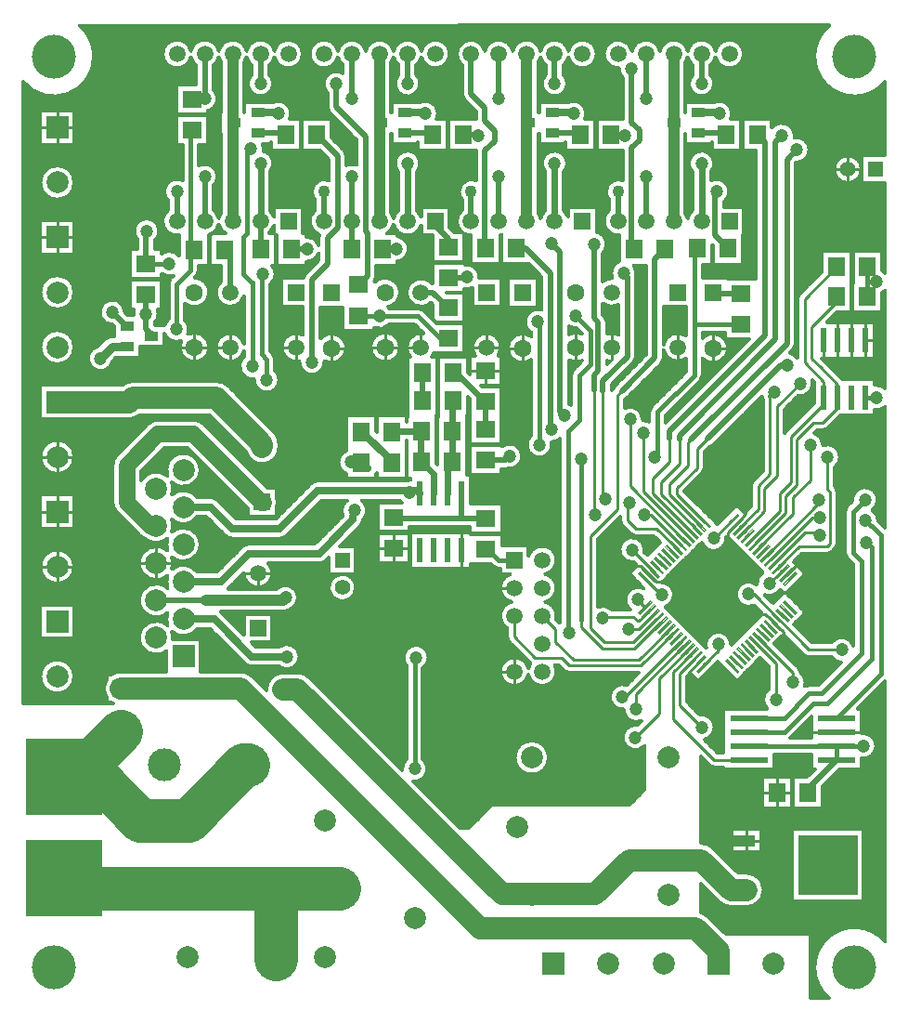
<source format=gtl>
%FSLAX43Y43*%
%MOMM*%
G71*
G01*
G75*
G04 Layer_Physical_Order=1*
%ADD10C,0.300*%
%ADD11C,0.075*%
%ADD12R,0.600X2.200*%
%ADD13R,0.600X2.200*%
%ADD14R,1.800X1.600*%
%ADD15R,1.600X1.800*%
%ADD16R,1.300X0.850*%
%ADD17R,3.500X0.600*%
%ADD18R,1.600X1.000*%
%ADD19R,5.400X5.500*%
%ADD20C,0.254*%
%ADD21C,0.250*%
%ADD22C,0.400*%
%ADD23C,0.500*%
%ADD24C,2.000*%
%ADD25C,1.000*%
%ADD26C,0.600*%
%ADD27C,0.700*%
%ADD28C,1.500*%
%ADD29C,4.000*%
%ADD30C,0.800*%
%ADD31C,2.000*%
%ADD32R,2.000X2.000*%
%ADD33C,1.500*%
%ADD34R,1.500X1.500*%
%ADD35R,1.600X1.600*%
%ADD36C,1.600*%
%ADD37C,4.000*%
%ADD38R,7.000X7.000*%
%ADD39C,3.000*%
%ADD40C,1.500*%
%ADD41C,1.400*%
%ADD42R,1.400X1.400*%
%ADD43C,1.100*%
%ADD44C,1.200*%
D10*
X74161Y89302D02*
G03*
X79300Y84159I2339J-2802D01*
G01*
X72382Y77977D02*
G03*
X71015Y79107I-1150J0D01*
G01*
X71032Y79302D02*
G03*
X68976Y80011I-1150J0D01*
G01*
X71015Y79107D02*
G03*
X71032Y79302I-1133J195D01*
G01*
X77138Y76208D02*
G03*
X77138Y76208I-1250J0D01*
G01*
X71213Y76828D02*
G03*
X72382Y77977I18J1150D01*
G01*
X66397Y86709D02*
G03*
X63827Y86987I-1300J0D01*
G01*
Y86432D02*
G03*
X66397Y86709I1270J278D01*
G01*
X63357Y85685D02*
G03*
X63827Y86432I-800J1025D01*
G01*
Y86987D02*
G03*
X61287Y86987I-1270J-278D01*
G01*
X63707Y84001D02*
G03*
X63357Y84827I-1150J0D01*
G01*
X61757Y84827D02*
G03*
X63707Y84001I800J-826D01*
G01*
X61287Y86432D02*
G03*
X61757Y85685I1270J278D01*
G01*
X61287Y86987D02*
G03*
X58747Y86987I-1270J-278D01*
G01*
X61067Y85943D02*
G03*
X61287Y86432I-1050J766D01*
G01*
X65209Y80780D02*
G03*
X65334Y81302I-1025J522D01*
G01*
G03*
X63584Y82283I-1150J0D01*
G01*
X63707Y76751D02*
G03*
X61707Y75976I-1150J0D01*
G01*
X64609Y73246D02*
G03*
X65084Y74178I-675J931D01*
G01*
X63407Y75976D02*
G03*
X63707Y76751I-850J775D01*
G01*
X65084Y74178D02*
G03*
X63407Y75200I-1150J0D01*
G01*
X61707Y72453D02*
G03*
X61287Y71747I850J-984D01*
G01*
G03*
X61067Y72236I-1270J-278D01*
G01*
X79300Y66764D02*
G03*
X79046Y66959I-820J-806D01*
G01*
X78996Y64930D02*
G03*
X79300Y65152I-516J1028D01*
G01*
X71479Y64836D02*
G03*
X71282Y64358I477J-477D01*
G01*
X71479Y64836D02*
G03*
X71282Y64358I477J-477D01*
G01*
X79300Y56265D02*
G03*
X78355Y56547I-770J-854D01*
G01*
Y54274D02*
G03*
X79300Y54557I175J1137D01*
G01*
X72682Y56685D02*
G03*
X72647Y56965I-1150J0D01*
G01*
X71351Y55550D02*
G03*
X72682Y56685I181J1136D01*
G01*
X70898Y59769D02*
G03*
X71132Y60335I-566J566D01*
G01*
X70897Y59768D02*
G03*
X71132Y60335I-565J567D01*
G01*
X64957Y59909D02*
G03*
X62634Y60845I-1350J0D01*
G01*
X61134Y61034D02*
G03*
X59085Y60258I-777J-1042D01*
G01*
X71282Y59009D02*
G03*
X70606Y59477I-950J-649D01*
G01*
X62634Y58974D02*
G03*
X64957Y59909I973J936D01*
G01*
X68061Y55508D02*
G03*
X68132Y55259I746J78D01*
G01*
X62414Y56905D02*
G03*
X62634Y57435I-530J530D01*
G01*
X62414Y56905D02*
G03*
X62634Y57435I-530J530D01*
G01*
X59085Y59725D02*
G03*
X61134Y58949I1272J267D01*
G01*
X58747Y86987D02*
G03*
X56207Y86987I-1270J-278D01*
G01*
G03*
X55039Y85413I-1270J-278D01*
G01*
G03*
X55386Y84499I1147J-88D01*
G01*
X52989Y86709D02*
G03*
X50419Y86987I-1300J0D01*
G01*
Y86432D02*
G03*
X52989Y86709I1270J278D01*
G01*
X49949Y85685D02*
G03*
X50419Y86432I-800J1025D01*
G01*
X50299Y84001D02*
G03*
X49949Y84827I-1150J0D01*
G01*
X55386Y75181D02*
G03*
X54137Y73421I-450J-1004D01*
G01*
X55036Y67824D02*
G03*
X54409Y66290I425J-1069D01*
G01*
X54137Y72494D02*
G03*
X55036Y70173I800J-1025D01*
G01*
X52037Y81302D02*
G03*
X50288Y82283I-1150J0D01*
G01*
X51912Y80780D02*
G03*
X52037Y81302I-1025J522D01*
G01*
X53536Y68554D02*
G03*
X53887Y69380I-800J826D01*
G01*
G03*
X52989Y70502I-1150J0D01*
G01*
X50419Y86987D02*
G03*
X47879Y86987I-1270J-278D01*
G01*
G03*
X45339Y86987I-1270J-278D01*
G01*
X47879Y86432D02*
G03*
X48349Y85685I1270J278D01*
G01*
X47659Y85943D02*
G03*
X47879Y86432I-1050J766D01*
G01*
X48349Y84827D02*
G03*
X50299Y84001I800J-826D01*
G01*
X45339Y86987D02*
G03*
X42799Y86987I-1270J-278D01*
G01*
X49999Y75976D02*
G03*
X50299Y76751I-850J775D01*
G01*
G03*
X48299Y75976I-1150J0D01*
G01*
X50389Y71860D02*
G03*
X49999Y72453I-1240J-390D01*
G01*
X48299D02*
G03*
X47879Y71747I850J-984D01*
G01*
G03*
X47659Y72236I-1270J-278D01*
G01*
X44236Y70180D02*
G03*
X44336Y70197I-167J1289D01*
G01*
X40930Y70315D02*
G03*
X41536Y70169I599J1154D01*
G01*
X40748Y70430D02*
G03*
X40930Y70315I781J1039D01*
G01*
X56583Y66502D02*
G03*
X56611Y66755I-1122J253D01*
G01*
G03*
X56378Y67449I-1150J0D01*
G01*
X54409Y66290D02*
G03*
X53536Y65999I-52J-1299D01*
G01*
Y63983D02*
G03*
X54986Y63853I821J1008D01*
G01*
X53936Y62234D02*
G03*
X53701Y62801I-800J0D01*
G01*
X54986Y61129D02*
G03*
X53936Y61221I-628J-1138D01*
G01*
Y62234D02*
G03*
X53702Y62800I-800J0D01*
G01*
X50462Y61878D02*
G03*
X51148Y61712I600J981D01*
G01*
X51624Y61237D02*
G03*
X50462Y61175I-516J-1247D01*
G01*
X58851Y58442D02*
G03*
X59085Y59007I-566J566D01*
G01*
X58850Y58441D02*
G03*
X59085Y59007I-565J567D01*
G01*
X56351Y58592D02*
G03*
X56586Y59157I-566J566D01*
G01*
X56350Y58591D02*
G03*
X56586Y59157I-565J567D01*
G01*
X58005Y54616D02*
G03*
X57785Y54086I530J-530D01*
G01*
X58005Y54616D02*
G03*
X57785Y54086I530J-530D01*
G01*
Y53208D02*
G03*
X57185Y53361I-575J-996D01*
G01*
X57186Y53411D02*
G03*
X55561Y54459I-1150J0D01*
G01*
X53936Y58761D02*
G03*
X54198Y58701I421J1230D01*
G01*
X50462Y58803D02*
G03*
X51662Y58758I645J1186D01*
G01*
X50857Y57941D02*
G03*
X50637Y57410I530J-530D01*
G01*
X50857Y57941D02*
G03*
X50637Y57410I530J-530D01*
G01*
X55561Y55243D02*
G03*
X55829Y55420I-297J743D01*
G01*
X54698Y56551D02*
G03*
X54483Y56159I566J-566D01*
G01*
X47963Y63405D02*
G03*
X47038Y61313I-350J-1096D01*
G01*
X42289Y66405D02*
G03*
X40930Y67536I-1150J0D01*
G01*
X42283Y66287D02*
G03*
X42289Y66405I-1144J119D01*
G01*
X40930Y65275D02*
G03*
X41662Y65381I209J1131D01*
G01*
X47038Y60973D02*
G03*
X47038Y58837I-825J-1068D01*
G01*
X50637Y54727D02*
G03*
X50462Y54819I-625J-966D01*
G01*
X44019Y59230D02*
G03*
X44262Y59987I-1057J757D01*
G01*
G03*
X41906Y59230I-1300J0D01*
G01*
X78128Y45155D02*
G03*
X78605Y46088I-673J933D01*
G01*
X78655Y44189D02*
G03*
X78128Y45155I-1150J0D01*
G01*
X78605Y46088D02*
G03*
X76308Y46002I-1150J0D01*
G01*
X73556Y52411D02*
G03*
X74033Y52609I0J675D01*
G01*
X73556Y52411D02*
G03*
X74033Y52609I0J675D01*
G01*
X75850Y45544D02*
G03*
X75630Y45013I530J-530D01*
G01*
X75850Y45544D02*
G03*
X75630Y45013I530J-530D01*
G01*
X74931Y46813D02*
G03*
X74733Y47290I-675J0D01*
G01*
X75181Y49987D02*
G03*
X73631Y51065I-1150J0D01*
G01*
X74706Y49056D02*
G03*
X75181Y49987I-675J931D01*
G01*
X73631Y51087D02*
G03*
X72832Y52182I-1150J0D01*
G01*
X74931Y46813D02*
G03*
X74733Y47290I-675J0D01*
G01*
X75630Y41264D02*
G03*
X75850Y40734I750J0D01*
G01*
X75630Y41264D02*
G03*
X75850Y40734I750J0D01*
G01*
X74733Y41637D02*
G03*
X74931Y42114I-477J477D01*
G01*
X74733Y41637D02*
G03*
X74931Y42114I-477J477D01*
G01*
X76405Y32826D02*
G03*
X74400Y33092I-1075J-410D01*
G01*
Y31742D02*
G03*
X75271Y31268I931J675D01*
G01*
X74006Y41189D02*
G03*
X74483Y41387I0J675D01*
G01*
X74006Y41189D02*
G03*
X74483Y41387I0J675D01*
G01*
X71882Y31939D02*
G03*
X72359Y31742I477J477D01*
G01*
X71882Y31939D02*
G03*
X72359Y31742I477J477D01*
G01*
X72032Y29467D02*
G03*
X71556Y30399I-1150J0D01*
G01*
X70230Y52289D02*
G03*
X70132Y52166I477J-477D01*
G01*
X70230Y52289D02*
G03*
X70132Y52166I477J-477D01*
G01*
X68310Y37421D02*
G03*
X69714Y37891I422J1070D01*
G01*
X67255Y47865D02*
G03*
X67058Y47388I477J-477D01*
G01*
X67255Y47865D02*
G03*
X67058Y47388I477J-477D01*
G01*
X68133Y39471D02*
G03*
X67590Y38356I600J-981D01*
G01*
X71556Y30399D02*
G03*
X71359Y30836I-674J-41D01*
G01*
X71556Y30399D02*
G03*
X71359Y30836I-674J-41D01*
G01*
X67590Y38356D02*
G03*
X67355Y36466I-757J-865D01*
G01*
X78480Y23669D02*
G03*
X77174Y24808I-1150J0D01*
G01*
X77174Y22530D02*
G03*
X78480Y23669I157J1139D01*
G01*
X79300Y5841D02*
G03*
X74159Y700I-2800J-2341D01*
G01*
X71972Y29101D02*
G03*
X72032Y29467I-1090J367D01*
G01*
X72331Y29193D02*
G03*
X71972Y29101I0J-750D01*
G01*
X72331Y29193D02*
G03*
X71972Y29101I0J-750D01*
G01*
X68657Y28824D02*
G03*
X68553Y27047I675J-931D01*
G01*
X68224Y10542D02*
G03*
X68024Y11304I-1550J0D01*
G01*
Y9781D02*
G03*
X68224Y10542I-1350J762D01*
G01*
X68024Y11304D02*
G03*
X67814Y11592I-1350J-762D01*
G01*
G03*
X66674Y12092I-1140J-1050D01*
G01*
X67814Y9492D02*
G03*
X68024Y9781I-1140J1050D01*
G01*
X66674Y8992D02*
G03*
X67814Y9492I0J1550D01*
G01*
X63258Y50881D02*
G03*
X63650Y51096I-174J781D01*
G01*
X62611Y48510D02*
G03*
X62809Y48987I-477J477D01*
G01*
X62611Y48510D02*
G03*
X62809Y48987I-477J477D01*
G01*
X64809Y42589D02*
G03*
X64798Y42749I-1150J0D01*
G01*
X62579Y42192D02*
G03*
X64809Y42589I1079J397D01*
G01*
X56058Y43012D02*
G03*
X56536Y42814I477J477D01*
G01*
X56058Y43012D02*
G03*
X56536Y42814I477J477D01*
G01*
X55136Y44214D02*
G03*
X55333Y43736I675J0D01*
G01*
X55136Y44214D02*
G03*
X55333Y43736I675J0D01*
G01*
X60060Y37415D02*
G03*
X58952Y38565I-1150J0D01*
G01*
X57339Y41320D02*
G03*
X57361Y41539I-1129J219D01*
G01*
G03*
X56352Y40398I-1150J0D01*
G01*
X48879Y51362D02*
G03*
X49637Y51639I8J1150D01*
G01*
X48913Y51087D02*
G03*
X48879Y51362I-1150J0D01*
G01*
X47038Y51980D02*
G03*
X48913Y51087I725J-893D01*
G01*
X46188Y50062D02*
G03*
X44317Y50958I-1150J0D01*
G01*
X44863Y48926D02*
G03*
X46188Y50062I175J1137D01*
G01*
X44681Y48905D02*
G03*
X44863Y48926I0J800D01*
G01*
X44681Y48905D02*
G03*
X44863Y48926I0J800D01*
G01*
X49328Y40599D02*
G03*
X46788Y40990I-1300J0D01*
G01*
X48305Y39329D02*
G03*
X49328Y40599I-278J1270D01*
G01*
Y38059D02*
G03*
X48305Y39329I-1300J0D01*
G01*
X45097Y39299D02*
G03*
X45210Y36789I390J-1240D01*
G01*
X43474Y40069D02*
G03*
X44004Y39849I530J530D01*
G01*
X43474Y40069D02*
G03*
X44004Y39849I530J530D01*
G01*
X65234Y32917D02*
G03*
X62976Y32608I-1150J0D01*
G01*
X63734Y25368D02*
G03*
X62403Y26504I-1150J0D01*
G01*
X64165Y9446D02*
G03*
X65261Y8992I1096J1096D01*
G01*
X64164Y9447D02*
G03*
X65261Y8992I1096J1096D01*
G01*
X62815Y24242D02*
G03*
X63734Y25368I-232J1126D01*
G01*
X63238Y21910D02*
G03*
X63716Y21712I477J477D01*
G01*
X63238Y21910D02*
G03*
X63716Y21712I477J477D01*
G01*
X63630Y14365D02*
G03*
X62534Y14819I-1096J-1096D01*
G01*
X63630Y14365D02*
G03*
X62534Y14819I-1096J-1096D01*
G01*
X63130Y8144D02*
G03*
X62459Y8539I-1096J-1096D01*
G01*
X63130Y8144D02*
G03*
X62459Y8539I-1096J-1096D01*
G01*
X59263Y36321D02*
G03*
X60060Y37415I-353J1095D01*
G01*
X57289Y38012D02*
G03*
X56044Y36091I-528J-1022D01*
G01*
X54387D02*
G03*
X53087Y36338I-826J-800D01*
G01*
X55436Y26997D02*
G03*
X57056Y25944I1150J-4D01*
G01*
X50010Y30515D02*
G03*
X50487Y30317I477J477D01*
G01*
X50010Y30515D02*
G03*
X50487Y30317I477J477D01*
G01*
X55728Y29224D02*
G03*
X55436Y26997I-392J-1081D01*
G01*
X49291Y35211D02*
G03*
X49328Y35519I-1263J308D01*
G01*
X48305Y36789D02*
G03*
X49328Y38059I-278J1270D01*
G01*
Y35519D02*
G03*
X48305Y36789I-1300J0D01*
G01*
X45210Y36789D02*
G03*
X44813Y34408I278J-1270D01*
G01*
X49328Y30439D02*
G03*
X49180Y31042I-1300J0D01*
G01*
X46758Y30162D02*
G03*
X49328Y30439I1270J278D01*
G01*
X46957Y31177D02*
G03*
X46758Y30717I1070J-738D01*
G01*
X44813Y33592D02*
G03*
X45010Y33115I675J0D01*
G01*
X44813Y33592D02*
G03*
X45010Y33115I675J0D01*
G01*
X46758Y30717D02*
G03*
X46758Y30162I-1270J-278D01*
G01*
X56692Y25579D02*
G03*
X57360Y23669I-181J-1136D01*
G01*
X48620Y22600D02*
G03*
X48620Y22600I-1550J0D01*
G01*
X42799Y86987D02*
G03*
X40729Y85685I-1270J-278D01*
G01*
X39581Y86709D02*
G03*
X37011Y86987I-1300J0D01*
G01*
G03*
X34471Y86987I-1270J-278D01*
G01*
X37011Y86432D02*
G03*
X39581Y86709I1270J278D01*
G01*
X36541Y85685D02*
G03*
X37011Y86432I-800J1025D01*
G01*
X34471Y86432D02*
G03*
X34941Y85685I1270J278D01*
G01*
X34251Y85943D02*
G03*
X34471Y86432I-1050J766D01*
G01*
X36891Y84001D02*
G03*
X36541Y84827I-1150J0D01*
G01*
X34941Y84827D02*
G03*
X36891Y84001I800J-826D01*
G01*
X40729Y83037D02*
G03*
X40963Y82471I800J0D01*
G01*
X40729Y83037D02*
G03*
X40964Y82470I800J0D01*
G01*
X38515Y81302D02*
G03*
X36766Y82283I-1150J0D01*
G01*
X38390Y80780D02*
G03*
X38515Y81302I-1025J522D01*
G01*
X36591Y75976D02*
G03*
X36891Y76751I-850J775D01*
G01*
G03*
X34891Y75976I-1150J0D01*
G01*
X34471Y86987D02*
G03*
X31931Y86987I-1270J-278D01*
G01*
G03*
X29391Y86987I-1270J-278D01*
G01*
G03*
X29391Y86432I-1270J-278D01*
G01*
G03*
X29861Y85685I1270J278D01*
G01*
Y84970D02*
G03*
X28443Y83175I-618J-970D01*
G01*
X26173Y86709D02*
G03*
X23603Y86987I-1300J0D01*
G01*
Y86432D02*
G03*
X26173Y86709I1270J278D01*
G01*
X28443Y81851D02*
G03*
X28677Y81286I800J0D01*
G01*
X28443Y81851D02*
G03*
X28678Y81285I800J0D01*
G01*
X30167Y77389D02*
G03*
X29933Y77955I-800J0D01*
G01*
X30167Y77389D02*
G03*
X29932Y77956I-800J0D01*
G01*
X31117Y76602D02*
G03*
X30167Y76585I-456J-1056D01*
G01*
X25119Y81302D02*
G03*
X23370Y82283I-1150J0D01*
G01*
X24994Y80780D02*
G03*
X25119Y81302I-1025J522D01*
G01*
X41989Y75181D02*
G03*
X40729Y73434I-450J-1004D01*
G01*
Y72494D02*
G03*
X40748Y70430I800J-1025D01*
G01*
X36981Y71860D02*
G03*
X36591Y72453I-1240J-390D01*
G01*
X34891D02*
G03*
X34471Y71747I850J-984D01*
G01*
G03*
X34251Y72236I-1270J-278D01*
G01*
X34471Y71192D02*
G03*
X36981Y71079I1270J278D01*
G01*
X33860Y70349D02*
G03*
X34471Y71192I-659J1120D01*
G01*
X35841Y68955D02*
G03*
X34836Y70096I-1150J0D01*
G01*
Y67814D02*
G03*
X35841Y68955I-145J1141D01*
G01*
X37987Y65787D02*
G03*
X37871Y64057I-1025J-800D01*
G01*
X37221Y63339D02*
G03*
X36691Y63559I-530J-530D01*
G01*
X37221Y63339D02*
G03*
X36691Y63559I-530J-530D01*
G01*
X37168Y61270D02*
G03*
X35969Y59149I-206J-1284D01*
G01*
X37956D02*
G03*
X38137Y59430I-994J838D01*
G01*
X33966Y63659D02*
G03*
X35062Y64985I-254J1326D01*
G01*
X34063Y63559D02*
G03*
X33966Y63659I-872J-750D01*
G01*
X28567Y75181D02*
G03*
X27321Y73419I-450J-1004D01*
G01*
Y72494D02*
G03*
X27704Y70238I800J-1025D01*
G01*
G03*
X27643Y69930I738J-308D01*
G01*
X27704Y70238D02*
G03*
X27643Y69930I738J-308D01*
G01*
Y69317D02*
G03*
X26536Y70073I-1081J-394D01*
G01*
X32730Y66009D02*
G03*
X32892Y66491I-639J482D01*
G01*
X32730Y66009D02*
G03*
X32892Y66491I-639J482D01*
G01*
X26536Y67774D02*
G03*
X27643Y68530I26J1150D01*
G01*
X35062Y64985D02*
G03*
X32730Y65911I-1350J0D01*
G01*
X26453Y66722D02*
G03*
X26229Y66287I565J-567D01*
G01*
X26452Y66721D02*
G03*
X26229Y66287I566J-566D01*
G01*
X32730Y61755D02*
G03*
X34063Y62059I461J1053D01*
G01*
X35062Y59985D02*
G03*
X35062Y59985I-1350J0D01*
G01*
X30162Y59905D02*
G03*
X27818Y60818I-1350J0D01*
G01*
X28165Y58720D02*
G03*
X30162Y59905I648J1185D01*
G01*
X26218Y61109D02*
G03*
X25872Y58724I-656J-1122D01*
G01*
G03*
X28168Y58632I1146J-92D01*
G01*
X24044Y57010D02*
G03*
X23644Y57882I-1150J0D01*
G01*
X23603Y86987D02*
G03*
X21063Y86987I-1270J-278D01*
G01*
G03*
X18523Y86987I-1270J-278D01*
G01*
X23133Y85685D02*
G03*
X23603Y86432I-800J1025D01*
G01*
X21063Y86432D02*
G03*
X21533Y85685I1270J278D01*
G01*
X20843Y85943D02*
G03*
X21063Y86432I-1050J766D01*
G01*
X23483Y84001D02*
G03*
X23133Y84827I-1150J0D01*
G01*
X18523Y86432D02*
G03*
X18743Y85943I1270J278D01*
G01*
X18053Y85685D02*
G03*
X18523Y86432I-800J1025D01*
G01*
Y86987D02*
G03*
X15983Y86987I-1270J-278D01*
G01*
Y86432D02*
G03*
X16453Y85685I1270J278D01*
G01*
X21533Y84827D02*
G03*
X23483Y84001I800J-826D01*
G01*
X22605Y77868D02*
G03*
X22619Y78052I-1135J184D01*
G01*
X23483Y76751D02*
G03*
X22605Y77868I-1150J0D01*
G01*
X23183Y75976D02*
G03*
X23483Y76751I-850J775D01*
G01*
X22619Y78052D02*
G03*
X22525Y78508I-1150J0D01*
G01*
X18403Y82632D02*
G03*
X18053Y83459I-1150J0D01*
G01*
X17530Y81516D02*
G03*
X18403Y82632I-277J1116D01*
G01*
X18053Y74720D02*
G03*
X18403Y75546I-800J826D01*
G01*
G03*
X16721Y76566I-1150J0D01*
G01*
X15983Y86987D02*
G03*
X15983Y86432I-1270J-278D01*
G01*
X7150Y86500D02*
G03*
X5841Y89300I-3650J0D01*
G01*
X700Y84159D02*
G03*
X7150Y86500I2800J2341D01*
G01*
X15221Y75209D02*
G03*
X13913Y73352I-508J-1032D01*
G01*
X5350Y74997D02*
G03*
X5350Y74997I-1550J0D01*
G01*
X23573Y71860D02*
G03*
X23183Y72453I-1240J-390D01*
G01*
X18743Y72236D02*
G03*
X18523Y71747I1050J-766D01*
G01*
X23133Y70445D02*
G03*
X23573Y71079I-800J1025D01*
G01*
X18523Y71192D02*
G03*
X19157Y70336I1270J278D01*
G01*
X18523Y71747D02*
G03*
X18053Y72494I-1270J-278D01*
G01*
X17889Y70336D02*
G03*
X18523Y71192I-636J1134D01*
G01*
X23694Y66655D02*
G03*
X23377Y67449I-1150J0D01*
G01*
X17711Y70253D02*
G03*
X17889Y70336I-458J1217D01*
G01*
X17611Y70220D02*
G03*
X17711Y70253I-358J1250D01*
G01*
X23194Y65707D02*
G03*
X23694Y66655I-650J949D01*
G01*
X13913Y72494D02*
G03*
X14911Y70184I800J-1025D01*
G01*
Y68334D02*
G03*
X13330Y68524I-890J-728D01*
G01*
X12680Y69694D02*
G03*
X13097Y70579I-733J886D01*
G01*
X16501Y66503D02*
G03*
X16721Y67033I-530J530D01*
G01*
X16501Y66503D02*
G03*
X16721Y67033I-530J530D01*
G01*
X17662Y64985D02*
G03*
X16333Y66335I-1350J0D01*
G01*
X14166Y66288D02*
G03*
X13946Y65758I530J-530D01*
G01*
X14166Y66288D02*
G03*
X13946Y65758I530J-530D01*
G01*
X13330Y66686D02*
G03*
X14395Y66518I691J919D01*
G01*
X18762Y66012D02*
G03*
X20819Y64656I800J-1025D01*
G01*
X23644Y58885D02*
G03*
X23424Y59415I-750J0D01*
G01*
X23644Y58885D02*
G03*
X23424Y59415I-750J0D01*
G01*
X20819Y59107D02*
G03*
X21748Y57099I750J-872D01*
G01*
X20819Y60318D02*
G03*
X20819Y59656I-1257J-331D01*
G01*
X15446Y63949D02*
G03*
X17662Y64985I866J1036D01*
G01*
X13022Y63031D02*
G03*
X12951Y63430I-1150J0D01*
G01*
X15796Y61634D02*
G03*
X15446Y62460I-1150J0D01*
G01*
X15708Y61192D02*
G03*
X15796Y61634I-1062J442D01*
G01*
X17662Y59985D02*
G03*
X15708Y61192I-1350J0D01*
G01*
X13946Y62547D02*
G03*
X13545Y61966I700J-912D01*
G01*
X15099Y60577D02*
G03*
X17662Y59985I1213J-592D01*
G01*
X13572Y61225D02*
G03*
X15099Y60577I1075J409D01*
G01*
X13097Y70579D02*
G03*
X11080Y69823I-1150J0D01*
G01*
X10793Y63430D02*
G03*
X10728Y62916I1079J-398D01*
G01*
X12680Y62213D02*
G03*
X13022Y63031I-808J818D01*
G01*
X9965Y63189D02*
G03*
X8833Y62039I-1150J0D01*
G01*
X8806Y60991D02*
G03*
X8135Y60712I0J-950D01*
G01*
X8806Y60991D02*
G03*
X8135Y60712I0J-950D01*
G01*
X7535Y60112D02*
G03*
X8878Y58769I213J-1130D01*
G01*
X5349Y64999D02*
G03*
X5349Y64999I-1550J0D01*
G01*
Y59999D02*
G03*
X5349Y59999I-1550J0D01*
G01*
X36021Y47906D02*
G03*
X35507Y47835I-105J-1145D01*
G01*
X35023Y46035D02*
G03*
X35198Y45862I893J725D01*
G01*
X32836Y48400D02*
G03*
X32936Y48554I-700J565D01*
G01*
X30136Y50576D02*
G03*
X30136Y48444I431J-1066D01*
G01*
X32042Y45111D02*
G03*
X31576Y46035I-1150J0D01*
G01*
X30208D02*
G03*
X29845Y44636I684J-925D01*
G01*
X31666Y44261D02*
G03*
X32042Y45111I-774J850D01*
G01*
X31397Y43643D02*
G03*
X31653Y44163I-636J637D01*
G01*
X31398Y43644D02*
G03*
X31653Y44163I-636J636D01*
G01*
X27568Y47835D02*
G03*
X26932Y47572I0J-900D01*
G01*
X27568Y47835D02*
G03*
X26931Y47571I0J-900D01*
G01*
X24031Y51197D02*
G03*
X23577Y52293I-1550J0D01*
G01*
X24031Y51197D02*
G03*
X23577Y52294I-1550J0D01*
G01*
X21748Y57099D02*
G03*
X24044Y57010I1147J-89D01*
G01*
X20979Y50507D02*
G03*
X24031Y50891I1502J384D01*
G01*
X24094Y42561D02*
G03*
X24731Y42826I0J900D01*
G01*
X24094Y42561D02*
G03*
X24730Y42825I0J900D01*
G01*
X23894Y45861D02*
G03*
X23789Y46374I-1300J0D01*
G01*
Y45347D02*
G03*
X23894Y45861I-1194J513D01*
G01*
X22594Y44561D02*
G03*
X22868Y44590I0J1300D01*
G01*
X22171D02*
G03*
X22444Y44561I274J1271D01*
G01*
X22171Y44590D02*
G03*
X22444Y44561I274J1271D01*
G01*
X21295Y42087D02*
G03*
X20658Y41823I0J-900D01*
G01*
X21295Y42087D02*
G03*
X20657Y41823I0J-900D01*
G01*
X31042Y38089D02*
G03*
X29792Y39339I-1250J0D01*
G01*
G03*
X31042Y38089I0J-1250D01*
G01*
X37666Y31717D02*
G03*
X35641Y30971I-1150J0D01*
G01*
X37141Y30752D02*
G03*
X37666Y31717I-625J965D01*
G01*
X37541Y21569D02*
G03*
X37141Y22441I-1150J0D01*
G01*
X35641D02*
G03*
X35246Y21454I750J-872D01*
G01*
X36275Y20425D02*
G03*
X37541Y21569I115J1144D01*
G01*
X37752Y18949D02*
G03*
X37226Y19474I-1327J-801D01*
G01*
X27668Y40287D02*
G03*
X28305Y40551I0J900D01*
G01*
X27668Y40287D02*
G03*
X28304Y40550I0J900D01*
G01*
X25769Y37163D02*
G03*
X23818Y37988I-1150J0D01*
G01*
X24992Y36075D02*
G03*
X25769Y37163I-374J1088D01*
G01*
X24394Y35888D02*
G03*
X24992Y36075I0J1050D01*
G01*
X24394Y35888D02*
G03*
X24992Y36075I0J1050D01*
G01*
X23407Y39399D02*
G03*
X23057Y40287I-1300J0D01*
G01*
X20808Y39427D02*
G03*
X23407Y39399I1300J-29D01*
G01*
X25894Y31790D02*
G03*
X24028Y32689I-1150J0D01*
G01*
X24030Y30889D02*
G03*
X25894Y31790I715J901D01*
G01*
X26787Y29913D02*
G03*
X25691Y30368I-1096J-1096D01*
G01*
X26787Y29914D02*
G03*
X25691Y30368I-1096J-1096D01*
G01*
X20908Y31153D02*
G03*
X21544Y30889I636J636D01*
G01*
X20907Y31154D02*
G03*
X21544Y30889I637J636D01*
G01*
X24419Y30368D02*
G03*
X22871Y28733I0J-1550D01*
G01*
X21607Y29998D02*
G03*
X20510Y30452I-1096J-1096D01*
G01*
X21606Y29998D02*
G03*
X20510Y30452I-1096J-1096D01*
G01*
X19417Y56454D02*
G03*
X18320Y56908I-1096J-1096D01*
G01*
X19416Y56454D02*
G03*
X18320Y56908I-1096J-1096D01*
G01*
X17141Y53002D02*
G03*
X16221Y53384I-920J-918D01*
G01*
X17140Y53003D02*
G03*
X16221Y53384I-919J-919D01*
G01*
X12997D02*
G03*
X12077Y53003I0J-1300D01*
G01*
X12997Y53384D02*
G03*
X12076Y53002I0J-1300D01*
G01*
X16854Y48820D02*
G03*
X13861Y48253I-1550J0D01*
G01*
X14247Y47686D02*
G03*
X16854Y48820I1057J1133D01*
G01*
X18424Y46055D02*
G03*
X17786Y46320I-637J-636D01*
G01*
X18423Y46056D02*
G03*
X17786Y46320I-636J-636D01*
G01*
X16566D02*
G03*
X14247Y46553I-1262J-900D01*
G01*
X14354Y47120D02*
G03*
X14247Y47686I-1550J0D01*
G01*
Y46553D02*
G03*
X14354Y47120I-1443J567D01*
G01*
X13861Y48253D02*
G03*
X11447Y47870I-1057J-1133D01*
G01*
X10361Y53447D02*
G03*
X11356Y53808I0J1550D01*
G01*
X10361Y53447D02*
G03*
X11356Y53808I0J1550D01*
G01*
X10722Y56908D02*
G03*
X9728Y56547I0J-1550D01*
G01*
X10722Y56908D02*
G03*
X9728Y56547I0J-1550D01*
G01*
X9229Y50155D02*
G03*
X8847Y49235I918J-920D01*
G01*
X9228Y50154D02*
G03*
X8847Y49235I919J-919D01*
G01*
Y45861D02*
G03*
X9228Y44941I1300J0D01*
G01*
X8847Y45861D02*
G03*
X9229Y44940I1300J0D01*
G01*
X5350Y49997D02*
G03*
X5350Y49997I-1550J0D01*
G01*
X19109Y42825D02*
G03*
X19745Y42561I636J636D01*
G01*
X14247Y44286D02*
G03*
X16566Y44520I1057J1133D01*
G01*
X16854Y42020D02*
G03*
X14247Y43153I-1550J0D01*
G01*
X19108Y42826D02*
G03*
X19745Y42561I637J636D01*
G01*
X14247Y40886D02*
G03*
X16854Y42020I1057J1133D01*
G01*
X16566Y39520D02*
G03*
X14247Y39753I-1262J-900D01*
G01*
X14354Y43720D02*
G03*
X14247Y44286I-1550J0D01*
G01*
X14247Y43153D02*
G03*
X14354Y43720I-1443J567D01*
G01*
X13861Y42586D02*
G03*
X13861Y41453I1443J-567D01*
G01*
X11855Y42494D02*
G03*
X13861Y42586I949J1226D01*
G01*
X11369Y42801D02*
G03*
X11855Y42494I919J919D01*
G01*
X14354Y40320D02*
G03*
X14247Y40886I-1550J0D01*
G01*
X14247Y39753D02*
G03*
X14354Y40320I-1443J567D01*
G01*
X13861Y41453D02*
G03*
X13861Y39186I-1057J-1133D01*
G01*
X14247Y34086D02*
G03*
X16566Y34320I1057J1133D01*
G01*
X13861Y39186D02*
G03*
X13861Y38053I1443J-567D01*
G01*
X13861Y35786D02*
G03*
X13861Y34653I1443J-567D01*
G01*
X13861Y38053D02*
G03*
X13861Y35786I-1057J-1133D01*
G01*
X13861Y34653D02*
G03*
X13754Y32295I-1057J-1133D01*
G01*
X14354Y33520D02*
G03*
X14247Y34086I-1550J0D01*
G01*
X14347Y33370D02*
G03*
X14354Y33520I-1543J150D01*
G01*
X5350Y39997D02*
G03*
X5350Y39997I-1550J0D01*
G01*
Y29997D02*
G03*
X5350Y29997I-1550J0D01*
G01*
X9612Y30452D02*
G03*
X8767Y30202I0J-1550D01*
G01*
X8312Y29746D02*
G03*
X8312Y28058I1300J-844D01*
G01*
X8767Y27602D02*
G03*
X8866Y27543I844J1300D01*
G01*
X73974Y89134D02*
Y89302D01*
X73874Y89035D02*
Y89302D01*
X73774Y88927D02*
Y89302D01*
X73674Y88809D02*
Y89302D01*
X79154Y83995D02*
X79300D01*
X79056Y83895D02*
X79300D01*
X78950Y83795D02*
X79300D01*
X73574Y88681D02*
Y89302D01*
X73474Y88540D02*
Y89302D01*
X73374Y88384D02*
Y89302D01*
X73274Y88207D02*
Y89302D01*
X73174Y88002D02*
Y89302D01*
X73074Y87758D02*
Y89302D01*
X72974Y87442D02*
Y89302D01*
X79274Y77458D02*
Y84127D01*
X79300Y77458D02*
Y84159D01*
X79174Y77458D02*
Y84015D01*
X78835Y83695D02*
X79300D01*
X78709Y83595D02*
X79300D01*
X78571Y83495D02*
X79300D01*
X79074Y77458D02*
Y83912D01*
X78974Y77458D02*
Y83816D01*
X78874Y77458D02*
Y83727D01*
X78774Y77458D02*
Y83645D01*
X78674Y77458D02*
Y83568D01*
X78574Y77458D02*
Y83496D01*
X78474Y77458D02*
Y83430D01*
X66049Y87595D02*
X73018D01*
X66133Y87495D02*
X72988D01*
X65813Y87795D02*
X73087D01*
X65945Y87695D02*
X73051D01*
X66258Y87295D02*
X72938D01*
X66303Y87195D02*
X72917D01*
X66202Y87395D02*
X72961D01*
X66339Y87095D02*
X72899D01*
X72874Y86914D02*
Y89302D01*
X66365Y86995D02*
X72884D01*
X66384Y86895D02*
X72871D01*
X66394Y86795D02*
X72862D01*
X66397Y86695D02*
X72855D01*
X66392Y86595D02*
X72851D01*
X66379Y86495D02*
X72850D01*
X66358Y86395D02*
X72852D01*
X66329Y86295D02*
X72856D01*
X66291Y86195D02*
X72863D01*
X66243Y86095D02*
X72873D01*
X65910Y85695D02*
X72940D01*
X65766Y85595D02*
X72964D01*
X72274Y78464D02*
Y89302D01*
X72374Y78115D02*
Y89302D01*
X72174Y78637D02*
Y89302D01*
X66183Y85995D02*
X72885D01*
X66110Y85895D02*
X72901D01*
X66021Y85795D02*
X72919D01*
X78418Y83395D02*
X79300D01*
X78246Y83295D02*
X79300D01*
X78048Y83195D02*
X79300D01*
X77814Y83095D02*
X79300D01*
X77517Y82995D02*
X79300D01*
X77068Y82895D02*
X79300D01*
X72337Y78295D02*
X79300D01*
X72361Y78195D02*
X79300D01*
X78374Y77458D02*
Y83368D01*
X72376Y78095D02*
X79300D01*
X72382Y77995D02*
X79300D01*
X72379Y77895D02*
X79300D01*
X72367Y77795D02*
X79300D01*
X72346Y77695D02*
X79300D01*
X78274Y77458D02*
Y83310D01*
X78174Y77458D02*
Y83256D01*
X78074Y77458D02*
Y83207D01*
X77974Y77458D02*
Y83161D01*
X77874Y77458D02*
Y83118D01*
X77774Y77458D02*
Y83079D01*
X77138Y77458D02*
X79300D01*
X77674D02*
Y83044D01*
X77574Y77458D02*
Y83011D01*
X77474Y77458D02*
Y82982D01*
X77374Y77458D02*
Y82956D01*
X77274Y77458D02*
Y82933D01*
X77174Y77458D02*
Y82913D01*
X68976Y80695D02*
X79300D01*
X70241Y80395D02*
X79300D01*
X68976Y80595D02*
X79300D01*
X68976Y80495D02*
X79300D01*
X70607Y80195D02*
X79300D01*
X70716Y80095D02*
X79300D01*
X70463Y80295D02*
X79300D01*
X70921Y79795D02*
X79300D01*
X70963Y79695D02*
X79300D01*
X70800Y79995D02*
X79300D01*
X70868Y79895D02*
X79300D01*
X70994Y79595D02*
X79300D01*
X71016Y79495D02*
X79300D01*
X71028Y79395D02*
X79300D01*
X71505Y79095D02*
X79300D01*
X71768Y78995D02*
X79300D01*
X71032Y79295D02*
X79300D01*
X71027Y79195D02*
X79300D01*
X72041Y78795D02*
X79300D01*
X72131Y78695D02*
X79300D01*
X71926Y78895D02*
X79300D01*
X72202Y78595D02*
X79300D01*
X72259Y78495D02*
X79300D01*
X72303Y78395D02*
X79300D01*
X72316Y77595D02*
X79300D01*
X72275Y77495D02*
X79300D01*
X70674Y80136D02*
Y89302D01*
X70774Y80029D02*
Y89302D01*
X70474Y80288D02*
Y89302D01*
X70574Y80221D02*
Y89302D01*
X70374Y80342D02*
Y89302D01*
X70274Y80383D02*
Y89302D01*
X70174Y80415D02*
Y89302D01*
X70074Y80436D02*
Y89302D01*
X69974Y80448D02*
Y89302D01*
X69874Y80452D02*
Y89302D01*
X69774Y80447D02*
Y89302D01*
X69674Y80433D02*
Y89302D01*
X69574Y80410D02*
Y89302D01*
X69474Y80377D02*
Y89302D01*
X71974Y78856D02*
Y89302D01*
X72074Y78761D02*
Y89302D01*
X71774Y78992D02*
Y89302D01*
X71874Y78932D02*
Y89302D01*
X71574Y79076D02*
Y89302D01*
X71674Y79039D02*
Y89302D01*
X71474Y79102D02*
Y89302D01*
X71374Y79119D02*
Y89302D01*
X71274Y79127D02*
Y89302D01*
X71174Y79126D02*
Y89302D01*
X70974Y79664D02*
Y89302D01*
X71074Y79117D02*
Y89302D01*
X70874Y79885D02*
Y89302D01*
X68974Y80780D02*
Y89302D01*
X68874Y80780D02*
Y89302D01*
X68774Y80780D02*
Y89302D01*
X68674Y80780D02*
Y89302D01*
X68574Y80780D02*
Y89302D01*
X68474Y80780D02*
Y89302D01*
X68374Y80780D02*
Y89302D01*
X68274Y80780D02*
Y89302D01*
X68174Y80780D02*
Y89302D01*
X68074Y80780D02*
Y89302D01*
X67974Y80780D02*
Y89302D01*
X67874Y80780D02*
Y89302D01*
X67774Y80780D02*
Y89302D01*
X67674Y80780D02*
Y89302D01*
X69374Y80334D02*
Y89302D01*
X69274Y80278D02*
Y89302D01*
X69174Y80208D02*
Y89302D01*
X69074Y80120D02*
Y89302D01*
X67574Y80780D02*
Y89302D01*
X67474Y80780D02*
Y89302D01*
X67374Y80780D02*
Y89302D01*
X67274Y80780D02*
Y89302D01*
X67174Y80780D02*
Y89302D01*
X67074Y80780D02*
Y89302D01*
X66974Y80780D02*
Y89302D01*
X66874Y80780D02*
Y89302D01*
X66774Y80780D02*
Y89302D01*
X66674Y80780D02*
Y89302D01*
X66574Y80780D02*
Y89302D01*
X66374Y86955D02*
Y89302D01*
X66474Y80780D02*
Y89302D01*
X66374Y80780D02*
Y86463D01*
X68976Y80395D02*
X69523D01*
X66276Y80780D02*
X68976D01*
X66174Y87438D02*
Y89302D01*
X66274Y87262D02*
Y89302D01*
X66174Y80780D02*
Y85981D01*
X66176Y80695D02*
X66276D01*
X66176Y80595D02*
X66276D01*
X66176Y80495D02*
X66276D01*
X66176Y80395D02*
X66276D01*
X68976Y80011D02*
Y80780D01*
Y80295D02*
X69301D01*
X66176D02*
X66276D01*
X68976Y80195D02*
X69157D01*
X66276Y77880D02*
X67508D01*
X66276D02*
Y80780D01*
X66176Y77880D02*
Y80780D01*
Y80195D02*
X66276D01*
X66176Y80095D02*
X66276D01*
X66176Y79995D02*
X66276D01*
X66176Y79895D02*
X66276D01*
X66176Y79795D02*
X66276D01*
X66176Y79695D02*
X66276D01*
X66176Y79595D02*
X66276D01*
X66176Y79495D02*
X66276D01*
X66176Y79395D02*
X66276D01*
X66176Y79295D02*
X66276D01*
X66176Y79195D02*
X66276D01*
X65974Y87669D02*
Y89302D01*
X66074Y87567D02*
Y89302D01*
X65774Y87819D02*
Y89302D01*
X65874Y87752D02*
Y89302D01*
X66074Y80780D02*
Y85851D01*
X65974Y80780D02*
Y85749D01*
X65874Y80780D02*
Y85667D01*
X66176Y79095D02*
X66276D01*
X66176Y78995D02*
X66276D01*
X66176Y78895D02*
X66276D01*
X66176Y78795D02*
X66276D01*
X66176Y78695D02*
X66276D01*
X66176Y78595D02*
X66276D01*
X66176Y78495D02*
X66276D01*
X66176Y78395D02*
X66276D01*
X66176Y78295D02*
X66276D01*
X66176Y78195D02*
X66276D01*
X66176Y78095D02*
X66276D01*
X66176Y77995D02*
X66276D01*
X66176Y77895D02*
X66276D01*
X76933Y76895D02*
X77138D01*
Y76208D02*
Y77458D01*
X76770Y77095D02*
X77138D01*
X76860Y76995D02*
X77138D01*
X76992Y76795D02*
X77138D01*
X77028Y75695D02*
X77138D01*
X76978Y75595D02*
X77138D01*
X76974Y76829D02*
Y82881D01*
X77074Y76606D02*
Y82895D01*
X76774Y77091D02*
Y82860D01*
X76874Y76978D02*
Y82869D01*
X76915Y75495D02*
X77138D01*
X76838Y75395D02*
X77138D01*
X76742Y75295D02*
X77138D01*
X79274Y66790D02*
Y74958D01*
X79300Y66764D02*
Y74958D01*
X77138D02*
X79300D01*
X79174Y66875D02*
Y74958D01*
X78974Y68748D02*
Y74958D01*
X79074Y66943D02*
Y74958D01*
X78874Y68748D02*
Y74958D01*
X77138D02*
Y76208D01*
X77074Y68748D02*
Y75810D01*
X76974Y68748D02*
Y75588D01*
X78774Y68748D02*
Y74958D01*
X76874Y68748D02*
Y75439D01*
X76774Y68748D02*
Y75325D01*
X76574Y77254D02*
Y82851D01*
X76674Y77181D02*
Y82854D01*
X76474Y77313D02*
Y82850D01*
X76374Y77360D02*
Y82852D01*
X76274Y77397D02*
Y82857D01*
X76507Y77295D02*
X77138D01*
X76282Y77395D02*
X77138D01*
X76174Y77425D02*
Y82865D01*
X75774Y77453D02*
Y82923D01*
X75674Y77439D02*
Y82945D01*
X75574Y77418D02*
Y82970D01*
X76074Y77444D02*
Y82875D01*
X75974Y77455D02*
Y82888D01*
X75874Y77458D02*
Y82904D01*
X76656Y77195D02*
X77138D01*
X76620Y75195D02*
X77138D01*
X76674Y68748D02*
Y75235D01*
X76574Y68748D02*
Y75163D01*
X76456Y75095D02*
X77138D01*
X76474Y68748D02*
Y75103D01*
X76374Y68748D02*
Y75056D01*
X76274Y62250D02*
Y75019D01*
X78674Y68748D02*
Y74958D01*
X78574Y68748D02*
Y74958D01*
X78474Y68748D02*
Y74958D01*
X78374Y68748D02*
Y74958D01*
X71132Y74895D02*
X79300D01*
X71132Y74795D02*
X79300D01*
X71132Y74695D02*
X79300D01*
X78274Y68748D02*
Y74958D01*
X78174Y68748D02*
Y74958D01*
X78074Y68748D02*
Y74958D01*
X77974Y68748D02*
Y74958D01*
X76188Y74995D02*
X77138D01*
X77874Y68748D02*
Y74958D01*
X71132Y74995D02*
X75589D01*
X77774Y68748D02*
Y74958D01*
X77674Y68748D02*
Y74958D01*
X77574Y68748D02*
Y74958D01*
X77474Y68748D02*
Y74958D01*
X77374Y68748D02*
Y74958D01*
X77274Y68748D02*
Y74958D01*
X77174Y68748D02*
Y74958D01*
X76174Y68748D02*
Y74991D01*
X76074Y68748D02*
Y74972D01*
X75974Y68748D02*
Y74961D01*
X75874Y68748D02*
Y74958D01*
X75774Y68748D02*
Y74963D01*
X75674Y68748D02*
Y74977D01*
X71132Y74595D02*
X79300D01*
X71132Y74495D02*
X79300D01*
X71132Y74395D02*
X79300D01*
X71132Y74295D02*
X79300D01*
X71132Y74195D02*
X79300D01*
X71132Y74095D02*
X79300D01*
X71132Y73995D02*
X79300D01*
X71132Y73895D02*
X79300D01*
X71132Y73795D02*
X79300D01*
X71132Y73695D02*
X79300D01*
X71132Y73595D02*
X79300D01*
X71132Y73495D02*
X79300D01*
X71132Y73395D02*
X79300D01*
X71132Y73295D02*
X79300D01*
X71132Y73195D02*
X79300D01*
X71132Y73095D02*
X79300D01*
X71132Y72995D02*
X79300D01*
X71132Y72895D02*
X79300D01*
X71132Y72795D02*
X79300D01*
X71132Y72695D02*
X79300D01*
X71132Y72595D02*
X79300D01*
X71132Y72495D02*
X79300D01*
X71132Y72395D02*
X79300D01*
X71132Y72295D02*
X79300D01*
X71132Y72195D02*
X79300D01*
X71132Y72095D02*
X79300D01*
X71132Y71995D02*
X79300D01*
X75174Y77233D02*
Y83100D01*
X75074Y77156D02*
Y83140D01*
X74974Y77060D02*
Y83185D01*
X74874Y76938D02*
Y83232D01*
X75474Y77387D02*
Y82997D01*
X75374Y77347D02*
Y83028D01*
X75274Y77296D02*
Y83062D01*
X74474Y68748D02*
Y83464D01*
X74374Y68748D02*
Y83533D01*
X74274Y68748D02*
Y83608D01*
X74174Y68748D02*
Y83688D01*
X74774Y76773D02*
Y83284D01*
X74674Y76502D02*
Y83340D01*
X74574Y68748D02*
Y83400D01*
X73774Y68748D02*
Y84073D01*
X73674Y68748D02*
Y84191D01*
X73574Y68748D02*
Y84319D01*
X73474Y66830D02*
Y84460D01*
X74074Y68748D02*
Y83773D01*
X73974Y68748D02*
Y83866D01*
X73874Y68748D02*
Y83965D01*
X73074Y66430D02*
Y85242D01*
X72974Y66330D02*
Y85558D01*
X72874Y66230D02*
Y86086D01*
X73374Y66730D02*
Y84616D01*
X73274Y66630D02*
Y84793D01*
X73174Y66530D02*
Y84998D01*
X67508Y66230D02*
Y77880D01*
X67474Y66230D02*
Y77880D01*
X67374Y66230D02*
Y77880D01*
X72223Y77395D02*
X75495D01*
X72157Y77295D02*
X75270D01*
X67274Y66230D02*
Y77880D01*
X66374Y72769D02*
Y77880D01*
X67174Y66230D02*
Y77880D01*
X66274Y72769D02*
Y86156D01*
X66174Y72769D02*
Y77880D01*
X66074Y72769D02*
Y77880D01*
X65974Y72769D02*
Y77880D01*
X65874Y72769D02*
Y77880D01*
X72774Y66130D02*
Y89302D01*
X72674Y66030D02*
Y89302D01*
X72574Y65930D02*
Y89302D01*
X72474Y65830D02*
Y89302D01*
X72374Y65730D02*
Y77840D01*
X72274Y65630D02*
Y77490D01*
X67074Y66230D02*
Y77880D01*
X66974Y66230D02*
Y77880D01*
X66874Y66230D02*
Y77880D01*
X66774Y66230D02*
Y77880D01*
X66674Y66230D02*
Y77880D01*
X66574Y66230D02*
Y77880D01*
X66474Y66230D02*
Y77880D01*
X75274Y68748D02*
Y75120D01*
X75174Y68748D02*
Y75183D01*
X72074Y77195D02*
X75121D01*
X75074Y68748D02*
Y75260D01*
X75574Y68748D02*
Y74998D01*
X75474Y68748D02*
Y75029D01*
X75374Y68748D02*
Y75069D01*
X71969Y77095D02*
X75007D01*
X71829Y76995D02*
X74917D01*
X71619Y76895D02*
X74844D01*
X71180Y76795D02*
X74785D01*
X74974Y68748D02*
Y75356D01*
X74874Y68748D02*
Y75478D01*
X71132Y76746D02*
X71213Y76828D01*
X72174Y65530D02*
Y77318D01*
X72074Y65430D02*
Y77194D01*
X71974Y65330D02*
Y77099D01*
X71874Y65230D02*
Y77023D01*
X74774Y68748D02*
Y75643D01*
X74674Y68748D02*
Y75914D01*
X71774Y65130D02*
Y76963D01*
X71674Y65030D02*
Y76916D01*
X71574Y64930D02*
Y76879D01*
X71474Y64830D02*
Y76853D01*
X71374Y64698D02*
Y76836D01*
X71274Y59020D02*
Y76828D01*
X71174Y59144D02*
Y76788D01*
X71132Y76695D02*
X74737D01*
X71132Y76595D02*
X74700D01*
X71132Y75895D02*
X74678D01*
X71132Y75795D02*
X74709D01*
X71132Y75595D02*
X74799D01*
X71132Y75495D02*
X74862D01*
X71132Y75395D02*
X74939D01*
X71132Y76495D02*
X74672D01*
X71132Y76395D02*
X74652D01*
X71132Y76295D02*
X74641D01*
X71132Y76195D02*
X74639D01*
X71132Y76095D02*
X74644D01*
X71132Y75995D02*
X74657D01*
X71132Y75695D02*
X74749D01*
X71132Y75295D02*
X75035D01*
X71132Y60335D02*
Y76746D01*
Y75195D02*
X75157D01*
X71132Y75095D02*
X75320D01*
X66397Y72695D02*
X67508D01*
X66397Y72595D02*
X67508D01*
X66397Y72495D02*
X67508D01*
X66397Y72395D02*
X67508D01*
X66397Y70169D02*
Y72769D01*
Y72295D02*
X67508D01*
X66397Y72195D02*
X67508D01*
X66397Y72095D02*
X67508D01*
X66397Y71995D02*
X67508D01*
X65574Y87919D02*
Y89302D01*
X65674Y87874D02*
Y89302D01*
X65374Y87979D02*
Y89302D01*
X65474Y87953D02*
Y89302D01*
X65274Y87997D02*
Y89302D01*
X65631Y87895D02*
X73127D01*
X65292Y87995D02*
X73170D01*
X65174Y88007D02*
Y89302D01*
X65074Y88009D02*
Y89302D01*
X64974Y88003D02*
Y89302D01*
X64874Y87990D02*
Y89302D01*
X64774Y87968D02*
Y89302D01*
X64674Y87938D02*
Y89302D01*
X64574Y87899D02*
Y89302D01*
X64474Y87850D02*
Y89302D01*
X64374Y87789D02*
Y89302D01*
X64274Y87715D02*
Y89302D01*
X64174Y87624D02*
Y89302D01*
X64274Y82448D02*
Y85703D01*
X64074Y87511D02*
Y89302D01*
X63974Y87363D02*
Y89302D01*
X63874Y87149D02*
Y89302D01*
Y82409D02*
Y86270D01*
X64174Y82452D02*
Y85794D01*
X64074Y82446D02*
Y85908D01*
X63974Y82432D02*
Y86055D01*
X63273Y87795D02*
X64381D01*
X63405Y87695D02*
X64249D01*
X62752Y87995D02*
X64902D01*
X63091Y87895D02*
X64563D01*
X63593Y87495D02*
X64061D01*
X63662Y87395D02*
X63992D01*
X63509Y87595D02*
X64145D01*
X63674Y87375D02*
Y89302D01*
X63774Y87167D02*
Y89302D01*
X63474Y87631D02*
Y89302D01*
X63574Y87520D02*
Y89302D01*
X63718Y87295D02*
X63936D01*
X63763Y87195D02*
X63891D01*
X63374Y87721D02*
Y89302D01*
X63751Y86195D02*
X63903D01*
X63702Y86095D02*
X63952D01*
X63643Y85995D02*
X64011D01*
X63570Y85895D02*
X64084D01*
X63481Y85795D02*
X64173D01*
X63370Y85695D02*
X64284D01*
X63357Y85595D02*
X64428D01*
X63774Y82376D02*
Y86251D01*
X63574Y84538D02*
Y85899D01*
X63674Y84276D02*
Y86043D01*
X63474Y84695D02*
Y85787D01*
X63707Y83995D02*
X73846D01*
X63702Y83895D02*
X73944D01*
X63688Y83795D02*
X74050D01*
X63665Y83695D02*
X74165D01*
X63633Y83595D02*
X74291D01*
X64541Y82395D02*
X79300D01*
X63589Y83495D02*
X74429D01*
X65560Y85495D02*
X72991D01*
X64474Y82414D02*
Y85568D01*
X63596Y84495D02*
X73450D01*
X63637Y84395D02*
X73518D01*
X63669Y84295D02*
X73592D01*
X63690Y84195D02*
X73670D01*
X63703Y84095D02*
X73755D01*
X64974Y82137D02*
Y85415D01*
X65074Y82030D02*
Y85409D01*
X64764Y82295D02*
X79300D01*
X64908Y82195D02*
X79300D01*
X65101Y81995D02*
X79300D01*
X65169Y81895D02*
X79300D01*
X65016Y82095D02*
X79300D01*
X64574Y82383D02*
Y85519D01*
X64874Y82222D02*
Y85429D01*
X64374Y82436D02*
Y85629D01*
X64674Y82342D02*
Y85480D01*
X64774Y82289D02*
Y85450D01*
X63674Y82332D02*
Y83726D01*
X63474Y84695D02*
X73328D01*
X63542Y84595D02*
X73387D01*
X63357Y84895D02*
X73222D01*
X63389Y84795D02*
X73273D01*
X63534Y83395D02*
X74582D01*
X63464Y83295D02*
X74754D01*
X63377Y83195D02*
X74952D01*
X63357Y85495D02*
X64634D01*
X63357Y85395D02*
X73021D01*
X63357Y85295D02*
X73055D01*
X63357Y85195D02*
X73091D01*
X63357Y85095D02*
X73131D01*
X63357Y84995D02*
X73175D01*
X63265Y83095D02*
X75186D01*
X63113Y82995D02*
X75483D01*
X62871Y82895D02*
X75932D01*
X61067Y82795D02*
X79300D01*
X61067Y82695D02*
X79300D01*
X61067Y82595D02*
X79300D01*
X61067Y82495D02*
X79300D01*
X63474Y82358D02*
Y83307D01*
X63574Y82283D02*
Y83464D01*
X61080Y82358D02*
X63480D01*
Y82283D02*
X63584D01*
X61067Y82395D02*
X63826D01*
X63074Y87902D02*
Y89302D01*
X63174Y87854D02*
Y89302D01*
X62874Y87970D02*
Y89302D01*
X62974Y87941D02*
Y89302D01*
X62774Y87991D02*
Y89302D01*
X62674Y88004D02*
Y89302D01*
X62574Y88009D02*
Y89302D01*
X62474Y88007D02*
Y89302D01*
X62374Y87996D02*
Y89302D01*
X62274Y87978D02*
Y89302D01*
X62174Y87951D02*
Y89302D01*
X62074Y87916D02*
Y89302D01*
X61974Y87871D02*
Y89302D01*
X61874Y87815D02*
Y89302D01*
X63274Y87794D02*
Y89302D01*
X61774Y87747D02*
Y89302D01*
X61674Y87663D02*
Y89302D01*
X61574Y87559D02*
Y89302D01*
X61474Y87428D02*
Y89302D01*
X61574Y84597D02*
Y85859D01*
X61374Y87247D02*
Y89302D01*
X61274Y87042D02*
Y89302D01*
X61174Y87303D02*
Y89301D01*
X61474Y84387D02*
Y85991D01*
X61374Y82358D02*
Y86171D01*
X61274Y82358D02*
Y86376D01*
X60874Y87687D02*
Y89301D01*
X60974Y87590D02*
Y89301D01*
X60212Y87995D02*
X62362D01*
X60774Y87766D02*
Y89301D01*
X60733Y87795D02*
X61841D01*
X60865Y87695D02*
X61709D01*
X60551Y87895D02*
X62023D01*
X60574Y87884D02*
Y89301D01*
X60674Y87831D02*
Y89301D01*
X60474Y87926D02*
Y89301D01*
X60374Y87959D02*
Y89301D01*
X60274Y87984D02*
Y89301D01*
X60174Y88000D02*
Y89301D01*
X60074Y88008D02*
Y89301D01*
X61122Y87395D02*
X61452D01*
X61178Y87295D02*
X61396D01*
X60969Y87595D02*
X61605D01*
X61053Y87495D02*
X61521D01*
X61211Y86195D02*
X61363D01*
X61103Y85995D02*
X61471D01*
X61067Y85895D02*
X61544D01*
X61074Y87467D02*
Y89301D01*
X61223Y87195D02*
X61351D01*
X61162Y86095D02*
X61412D01*
X61174Y82358D02*
Y86116D01*
X63374Y84811D02*
Y85698D01*
X63357Y84827D02*
Y85685D01*
X63374Y82358D02*
Y83191D01*
X63274Y82358D02*
Y83102D01*
X63174Y82358D02*
Y83030D01*
X63074Y82358D02*
Y82974D01*
X62974Y82358D02*
Y82929D01*
X61757Y84827D02*
Y85685D01*
X61674Y84737D02*
Y85756D01*
X61067Y85795D02*
X61633D01*
X61067Y85695D02*
X61744D01*
X62874Y82358D02*
Y82895D01*
X62774Y82358D02*
Y82872D01*
X61067Y85595D02*
X61757D01*
X62674Y82358D02*
Y82857D01*
X62574Y82358D02*
Y82851D01*
X62474Y82358D02*
Y82854D01*
X62074Y82358D02*
Y82957D01*
X62374Y82358D02*
Y82866D01*
X62274Y82358D02*
Y82886D01*
X62174Y82358D02*
Y82917D01*
X61674Y82358D02*
Y83265D01*
X61574Y82358D02*
Y83405D01*
X61474Y82358D02*
Y83615D01*
X61974Y82358D02*
Y83010D01*
X61874Y82358D02*
Y83076D01*
X61774Y82358D02*
Y83159D01*
X61067Y85495D02*
X61757D01*
X61067Y85395D02*
X61757D01*
X61067Y85295D02*
X61757D01*
X61067Y85195D02*
X61757D01*
X61067Y85095D02*
X61757D01*
X61067Y84995D02*
X61757D01*
X61067Y84895D02*
X61757D01*
X61067Y84795D02*
X61725D01*
X61067Y84695D02*
X61640D01*
X61067Y84595D02*
X61572D01*
X61067Y84495D02*
X61518D01*
X61067Y84395D02*
X61476D01*
X61067Y84295D02*
X61445D01*
X61067Y84195D02*
X61423D01*
X61067Y83695D02*
X61448D01*
X61067Y83395D02*
X61580D01*
X61067Y83295D02*
X61649D01*
X61067Y83195D02*
X61737D01*
X61067Y83095D02*
X61849D01*
X61067Y82995D02*
X62000D01*
X61067Y82895D02*
X62243D01*
X61067Y84095D02*
X61411D01*
X61067Y83995D02*
X61407D01*
X61067Y83895D02*
X61412D01*
X61067Y83795D02*
X61426D01*
X61067Y83595D02*
X61481D01*
X61067Y83495D02*
X61524D01*
X65264Y81695D02*
X79300D01*
X65296Y81595D02*
X79300D01*
X65223Y81795D02*
X79300D01*
X65317Y81495D02*
X79300D01*
X65330Y81395D02*
X79300D01*
X65334Y81295D02*
X79300D01*
X65329Y81195D02*
X79300D01*
X65774Y80780D02*
Y85599D01*
X65674Y80780D02*
Y85544D01*
X65174Y81887D02*
Y85411D01*
X65274Y81668D02*
Y85421D01*
X65315Y81095D02*
X79300D01*
X65292Y80995D02*
X79300D01*
X65259Y80895D02*
X79300D01*
X65574Y80780D02*
Y85500D01*
X65474Y80780D02*
Y85465D01*
X65216Y80795D02*
X79300D01*
X65209Y80780D02*
X66176D01*
X65774Y72769D02*
Y77880D01*
X65674Y72769D02*
Y77880D01*
X65574Y72769D02*
Y77880D01*
X65374Y80780D02*
Y85439D01*
X65274Y80780D02*
Y80935D01*
X65474Y72769D02*
Y77880D01*
X65374Y72769D02*
Y77880D01*
X65274Y72769D02*
Y77880D01*
X63338Y77595D02*
X67508D01*
X63434Y77495D02*
X67508D01*
X63040Y77795D02*
X67508D01*
X63214Y77695D02*
X67508D01*
X63510Y77395D02*
X67508D01*
X63618Y77195D02*
X67508D01*
X63570Y77295D02*
X67508D01*
X64074Y75319D02*
Y77880D01*
X63974Y75327D02*
Y77880D01*
X63476D02*
X66176D01*
X63654Y77095D02*
X67508D01*
X63674Y77026D02*
Y77880D01*
X65074Y74329D02*
Y77880D01*
X65174Y72769D02*
Y77880D01*
X64874Y74840D02*
Y77880D01*
X64974Y74669D02*
Y77880D01*
X64674Y75058D02*
Y77880D01*
X64774Y74963D02*
Y77880D01*
X64574Y75133D02*
Y77880D01*
X64374Y75240D02*
Y77880D01*
X64474Y75193D02*
Y77880D01*
X64274Y75276D02*
Y77880D01*
X63874Y75326D02*
Y77880D01*
X64174Y75302D02*
Y77880D01*
X63774Y75316D02*
Y77880D01*
X64833Y74895D02*
X67508D01*
X64904Y74795D02*
X67508D01*
X64628Y75095D02*
X67508D01*
X64743Y74995D02*
X67508D01*
X65005Y74595D02*
X67508D01*
X65039Y74495D02*
X67508D01*
X64961Y74695D02*
X67508D01*
X65078Y74295D02*
X67508D01*
X65084Y74195D02*
X67508D01*
X65063Y74395D02*
X67508D01*
X65081Y74095D02*
X67508D01*
X65069Y73995D02*
X67508D01*
X65048Y73895D02*
X67508D01*
X65018Y73795D02*
X67508D01*
X64977Y73695D02*
X67508D01*
X64925Y73595D02*
X67508D01*
X64859Y73495D02*
X67508D01*
X64776Y73395D02*
X67508D01*
X64670Y73295D02*
X67508D01*
X64609Y73195D02*
X67508D01*
X65074Y72769D02*
Y74026D01*
X64974Y72769D02*
Y73687D01*
X64874Y72769D02*
Y73515D01*
X64774Y72769D02*
Y73392D01*
X64674Y72769D02*
Y73297D01*
X64609Y72769D02*
Y73246D01*
X63681Y76995D02*
X67508D01*
X63698Y76895D02*
X67508D01*
X63706Y76795D02*
X67508D01*
X63706Y76695D02*
X67508D01*
X63696Y76595D02*
X67508D01*
X63678Y76495D02*
X67508D01*
X63650Y76395D02*
X67508D01*
X63613Y76295D02*
X67508D01*
X63564Y76195D02*
X67508D01*
X63501Y76095D02*
X67508D01*
X63423Y75995D02*
X67508D01*
X63407Y75895D02*
X67508D01*
X63407Y75795D02*
X67508D01*
X63407Y75695D02*
X67508D01*
X63407Y75595D02*
X67508D01*
X63407Y75495D02*
X67508D01*
X63407Y75395D02*
X67508D01*
X64470Y75195D02*
X67508D01*
X64609Y73095D02*
X67508D01*
X64207Y75295D02*
X67508D01*
X63674Y75298D02*
Y76475D01*
X64609Y72995D02*
X67508D01*
X64609Y72895D02*
X67508D01*
X64609Y72795D02*
X67508D01*
X64609Y72769D02*
X66397D01*
X63476Y78508D02*
Y78683D01*
Y77880D02*
Y78508D01*
X62974Y77823D02*
Y78508D01*
X63074Y77778D02*
Y78508D01*
X62874Y77856D02*
Y78508D01*
X62774Y77880D02*
Y78508D01*
X62677Y77895D02*
X63476D01*
X62674Y77895D02*
Y78508D01*
X62574Y77901D02*
Y78508D01*
X62474Y77898D02*
Y78508D01*
X62374Y77886D02*
Y78508D01*
X62274Y77865D02*
Y78508D01*
X62174Y77835D02*
Y78508D01*
X62074Y77794D02*
Y78508D01*
X63374Y77561D02*
Y78508D01*
X63474Y77445D02*
Y78508D01*
X63274Y77650D02*
Y78508D01*
X63174Y77722D02*
Y78508D01*
X61974Y77742D02*
Y78508D01*
X63574Y77289D02*
Y77880D01*
X61874Y77676D02*
Y78508D01*
X61774Y77593D02*
Y78508D01*
X61674Y77487D02*
Y78508D01*
X61574Y77347D02*
Y78508D01*
X61474Y77136D02*
Y78508D01*
X61374Y72007D02*
Y78508D01*
X61274Y71802D02*
Y78508D01*
X61080D02*
X63476D01*
X61067Y78495D02*
X63476D01*
X61067Y78395D02*
X63476D01*
X61067Y78295D02*
X63476D01*
X61067Y78195D02*
X63476D01*
X61067Y78095D02*
X63476D01*
X61067Y77995D02*
X63476D01*
X61080Y81408D02*
Y82358D01*
Y78508D02*
Y79458D01*
X61067Y81408D02*
Y85943D01*
Y77895D02*
X62437D01*
X61067Y77795D02*
X62074D01*
X61067Y77695D02*
X61900D01*
X61067Y77595D02*
X61776D01*
X61067Y77495D02*
X61680D01*
X61067Y77395D02*
X61604D01*
X61067Y77295D02*
X61544D01*
X61067Y77195D02*
X61496D01*
X61067Y77095D02*
X61460D01*
X61067Y76995D02*
X61433D01*
X61067Y76895D02*
X61416D01*
X61067Y72236D02*
Y79458D01*
X61174Y72063D02*
Y78508D01*
X61067Y76795D02*
X61408D01*
X61067Y76695D02*
X61408D01*
X61067Y76595D02*
X61418D01*
X61067Y76495D02*
X61436D01*
X63574Y75270D02*
Y76213D01*
X63474Y75231D02*
Y76056D01*
X61067Y75895D02*
X61707D01*
X61067Y75795D02*
X61707D01*
X61067Y75695D02*
X61707D01*
X63407Y75295D02*
X63660D01*
X61067Y75595D02*
X61707D01*
X61067Y76395D02*
X61464D01*
X61067Y76295D02*
X61501D01*
X61067Y76195D02*
X61550D01*
X61067Y76095D02*
X61613D01*
X61067Y75995D02*
X61691D01*
X61067Y75495D02*
X61707D01*
X61067Y75395D02*
X61707D01*
X63407Y75200D02*
Y75976D01*
X61707Y72453D02*
Y75976D01*
X61067Y75295D02*
X61707D01*
X61067Y75195D02*
X61707D01*
X61067Y75095D02*
X61707D01*
X61067Y74995D02*
X61707D01*
X61067Y74895D02*
X61707D01*
X61674Y72423D02*
Y76015D01*
X61574Y72319D02*
Y76155D01*
X61474Y72188D02*
Y76365D01*
X61096Y72195D02*
X61478D01*
X61157Y72095D02*
X61417D01*
X61067Y74795D02*
X61707D01*
X61067Y74695D02*
X61707D01*
X61067Y74595D02*
X61707D01*
X61067Y74495D02*
X61707D01*
X61067Y74395D02*
X61707D01*
X61067Y74295D02*
X61707D01*
X61067Y74195D02*
X61707D01*
X61067Y74095D02*
X61707D01*
X61067Y73995D02*
X61707D01*
X61067Y73895D02*
X61707D01*
X61067Y73795D02*
X61707D01*
X61067Y73695D02*
X61707D01*
X61067Y73595D02*
X61707D01*
X61067Y73495D02*
X61707D01*
X61067Y73395D02*
X61707D01*
X61067Y73295D02*
X61707D01*
X61067Y73195D02*
X61707D01*
X61067Y73095D02*
X61707D01*
X61067Y72995D02*
X61707D01*
X61067Y72895D02*
X61707D01*
X61067Y72795D02*
X61707D01*
X61067Y72695D02*
X61707D01*
X61067Y72595D02*
X61707D01*
X61067Y72495D02*
X61707D01*
X61067Y72395D02*
X61644D01*
X61067Y72295D02*
X61553D01*
X71132Y71895D02*
X79300D01*
X71132Y71795D02*
X79300D01*
X71132Y71695D02*
X79300D01*
X71132Y71595D02*
X79300D01*
X79046Y68695D02*
X79300D01*
X79046Y68595D02*
X79300D01*
X71132Y71495D02*
X79300D01*
X79046Y68495D02*
X79300D01*
X79046Y68395D02*
X79300D01*
X76346Y68748D02*
X79046D01*
Y68295D02*
X79300D01*
X79046Y68195D02*
X79300D01*
X79046Y68095D02*
X79300D01*
X79046Y67995D02*
X79300D01*
X79046Y67895D02*
X79300D01*
X79046Y67795D02*
X79300D01*
X79046Y67695D02*
X79300D01*
X79046Y67595D02*
X79300D01*
X79046Y67495D02*
X79300D01*
X79046Y67395D02*
X79300D01*
X79046Y67295D02*
X79300D01*
X79046Y67195D02*
X79300D01*
X79046Y66959D02*
Y68748D01*
Y67095D02*
X79300D01*
X79046Y66995D02*
X79300D01*
X79147Y66895D02*
X79300D01*
X71132Y71395D02*
X79300D01*
X71132Y71295D02*
X79300D01*
X71132Y71195D02*
X79300D01*
X71132Y71095D02*
X79300D01*
X71132Y70995D02*
X79300D01*
X71132Y70895D02*
X79300D01*
X71132Y70795D02*
X79300D01*
X71132Y70695D02*
X79300D01*
X71132Y70595D02*
X79300D01*
X71132Y70495D02*
X79300D01*
X71132Y70395D02*
X79300D01*
X71132Y70295D02*
X79300D01*
X71132Y70195D02*
X79300D01*
X71132Y70095D02*
X79300D01*
X71132Y69995D02*
X79300D01*
X71132Y69895D02*
X79300D01*
X71132Y69795D02*
X79300D01*
X71132Y69695D02*
X79300D01*
X71132Y69595D02*
X79300D01*
X71132Y69495D02*
X79300D01*
X71132Y69395D02*
X79300D01*
X71132Y69295D02*
X79300D01*
X71132Y69195D02*
X79300D01*
X71132Y69095D02*
X79300D01*
X71132Y68995D02*
X79300D01*
X71132Y68895D02*
X79300D01*
X71132Y68795D02*
X79300D01*
X79108Y64995D02*
X79300D01*
X78996Y64895D02*
X79300D01*
X78996Y64795D02*
X79300D01*
X78996Y64695D02*
X79300D01*
X78996Y64595D02*
X79300D01*
X78996Y64495D02*
X79300D01*
X78996Y64395D02*
X79300D01*
X78996Y64295D02*
X79300D01*
X78996Y64195D02*
X79300D01*
X78996Y64095D02*
X79300D01*
X78996Y63995D02*
X79300D01*
X78996Y63895D02*
X79300D01*
X78996Y63795D02*
X79300D01*
X78996Y63695D02*
X79300D01*
X78996Y63595D02*
X79300D01*
X78996Y63495D02*
X79300D01*
X78996Y63395D02*
X79300D01*
X78996Y63295D02*
X79300D01*
X78996Y63195D02*
X79300D01*
X78355Y62195D02*
X79300D01*
X78355Y62095D02*
X79300D01*
X78996Y63150D02*
Y64930D01*
X78274Y62250D02*
Y63150D01*
X78174Y62250D02*
Y63150D01*
X78074Y62250D02*
Y63150D01*
X78355Y61995D02*
X79300D01*
X77974Y62250D02*
Y63150D01*
X74821Y63095D02*
X79300D01*
X74721Y62995D02*
X79300D01*
X74621Y62895D02*
X79300D01*
X74521Y62795D02*
X79300D01*
X74421Y62695D02*
X79300D01*
X74321Y62595D02*
X79300D01*
X74221Y62495D02*
X79300D01*
X77874Y62250D02*
Y63150D01*
X77774Y62250D02*
Y63150D01*
X76296D02*
X78996D01*
X77674Y62250D02*
Y63150D01*
X77574Y62250D02*
Y63150D01*
X77474Y62250D02*
Y63150D01*
X74121Y62395D02*
X79300D01*
X77374Y62250D02*
Y63150D01*
X77274Y62250D02*
Y63150D01*
X77174Y62250D02*
Y63150D01*
X77074Y62250D02*
Y63150D01*
X76655Y62250D02*
X78355D01*
X76655Y62250D02*
X77085D01*
X74021Y62295D02*
X79300D01*
X76974Y62250D02*
Y63150D01*
X76874Y62250D02*
Y63150D01*
X76774Y62250D02*
Y63150D01*
X76674Y62250D02*
Y63150D01*
X76574Y62250D02*
Y63150D01*
X75815Y62250D02*
X76655D01*
X73546Y68748D02*
X76246D01*
X71132Y68695D02*
X73546D01*
X71132Y68595D02*
X73546D01*
X71132Y68495D02*
X73546D01*
X71132Y68395D02*
X73546D01*
X71132Y68295D02*
X73546D01*
X71132Y68195D02*
X73546D01*
X71132Y68095D02*
X73546D01*
X71132Y67995D02*
X73546D01*
X71132Y67895D02*
X73546D01*
X71132Y67795D02*
X73546D01*
X71132Y67695D02*
X73546D01*
X71132Y67595D02*
X73546D01*
X71132Y67495D02*
X73546D01*
X76346Y66050D02*
Y68748D01*
Y65848D02*
Y66050D01*
X71132Y67395D02*
X73546D01*
X76246Y65848D02*
Y68748D01*
X76196Y65848D02*
Y66050D01*
X76296Y63150D02*
Y66050D01*
X76196Y63150D02*
Y65848D01*
X71132Y67295D02*
X73546D01*
Y66902D02*
Y68748D01*
X71132Y67195D02*
X73546D01*
X71479Y64836D02*
X73546Y66902D01*
X71132Y67095D02*
X73546D01*
X71132Y66995D02*
X73546D01*
X71132Y66895D02*
X73538D01*
X71132Y66795D02*
X73438D01*
X71132Y66695D02*
X73338D01*
X71132Y66595D02*
X73238D01*
X71132Y66495D02*
X73138D01*
X71132Y66395D02*
X73038D01*
X71132Y66295D02*
X72938D01*
X71132Y66195D02*
X72838D01*
X71132Y66095D02*
X72738D01*
X71132Y65995D02*
X72638D01*
X71132Y65895D02*
X72538D01*
X71132Y65795D02*
X72438D01*
X71132Y65695D02*
X72338D01*
X71132Y65595D02*
X72238D01*
X71132Y65495D02*
X72138D01*
X71132Y65395D02*
X72038D01*
X71132Y65295D02*
X71938D01*
X71132Y65195D02*
X71838D01*
X71132Y65095D02*
X71738D01*
X71132Y64995D02*
X71638D01*
X71132Y64895D02*
X71538D01*
X71132Y64795D02*
X71442D01*
X71132Y64695D02*
X71371D01*
X71132Y64595D02*
X71324D01*
X71132Y64495D02*
X71295D01*
X76474Y62250D02*
Y63150D01*
X76374Y62250D02*
Y63150D01*
X74877D02*
X76196D01*
X76174Y62250D02*
Y63150D01*
X76074Y62250D02*
Y63150D01*
X75974Y62250D02*
Y63150D01*
X75874Y62250D02*
Y63150D01*
X75774Y62250D02*
Y63150D01*
X75674Y62250D02*
Y63150D01*
X75574Y62250D02*
Y63150D01*
X75474Y62250D02*
Y63150D01*
X75374Y62250D02*
Y63150D01*
X75385Y62250D02*
X75815D01*
X75385D02*
X75815D01*
X75274D02*
Y63150D01*
X75174Y62250D02*
Y63150D01*
X75074Y62250D02*
Y63150D01*
X74974Y62250D02*
Y63150D01*
X74874Y62250D02*
Y63147D01*
X74774Y62250D02*
Y63047D01*
X74545Y62250D02*
X75385D01*
X74674D02*
Y62947D01*
X74574Y62250D02*
Y62847D01*
X74474Y62250D02*
Y62747D01*
X74374Y62250D02*
Y62647D01*
X74274Y62250D02*
Y62547D01*
X74174Y62250D02*
Y62447D01*
X71132Y64395D02*
X71283D01*
X71132Y64295D02*
X71282D01*
X71132Y64195D02*
X71282D01*
X71132Y64095D02*
X71282D01*
X71132Y63995D02*
X71282D01*
X71132Y63895D02*
X71282D01*
X71132Y63795D02*
X71282D01*
X71132Y63695D02*
X71282D01*
X71132Y63595D02*
X71282D01*
X71132Y63495D02*
X71282D01*
X71132Y63395D02*
X71282D01*
X71132Y63295D02*
X71282D01*
X71132Y63195D02*
X71282D01*
X71132Y63095D02*
X71282D01*
X71132Y62995D02*
X71282D01*
X73977Y62250D02*
X74877Y63150D01*
X71132Y62895D02*
X71282D01*
X71132Y62795D02*
X71282D01*
X74115Y62250D02*
X74545D01*
X73977Y62250D02*
X74545D01*
X71132Y62695D02*
X71282D01*
X71132Y62595D02*
X71282D01*
X71132Y62495D02*
X71282D01*
X71132Y62395D02*
X71282D01*
X71132Y62295D02*
X71282D01*
X71132Y62195D02*
X71282D01*
X71132Y62095D02*
X71282D01*
X78355Y61895D02*
X79300D01*
X78355Y61795D02*
X79300D01*
X78355Y61695D02*
X79300D01*
X78355Y61595D02*
X79300D01*
X78355Y61495D02*
X79300D01*
X78355Y61395D02*
X79300D01*
X78355Y61295D02*
X79300D01*
X78355Y61195D02*
X79300D01*
X78355Y61095D02*
X79300D01*
X78355Y60995D02*
X79300D01*
X78355Y60895D02*
X79300D01*
X78355Y60795D02*
X79300D01*
X78355Y60695D02*
X79300D01*
X78355Y60595D02*
X79300D01*
X79274Y56288D02*
Y65126D01*
X79300Y56265D02*
Y65152D01*
X79074Y56424D02*
Y64973D01*
X79174Y56364D02*
Y65041D01*
X78874Y56508D02*
Y63150D01*
X78974Y56472D02*
Y63150D01*
X78355Y60495D02*
X79300D01*
X78774Y56535D02*
Y63150D01*
X78674Y56552D02*
Y63150D01*
X78574Y56560D02*
Y63150D01*
X78474Y56559D02*
Y63150D01*
X78374Y56550D02*
Y63150D01*
X78355Y58950D02*
Y62250D01*
Y60395D02*
X79300D01*
X78355Y60295D02*
X79300D01*
X78355Y60195D02*
X79300D01*
X78355Y60095D02*
X79300D01*
X78355Y59995D02*
X79300D01*
X78355Y59895D02*
X79300D01*
X78355Y59795D02*
X79300D01*
X78355Y59695D02*
X79300D01*
X78355Y59595D02*
X79300D01*
X78355Y59495D02*
X79300D01*
X78355Y59395D02*
X79300D01*
X78355Y59295D02*
X79300D01*
X78355Y59195D02*
X79300D01*
X78355Y59095D02*
X79300D01*
X78355Y58995D02*
X79300D01*
X77085Y58950D02*
X78355D01*
X78274Y57050D02*
Y58950D01*
X78174Y57050D02*
Y58950D01*
X78074Y57050D02*
Y58950D01*
X77974Y57050D02*
Y58950D01*
X77874Y57050D02*
Y58950D01*
X77774Y57050D02*
Y58950D01*
X77674Y57050D02*
Y58950D01*
X77574Y57050D02*
Y58950D01*
X78355Y56995D02*
X79300D01*
X78355Y56895D02*
X79300D01*
X77474Y57050D02*
Y58950D01*
X77085Y57050D02*
X78355D01*
Y56795D02*
X79300D01*
X78355Y56695D02*
X79300D01*
X78355Y56595D02*
X79300D01*
X77374Y57050D02*
Y58950D01*
X77274Y57050D02*
Y58950D01*
X76655D02*
X77085D01*
X77174Y57050D02*
Y58950D01*
X76655D02*
X77085D01*
X77074Y57050D02*
Y58950D01*
X76655Y57050D02*
X77085D01*
X78914Y56495D02*
X79300D01*
X79125Y56395D02*
X79300D01*
X79068Y54395D02*
X79300D01*
X78807Y54295D02*
X79300D01*
X78355Y54195D02*
X79300D01*
X78355Y56547D02*
Y57050D01*
Y53750D02*
Y54274D01*
Y54095D02*
X79300D01*
X78355Y53995D02*
X79300D01*
X78355Y53895D02*
X79300D01*
X78355Y53795D02*
X79300D01*
X73801Y58695D02*
X79300D01*
X73901Y58595D02*
X79300D01*
X73601Y58895D02*
X79300D01*
X73701Y58795D02*
X79300D01*
X74101Y58395D02*
X79300D01*
X74201Y58295D02*
X79300D01*
X74001Y58495D02*
X79300D01*
X74501Y57995D02*
X79300D01*
X74601Y57895D02*
X79300D01*
X74301Y58195D02*
X79300D01*
X74401Y58095D02*
X79300D01*
X74801Y57695D02*
X79300D01*
X74901Y57595D02*
X79300D01*
X74701Y57795D02*
X79300D01*
X75201Y57295D02*
X79300D01*
X75301Y57195D02*
X79300D01*
X75001Y57495D02*
X79300D01*
X75101Y57395D02*
X79300D01*
X75401Y57095D02*
X79300D01*
X75119Y53695D02*
X79300D01*
X75019Y53595D02*
X79300D01*
X76655Y53750D02*
X78355D01*
X74919Y53495D02*
X79300D01*
X74819Y53395D02*
X79300D01*
X74719Y53295D02*
X79300D01*
X74619Y53195D02*
X79300D01*
X74519Y53095D02*
X79300D01*
X76974Y57050D02*
Y58950D01*
X76874Y57050D02*
Y58950D01*
X75815D02*
X76655D01*
X76774Y57050D02*
Y58950D01*
X75385D02*
X75815D01*
X75385D02*
X75815D01*
X75374Y57122D02*
Y58950D01*
X75174Y57322D02*
Y58950D01*
X75274Y57222D02*
Y58950D01*
X75074Y57422D02*
Y58950D01*
X76674Y57050D02*
Y58950D01*
X76574Y57050D02*
Y58950D01*
X76474Y57050D02*
Y58950D01*
X76374Y57050D02*
Y58950D01*
X76274Y57050D02*
Y58950D01*
X76174Y57050D02*
Y58950D01*
X76074Y57050D02*
Y58950D01*
X75974Y57050D02*
Y58950D01*
X75874Y57050D02*
Y58950D01*
X75774Y57050D02*
Y58950D01*
X75674Y57050D02*
Y58950D01*
X75574Y57050D02*
Y58950D01*
X75474Y57050D02*
Y58950D01*
X71132Y61995D02*
X71282D01*
X71132Y61895D02*
X71282D01*
X71132Y61795D02*
X71282D01*
X71132Y61695D02*
X71282D01*
X71132Y61595D02*
X71282D01*
X71132Y61495D02*
X71282D01*
X71132Y61395D02*
X71282D01*
X71132Y61295D02*
X71282D01*
X71132Y61195D02*
X71282D01*
X71132Y61095D02*
X71282D01*
X71132Y60995D02*
X71282D01*
X71132Y60895D02*
X71282D01*
X71132Y60795D02*
X71282D01*
X71132Y60695D02*
X71282D01*
X74874Y57622D02*
Y58950D01*
X74974Y57522D02*
Y58950D01*
X74115D02*
X75385D01*
X74774Y57722D02*
Y58950D01*
X74574Y57922D02*
Y58950D01*
X74674Y57822D02*
Y58950D01*
X74115Y58950D02*
X74545D01*
X71282Y59009D02*
Y64358D01*
X71132Y60595D02*
X71282D01*
X74374Y58122D02*
Y58950D01*
X74474Y58022D02*
Y58950D01*
X74274Y58222D02*
Y58950D01*
X74074Y58422D02*
Y58950D01*
X74174Y58322D02*
Y58950D01*
X73546Y58950D02*
X74115D01*
X73786Y58710D02*
X75442Y57054D01*
X75815Y57050D02*
X77085D01*
X75446D02*
X75815D01*
X75446D02*
X75815D01*
X73874Y58622D02*
Y58950D01*
X73974Y58522D02*
Y58950D01*
X73774Y58722D02*
Y58950D01*
X73546D02*
X73786Y58710D01*
X73674Y58822D02*
Y58950D01*
X72647Y56965D02*
X72845Y56767D01*
X72674Y56822D02*
Y56938D01*
X76655Y53750D02*
X77085D01*
X75815D02*
X76655D01*
X72676Y56795D02*
X72817D01*
X72682Y56695D02*
X72845D01*
X75385Y53750D02*
X75815D01*
X75385D02*
X75815D01*
X75174D02*
X75385D01*
X72845Y54904D02*
Y56767D01*
X72774Y54833D02*
Y56838D01*
X72678Y56595D02*
X72845D01*
X72674Y54733D02*
Y56549D01*
X72666Y56495D02*
X72845D01*
X72644Y56395D02*
X72845D01*
X72613Y56295D02*
X72845D01*
X72572Y56195D02*
X72845D01*
X72518Y56095D02*
X72845D01*
X72451Y55995D02*
X72845D01*
X72367Y55895D02*
X72845D01*
X72259Y55795D02*
X72845D01*
X72574Y54633D02*
Y56199D01*
X72474Y54533D02*
Y56026D01*
X72115Y55695D02*
X72845D01*
X71896Y55595D02*
X72845D01*
X71295Y55495D02*
X72845D01*
X71195Y55395D02*
X72845D01*
X72374Y54433D02*
Y55902D01*
X72274Y54333D02*
Y55807D01*
X72174Y54233D02*
Y55731D01*
X72074Y54133D02*
Y55671D01*
X71974Y54033D02*
Y55624D01*
X71874Y53933D02*
Y55587D01*
X71774Y53833D02*
Y55561D01*
X71674Y53733D02*
Y55544D01*
X71474Y53533D02*
Y55537D01*
X71374Y53433D02*
Y55546D01*
X71574Y53633D02*
Y55536D01*
X71274Y53333D02*
Y55473D01*
X71174Y53233D02*
Y55373D01*
X66397Y71895D02*
X67508D01*
X66397Y71795D02*
X67508D01*
X66397Y71695D02*
X67508D01*
X66397Y71595D02*
X67508D01*
X66397Y71495D02*
X67508D01*
X66397Y71395D02*
X67508D01*
X66397Y71295D02*
X67508D01*
X66397Y71195D02*
X67508D01*
X66397Y71095D02*
X67508D01*
X66397Y70995D02*
X67508D01*
X66397Y70895D02*
X67508D01*
X66397Y70795D02*
X67508D01*
X66397Y70695D02*
X67508D01*
X66397Y70595D02*
X67508D01*
X66397Y70495D02*
X67508D01*
X66397Y70395D02*
X67508D01*
X66397Y70295D02*
X67508D01*
X66397Y70195D02*
X67508D01*
X66311Y70095D02*
X67508D01*
X66311Y69995D02*
X67508D01*
X66311Y69895D02*
X67508D01*
X66311Y69795D02*
X67508D01*
X66311Y67536D02*
Y70169D01*
Y69695D02*
X67508D01*
X66311Y69595D02*
X67508D01*
X66311Y69495D02*
X67508D01*
X66311Y69395D02*
X67508D01*
X66311Y69295D02*
X67508D01*
X66311Y69195D02*
X67508D01*
X66311Y69095D02*
X67508D01*
X66311Y68995D02*
X67508D01*
X66311Y68895D02*
X67508D01*
X66311Y68795D02*
X67508D01*
X66311Y68695D02*
X67508D01*
X66311Y68595D02*
X67508D01*
X66311Y68495D02*
X67508D01*
X66311Y68395D02*
X67508D01*
X66311Y68295D02*
X67508D01*
X66311Y68195D02*
X67508D01*
X66311Y68095D02*
X67508D01*
X66311Y67995D02*
X67508D01*
X66311Y67895D02*
X67508D01*
X66311Y67795D02*
X67508D01*
X66311Y67695D02*
X67508D01*
X66311Y67595D02*
X67508D01*
X66274Y66230D02*
Y67536D01*
X66174Y66230D02*
Y67536D01*
X63611D02*
X66311D01*
X66074Y66230D02*
Y67536D01*
X65974Y66230D02*
Y67536D01*
X65874Y66230D02*
Y67536D01*
X65774Y66230D02*
Y67536D01*
X65674Y66230D02*
Y67536D01*
X65574Y66230D02*
Y67536D01*
X71132Y60495D02*
X71282D01*
X71132Y60395D02*
X71282D01*
X66674Y60532D02*
Y60730D01*
X71131Y60295D02*
X71282D01*
X71120Y60195D02*
X71282D01*
X71095Y60095D02*
X71282D01*
X71056Y59995D02*
X71282D01*
X66574Y60432D02*
Y60730D01*
X66474Y60332D02*
Y60730D01*
X65474Y66230D02*
Y67536D01*
X65374Y66230D02*
Y67536D01*
X66374Y60232D02*
Y60730D01*
X66274Y60132D02*
Y60730D01*
X66174Y60032D02*
Y60730D01*
X71000Y59895D02*
X71282D01*
X70922Y59795D02*
X71282D01*
X70823Y59695D02*
X71282D01*
X70723Y59595D02*
X71282D01*
X70606Y59477D02*
X70897Y59768D01*
X66074Y59932D02*
Y60730D01*
X65974Y59832D02*
Y60730D01*
X65874Y59732D02*
Y60730D01*
X65774Y59632D02*
Y60730D01*
X70774Y59422D02*
Y59645D01*
X65674Y59532D02*
Y60730D01*
X62634Y67495D02*
X67508D01*
X62634Y67395D02*
X67508D01*
X62634Y67295D02*
X67508D01*
X62634Y67195D02*
X67508D01*
X62634Y67095D02*
X67508D01*
X62634Y66995D02*
X67508D01*
X62634Y66895D02*
X67508D01*
X62634Y66795D02*
X67508D01*
X62634Y66695D02*
X67508D01*
X62634Y66595D02*
X67508D01*
X62634Y66495D02*
X67508D01*
X64957Y66295D02*
X67508D01*
X64957Y66230D02*
X67508D01*
X62634Y66395D02*
X67508D01*
X64771Y60595D02*
X66736D01*
X64824Y60495D02*
X66636D01*
X64730Y60730D02*
X66872D01*
X64705Y60695D02*
X66836D01*
X64867Y60395D02*
X66536D01*
X64927Y60195D02*
X66336D01*
X64901Y60295D02*
X66436D01*
X64945Y60095D02*
X66236D01*
X64955Y59995D02*
X66136D01*
X64957Y59895D02*
X66036D01*
X64953Y59795D02*
X65936D01*
X64940Y59695D02*
X65836D01*
X64920Y59595D02*
X65736D01*
X64874Y66339D02*
Y67536D01*
X64774Y66339D02*
Y67536D01*
X64674Y66339D02*
Y67536D01*
X64574Y66339D02*
Y67536D01*
X64474Y66339D02*
Y67536D01*
X64374Y66339D02*
Y67536D01*
X64274Y66339D02*
Y67536D01*
X63611D02*
Y69204D01*
X64174Y66339D02*
Y67536D01*
X63511Y69304D02*
X63611Y69204D01*
X63511Y67536D02*
Y69304D01*
X64074Y66339D02*
Y67536D01*
X63974Y66339D02*
Y67536D01*
X63874Y66339D02*
Y67536D01*
X65274Y66230D02*
Y67536D01*
X65174Y66230D02*
Y67536D01*
X65074Y66230D02*
Y67536D01*
X64974Y66230D02*
Y67536D01*
X63774Y66339D02*
Y67536D01*
X64957Y66230D02*
Y66339D01*
X63674D02*
Y67536D01*
X63574Y66339D02*
Y69242D01*
X63474Y66339D02*
Y67536D01*
X63374Y66339D02*
Y67536D01*
X63274Y66339D02*
Y67536D01*
X63174Y66339D02*
Y67536D01*
X63074Y66339D02*
Y67536D01*
X62974Y66339D02*
Y67536D01*
X62874Y66339D02*
Y67536D01*
X62634D02*
X63511D01*
X62774Y66339D02*
Y67536D01*
X62674Y66339D02*
Y67536D01*
X62634Y66339D02*
Y67536D01*
Y66339D02*
X64957D01*
X61206Y71995D02*
X61368D01*
X59085Y63691D02*
X61134D01*
X59085Y63595D02*
X61134D01*
X59085Y63495D02*
X61134D01*
X59085Y63395D02*
X61134D01*
X59085Y63295D02*
X61134D01*
X59085Y63195D02*
X61134D01*
Y62059D02*
Y63691D01*
X61074Y61076D02*
Y63691D01*
X60874Y61184D02*
Y63691D01*
X60974Y61136D02*
Y63691D01*
X60674Y61252D02*
Y63691D01*
X60774Y61223D02*
Y63691D01*
X59085Y63095D02*
X61134D01*
X60574Y61273D02*
Y63691D01*
X60474Y61286D02*
Y63691D01*
X60374Y61291D02*
Y63691D01*
X60274Y61289D02*
Y63691D01*
X60174Y61278D02*
Y63691D01*
X60074Y61260D02*
Y63691D01*
X64274Y61083D02*
Y61330D01*
X64374Y61021D02*
Y61330D01*
X62634Y61295D02*
X64730D01*
X62634Y61330D02*
X64730D01*
X64253Y61095D02*
X64730D01*
X64174Y61135D02*
Y61330D01*
X64020Y61195D02*
X64730D01*
X64074Y61176D02*
Y61330D01*
X63974Y61209D02*
Y61330D01*
X63274Y61217D02*
Y61330D01*
X63174Y61188D02*
Y61330D01*
X63074Y61149D02*
Y61330D01*
X62974Y61101D02*
Y61330D01*
X62874Y61042D02*
Y61330D01*
X64627Y60795D02*
X64730D01*
Y60730D02*
Y61330D01*
X64410Y60995D02*
X64730D01*
X64530Y60895D02*
X64730D01*
X64774Y60589D02*
Y60730D01*
X64874Y60378D02*
Y60730D01*
X64574Y60852D02*
Y61330D01*
X64674Y60737D02*
Y61330D01*
X64474Y60945D02*
Y61330D01*
X62774Y60971D02*
Y61330D01*
X62674Y60884D02*
Y61330D01*
X59085Y62995D02*
X61134D01*
X59085Y62895D02*
X61134D01*
X59085Y62795D02*
X61134D01*
X59085Y62695D02*
X61134D01*
X59085Y62595D02*
X61134D01*
X59085Y62495D02*
X61134D01*
X59085Y62395D02*
X61134D01*
X59085Y62295D02*
X61134D01*
X59085Y62195D02*
X61134D01*
X59085Y62095D02*
X61134D01*
X59085Y61995D02*
X61134D01*
X59085Y61895D02*
X61134D01*
X59085Y61795D02*
X61134D01*
X59085Y61695D02*
X61134D01*
X62634Y60845D02*
Y61330D01*
X59085Y61595D02*
X61134D01*
X59085Y61495D02*
X61134D01*
X62634Y61195D02*
X63195D01*
X62634Y61095D02*
X62961D01*
X62634Y60995D02*
X62805D01*
X59085Y61395D02*
X61134D01*
Y61034D02*
Y62059D01*
X59085Y61295D02*
X61134D01*
X60849Y61195D02*
X61134D01*
X70974Y59314D02*
Y59857D01*
X71074Y59239D02*
Y60034D01*
X70623Y59495D02*
X71282D01*
X70874Y59375D02*
Y59745D01*
X71002Y59295D02*
X71282D01*
X71123Y59195D02*
X71282D01*
X70834Y59395D02*
X71282D01*
X65574Y59432D02*
Y60730D01*
X65474Y59332D02*
Y60730D01*
X64892Y59495D02*
X65636D01*
X65374Y59232D02*
Y60730D01*
X64856Y59395D02*
X65536D01*
X64809Y59295D02*
X65436D01*
X64753Y59195D02*
X65336D01*
X65274Y59132D02*
Y60730D01*
X65174Y59032D02*
Y60730D01*
X65074Y58932D02*
Y60730D01*
X64684Y59095D02*
X65236D01*
X64600Y58995D02*
X65136D01*
X64498Y58895D02*
X65036D01*
X64974Y58832D02*
Y60730D01*
X64874Y58732D02*
Y59441D01*
X64774Y58632D02*
Y59229D01*
X64674Y58532D02*
Y59081D01*
X64574Y58432D02*
Y58966D01*
X64474Y58332D02*
Y58874D01*
X64369Y58795D02*
X64936D01*
X64197Y58695D02*
X64836D01*
X63915Y58595D02*
X64736D01*
X62634Y58495D02*
X64636D01*
X62634Y58395D02*
X64536D01*
X62634Y58295D02*
X64436D01*
X64374Y58232D02*
Y58798D01*
X64274Y58132D02*
Y58735D01*
X64174Y58032D02*
Y58684D01*
X62634Y58595D02*
X63300D01*
X62634Y58195D02*
X64336D01*
X62634Y58095D02*
X64236D01*
X64074Y57932D02*
Y58642D01*
X63974Y57832D02*
Y58610D01*
X62634Y57995D02*
X64136D01*
X63874Y57732D02*
Y58586D01*
X62634Y57895D02*
X64036D01*
X62634Y57795D02*
X63936D01*
X62634Y57695D02*
X63836D01*
X63774Y57632D02*
Y58569D01*
X63674Y57532D02*
Y58561D01*
X63574Y57432D02*
Y58560D01*
X63474Y57332D02*
Y58566D01*
X63374Y57232D02*
Y58580D01*
X63274Y57132D02*
Y58601D01*
X71095Y55295D02*
X72845D01*
X70995Y55195D02*
X72845D01*
X70895Y55095D02*
X72845D01*
X70795Y54995D02*
X72845D01*
X70695Y54895D02*
X72835D01*
X70595Y54795D02*
X72735D01*
X70495Y54695D02*
X72635D01*
X70395Y54595D02*
X72535D01*
X70132Y54331D02*
X71351Y55550D01*
X67948Y55395D02*
X68082D01*
X70295Y54495D02*
X72435D01*
X70195Y54395D02*
X72335D01*
X70132Y54295D02*
X72235D01*
X70132Y54195D02*
X72135D01*
X70132Y54095D02*
X72035D01*
X70132Y53995D02*
X71935D01*
X70132Y53895D02*
X71835D01*
X70132Y53795D02*
X71735D01*
X70132Y53695D02*
X71635D01*
X70132Y53595D02*
X71535D01*
X70132Y53495D02*
X71435D01*
X71074Y53133D02*
Y55273D01*
X70132Y53395D02*
X71335D01*
X70132Y53295D02*
X71235D01*
X70132Y53195D02*
X71135D01*
X70132Y53095D02*
X71035D01*
X67848Y55295D02*
X68116D01*
X67748Y55195D02*
X68132D01*
X67648Y55095D02*
X68132D01*
X67548Y54995D02*
X68132D01*
X67448Y54895D02*
X68132D01*
X67348Y54795D02*
X68132D01*
X67248Y54695D02*
X68132D01*
X62634Y57595D02*
X63736D01*
X62634Y57495D02*
X63636D01*
X62633Y57395D02*
X63536D01*
X62621Y57295D02*
X63436D01*
X67148Y54595D02*
X68132D01*
X67048Y54495D02*
X68132D01*
X62594Y57195D02*
X63336D01*
X66948Y54395D02*
X68132D01*
X66848Y54295D02*
X68132D01*
X66748Y54195D02*
X68132D01*
X66648Y54095D02*
X68132D01*
X66548Y53995D02*
X68132D01*
X66448Y53895D02*
X68132D01*
X66348Y53795D02*
X68132D01*
X66248Y53695D02*
X68132D01*
X66148Y53595D02*
X68132D01*
X66048Y53495D02*
X68132D01*
X65948Y53395D02*
X68132D01*
X65848Y53295D02*
X68132D01*
X65748Y53195D02*
X68132D01*
X62634Y57435D02*
Y58974D01*
X63174Y57032D02*
Y58631D01*
X62634Y58795D02*
X62846D01*
X60865D02*
X61134D01*
X62634Y58695D02*
X63018D01*
X62552Y57095D02*
X63236D01*
X60451Y58695D02*
X61134D01*
Y57746D02*
Y58949D01*
X61074Y57685D02*
Y58906D01*
X60974Y57585D02*
Y58846D01*
X60874Y57485D02*
Y58798D01*
X60774Y57385D02*
Y58760D01*
X60674Y57285D02*
Y58730D01*
X60574Y57185D02*
Y58709D01*
X63074Y56932D02*
Y58669D01*
X62974Y56832D02*
Y58717D01*
X62874Y56732D02*
Y58776D01*
X62774Y56632D02*
Y58848D01*
X62491Y56995D02*
X63136D01*
X62404Y56895D02*
X63036D01*
X62304Y56795D02*
X62936D01*
X62674Y56532D02*
Y58934D01*
X60474Y57085D02*
Y58696D01*
X62574Y56432D02*
Y57140D01*
X62474Y56332D02*
Y56972D01*
X58970Y58595D02*
X61134D01*
X58899Y58495D02*
X61134D01*
X58804Y58395D02*
X61134D01*
X58704Y58295D02*
X61134D01*
X58604Y58195D02*
X61134D01*
X58504Y58095D02*
X61134D01*
X59021Y58695D02*
X60264D01*
X58404Y57995D02*
X61134D01*
X58304Y57895D02*
X61134D01*
X58204Y57795D02*
X61134D01*
X58104Y57695D02*
X61083D01*
X58004Y57595D02*
X60983D01*
X57904Y57495D02*
X60883D01*
X58005Y54616D02*
X61134Y57746D01*
X57804Y57395D02*
X60783D01*
X57704Y57295D02*
X60683D01*
X57604Y57195D02*
X60583D01*
X59285Y53775D02*
X62414Y56905D01*
X57504Y57095D02*
X60483D01*
X60374Y56985D02*
Y58691D01*
X60174Y56785D02*
Y58704D01*
X60074Y56685D02*
Y58723D01*
X57404Y56995D02*
X60383D01*
X60274Y56885D02*
Y58694D01*
X57304Y56895D02*
X60283D01*
X62204Y56695D02*
X62836D01*
X62374Y56232D02*
Y56864D01*
X62104Y56595D02*
X62736D01*
X62004Y56495D02*
X62636D01*
X61904Y56395D02*
X62536D01*
X61804Y56295D02*
X62436D01*
X61704Y56195D02*
X62336D01*
X62274Y56132D02*
Y56764D01*
X62174Y56032D02*
Y56664D01*
X62074Y55932D02*
Y56564D01*
X61974Y55832D02*
Y56464D01*
X61604Y56095D02*
X62236D01*
X61504Y55995D02*
X62136D01*
X61404Y55895D02*
X62036D01*
X61874Y55732D02*
Y56364D01*
X61774Y55632D02*
Y56264D01*
X61304Y55795D02*
X61936D01*
X61674Y55532D02*
Y56164D01*
X61204Y55695D02*
X61836D01*
X61104Y55595D02*
X61736D01*
X61004Y55495D02*
X61636D01*
X61574Y55432D02*
Y56064D01*
X61474Y55332D02*
Y55964D01*
X61374Y55232D02*
Y55864D01*
X61274Y55132D02*
Y55764D01*
X61174Y55032D02*
Y55664D01*
X61074Y54932D02*
Y55564D01*
X60904Y55395D02*
X61536D01*
X60974Y54832D02*
Y55464D01*
X60804Y55295D02*
X61436D01*
X60704Y55195D02*
X61336D01*
X60604Y55095D02*
X61236D01*
X60504Y54995D02*
X61136D01*
X60404Y54895D02*
X61036D01*
X60874Y54732D02*
Y55364D01*
X60774Y54632D02*
Y55264D01*
X57204Y56795D02*
X60183D01*
X57104Y56695D02*
X60083D01*
X60304Y54795D02*
X60936D01*
X60204Y54695D02*
X60836D01*
X60104Y54595D02*
X60736D01*
X60674Y54532D02*
Y55164D01*
X60574Y54432D02*
Y55064D01*
X60474Y54332D02*
Y54964D01*
X60374Y54232D02*
Y54864D01*
X60004Y54495D02*
X60636D01*
X59904Y54395D02*
X60536D01*
X59804Y54295D02*
X60436D01*
X60274Y54132D02*
Y54764D01*
X60174Y54032D02*
Y54664D01*
X60074Y53932D02*
Y54564D01*
X59704Y54195D02*
X60336D01*
X59604Y54095D02*
X60236D01*
X59504Y53995D02*
X60136D01*
X59974Y88009D02*
Y89301D01*
X59874Y88001D02*
Y89301D01*
X59774Y87986D02*
Y89301D01*
X59674Y87963D02*
Y89301D01*
X59574Y87931D02*
Y89301D01*
X59474Y87890D02*
Y89301D01*
X57974Y87911D02*
Y89301D01*
X57774Y87975D02*
Y89301D01*
X57874Y87947D02*
Y89301D01*
X57674Y87994D02*
Y89301D01*
X57574Y88006D02*
Y89301D01*
X57474Y88009D02*
Y89301D01*
X57374Y88005D02*
Y89301D01*
X57274Y87993D02*
Y89301D01*
X59374Y87839D02*
Y89301D01*
X59274Y87776D02*
Y89301D01*
X59174Y87698D02*
Y89301D01*
X59074Y87604D02*
Y89301D01*
X58974Y87485D02*
Y89301D01*
X58874Y87328D02*
Y89301D01*
X58774Y87089D02*
Y89301D01*
X58574Y87407D02*
Y89301D01*
X58674Y87217D02*
Y89301D01*
X58374Y87651D02*
Y89301D01*
X58474Y87544D02*
Y89301D01*
X58174Y87807D02*
Y89301D01*
X58274Y87737D02*
Y89301D01*
X58074Y87864D02*
Y89301D01*
X57174Y87973D02*
Y89301D01*
X57074Y87945D02*
Y89301D01*
X56974Y87908D02*
Y89301D01*
X56874Y87861D02*
Y89301D01*
X55474Y87893D02*
Y89301D01*
X55374Y87934D02*
Y89301D01*
X55274Y87965D02*
Y89301D01*
X55174Y87988D02*
Y89301D01*
X55074Y88002D02*
Y89301D01*
X54974Y88009D02*
Y89301D01*
X54874Y88008D02*
Y89301D01*
X54774Y87999D02*
Y89301D01*
X54674Y87982D02*
Y89301D01*
X54574Y87957D02*
Y89301D01*
X56774Y87802D02*
Y89301D01*
X56674Y87731D02*
Y89301D01*
X56574Y87644D02*
Y89301D01*
X56474Y87536D02*
Y89301D01*
X56374Y87397D02*
Y89301D01*
X56274Y87201D02*
Y89301D01*
X56174Y87110D02*
Y89301D01*
X55974Y87494D02*
Y89301D01*
X56074Y87340D02*
Y89301D01*
X55874Y87611D02*
Y89301D01*
X55674Y87780D02*
Y89301D01*
X55774Y87704D02*
Y89301D01*
X55574Y87843D02*
Y89301D01*
X58011Y87895D02*
X59483D01*
X58193Y87795D02*
X59301D01*
X57672Y87995D02*
X59822D01*
X55132D02*
X57282D01*
X58429Y87595D02*
X59065D01*
X58513Y87495D02*
X58981D01*
X58325Y87695D02*
X59169D01*
X55471Y87895D02*
X56943D01*
X55653Y87795D02*
X56761D01*
X51884Y87995D02*
X54742D01*
X54474Y87924D02*
Y89301D01*
X55889Y87595D02*
X56525D01*
X55973Y87495D02*
X56441D01*
X55785Y87695D02*
X56629D01*
X58582Y87395D02*
X58912D01*
X58638Y87295D02*
X58856D01*
X56042Y87395D02*
X56372D01*
X56098Y87295D02*
X56316D01*
X58683Y87195D02*
X58811D01*
X56143D02*
X56271D01*
X51805Y81995D02*
X55386D01*
X51926Y81795D02*
X55386D01*
X51968Y81695D02*
X55386D01*
X51872Y81895D02*
X55386D01*
X50188Y84495D02*
X55386D01*
X50229Y84395D02*
X55386D01*
X50066Y84695D02*
X55224D01*
X50134Y84595D02*
X55298D01*
X50261Y84295D02*
X55386D01*
X50282Y84195D02*
X55386D01*
X50295Y84095D02*
X55386D01*
X49949Y85395D02*
X55038D01*
X49949Y85295D02*
X55036D01*
X49949Y85195D02*
X55043D01*
X49949Y85095D02*
X55059D01*
X49949Y84995D02*
X55084D01*
X49949Y84895D02*
X55119D01*
X49981Y84795D02*
X55166D01*
X50299Y83995D02*
X55386D01*
X50294Y83895D02*
X55386D01*
X50280Y83795D02*
X55386D01*
X50257Y83695D02*
X55386D01*
X50225Y83595D02*
X55386D01*
X50181Y83495D02*
X55386D01*
X50126Y83395D02*
X55386D01*
X50056Y83295D02*
X55386D01*
X51245Y82395D02*
X55386D01*
X49969Y83195D02*
X55386D01*
X51612Y82195D02*
X55386D01*
X51720Y82095D02*
X55386D01*
X51467Y82295D02*
X55386D01*
X54374Y87881D02*
Y89301D01*
X54274Y87827D02*
Y89301D01*
X54174Y87761D02*
Y89301D01*
X54074Y87681D02*
Y89301D01*
X52405Y87795D02*
X54221D01*
X52537Y87695D02*
X54089D01*
X52223Y87895D02*
X54403D01*
X52474Y87746D02*
Y89301D01*
X52574Y87662D02*
Y89301D01*
X52374Y87814D02*
Y89301D01*
X52274Y87870D02*
Y89301D01*
X52174Y87916D02*
Y89301D01*
X52074Y87951D02*
Y89301D01*
X51974Y87978D02*
Y89301D01*
X53974Y87582D02*
Y89301D01*
X53874Y87457D02*
Y89301D01*
X52641Y87595D02*
X53985D01*
X53774Y87289D02*
Y89301D01*
X52794Y87395D02*
X53832D01*
X52850Y87295D02*
X53776D01*
X52725Y87495D02*
X53901D01*
X53674Y87015D02*
Y89301D01*
X52974Y86909D02*
Y89301D01*
X52874Y87245D02*
Y89301D01*
X52774Y87426D02*
Y89301D01*
X52895Y87195D02*
X53731D01*
X52674Y87558D02*
Y89301D01*
X51874Y87996D02*
Y89301D01*
X51774Y88006D02*
Y89301D01*
X51674Y88009D02*
Y89301D01*
X51574Y88004D02*
Y89301D01*
X51474Y87991D02*
Y89301D01*
X51374Y87970D02*
Y89301D01*
X51274Y87941D02*
Y89301D01*
X51174Y87903D02*
Y89301D01*
X51074Y87854D02*
Y89301D01*
X50974Y87795D02*
Y89301D01*
X50874Y87722D02*
Y89301D01*
X50774Y87632D02*
Y89301D01*
X49974Y87714D02*
Y89301D01*
X49997Y87695D02*
X50841D01*
X50674Y87521D02*
Y89301D01*
X50574Y87377D02*
Y89301D01*
X50101Y87595D02*
X50737D01*
X50185Y87495D02*
X50653D01*
X50310Y87295D02*
X50528D01*
X50254Y87395D02*
X50584D01*
X50474Y87170D02*
Y89301D01*
X50374Y87146D02*
Y89301D01*
X50274Y87361D02*
Y89301D01*
X50174Y87509D02*
Y89301D01*
X50355Y87195D02*
X50483D01*
X50074Y87623D02*
Y89301D01*
X52931Y87095D02*
X53695D01*
X52921Y86295D02*
X53705D01*
X52883Y86195D02*
X53743D01*
X52834Y86095D02*
X53792D01*
X52775Y85995D02*
X53851D01*
X52702Y85895D02*
X53924D01*
X52613Y85795D02*
X54013D01*
X52957Y86995D02*
X53669D01*
X52976Y86895D02*
X53650D01*
X52986Y86795D02*
X53640D01*
X52989Y86695D02*
X53637D01*
X52984Y86595D02*
X53642D01*
X52971Y86495D02*
X53655D01*
X52950Y86395D02*
X53676D01*
X52502Y85695D02*
X54124D01*
X52358Y85595D02*
X54268D01*
X52152Y85495D02*
X54474D01*
X51974Y81678D02*
Y85441D01*
X51774Y82034D02*
Y85412D01*
X51874Y81892D02*
Y85422D01*
X51674Y82141D02*
Y85409D01*
X51174Y82415D02*
Y85516D01*
X51474Y82291D02*
Y85427D01*
X51074Y82436D02*
Y85564D01*
X51374Y82344D02*
Y85448D01*
X51574Y82224D02*
Y85414D01*
X51274Y82385D02*
Y85477D01*
X50294Y86095D02*
X50544D01*
X50162Y85895D02*
X50676D01*
X50073Y85795D02*
X50765D01*
X49962Y85695D02*
X50876D01*
X49949Y85595D02*
X51020D01*
X49949Y85495D02*
X51226D01*
X50343Y86195D02*
X50495D01*
X50235Y85995D02*
X50603D01*
X50174Y84523D02*
Y85909D01*
X49974Y84802D02*
Y85704D01*
X50074Y84685D02*
Y85795D01*
X49949Y84827D02*
Y85685D01*
X50774Y82446D02*
Y85786D01*
X50674Y82432D02*
Y85897D01*
X50574Y82408D02*
Y86042D01*
X50474Y82375D02*
Y86248D01*
X50974Y82448D02*
Y85624D01*
X50874Y82452D02*
Y85697D01*
X50274Y84241D02*
Y86057D01*
X50374Y82331D02*
Y86273D01*
X50274Y82283D02*
Y83761D01*
X50174Y82358D02*
Y83479D01*
X50180Y82283D02*
X50288D01*
X50074Y82358D02*
Y83317D01*
X55174Y80780D02*
Y84779D01*
X55074Y80780D02*
Y85033D01*
X54974Y80780D02*
Y85410D01*
X54874Y80780D02*
Y85411D01*
X55374Y80780D02*
Y84511D01*
X55386Y80780D02*
Y84499D01*
X55274Y80780D02*
Y84625D01*
X54774Y80780D02*
Y85420D01*
X54374Y80780D02*
Y85538D01*
X54274Y80780D02*
Y85591D01*
X54174Y80780D02*
Y85657D01*
X54674Y80780D02*
Y85436D01*
X54574Y80780D02*
Y85461D01*
X54474Y80780D02*
Y85495D01*
X55374Y75187D02*
Y77880D01*
X55386Y75181D02*
Y77880D01*
X55174Y75252D02*
Y77880D01*
X55274Y75224D02*
Y77880D01*
X55074Y75269D02*
Y77880D01*
X54974Y75277D02*
Y77880D01*
X54874Y75276D02*
Y77880D01*
X54774Y75265D02*
Y77880D01*
X54674Y75246D02*
Y77880D01*
X54574Y75216D02*
Y77880D01*
X54474Y75176D02*
Y77880D01*
X54374Y75123D02*
Y77880D01*
X54274Y75056D02*
Y77880D01*
X52021Y81495D02*
X55386D01*
X52033Y81395D02*
X55386D01*
X51999Y81595D02*
X55386D01*
X52037Y81295D02*
X55386D01*
X52032Y81195D02*
X55386D01*
X52018Y81095D02*
X55386D01*
X51995Y80995D02*
X55386D01*
X54074Y80780D02*
Y85737D01*
X53974Y80780D02*
Y85836D01*
X51963Y80895D02*
X55386D01*
X52976Y80780D02*
X55386D01*
X51919Y80795D02*
X55386D01*
X52976Y77880D02*
X55386D01*
X50026Y77495D02*
X55386D01*
X50210Y77195D02*
X55386D01*
X50246Y77095D02*
X55386D01*
X50102Y77395D02*
X55386D01*
X50162Y77295D02*
X55386D01*
X50273Y76995D02*
X55386D01*
X50290Y76895D02*
X55386D01*
X50298Y76795D02*
X55386D01*
X54174Y74971D02*
Y77880D01*
X54074Y74860D02*
Y77880D01*
X53974Y74710D02*
Y77880D01*
X50298Y76695D02*
X55386D01*
X50288Y76595D02*
X55386D01*
X50270Y76495D02*
X55386D01*
X53765Y69895D02*
X55036D01*
X53708Y69995D02*
X55036D01*
X53809Y69795D02*
X55036D01*
X53843Y69695D02*
X55036D01*
X53866Y69595D02*
X55036D01*
X53881Y69495D02*
X55036D01*
X54137Y72494D02*
Y73421D01*
X54074Y72441D02*
Y73495D01*
X53886Y69395D02*
X55036D01*
X53883Y69295D02*
X55036D01*
X53871Y69195D02*
X55036D01*
X53851Y69095D02*
X55036D01*
X53820Y68995D02*
X55036D01*
Y67824D02*
Y70173D01*
X54974Y67797D02*
Y70170D01*
X54874Y67744D02*
Y70171D01*
X54674Y67594D02*
Y70196D01*
X54774Y67677D02*
Y70180D01*
X53779Y68895D02*
X55036D01*
X54374Y67130D02*
Y70298D01*
X54174Y66278D02*
Y70417D01*
X54074Y66260D02*
Y70497D01*
X54574Y67487D02*
Y70221D01*
X54474Y67345D02*
Y70255D01*
X54274Y66288D02*
Y70351D01*
X50242Y76395D02*
X55386D01*
X50205Y76295D02*
X55386D01*
X50156Y76195D02*
X55386D01*
X50093Y76095D02*
X55386D01*
X53637Y70095D02*
X55036D01*
X50015Y75995D02*
X55386D01*
X52989Y72695D02*
X54137D01*
X53018Y70495D02*
X54077D01*
X52989Y72595D02*
X54137D01*
X52989Y72495D02*
X54137D01*
X53433Y70295D02*
X54380D01*
X53548Y70195D02*
X54682D01*
X53277Y70395D02*
X54206D01*
X53727Y68795D02*
X55036D01*
X53660Y68695D02*
X55036D01*
X53577Y68595D02*
X55036D01*
X53536Y68495D02*
X55036D01*
X53536Y68395D02*
X55036D01*
X53536Y68295D02*
X55036D01*
X53536Y68195D02*
X55036D01*
X53536Y68095D02*
X55036D01*
X53536Y67995D02*
X55036D01*
X53536Y67895D02*
X55036D01*
X53536Y67795D02*
X54968D01*
X53536Y67695D02*
X54797D01*
X53536Y67595D02*
X54675D01*
X53574Y80780D02*
Y89301D01*
X53474Y80780D02*
Y89301D01*
X53374Y80780D02*
Y89301D01*
X53274Y80780D02*
Y89301D01*
X53874Y80780D02*
Y85961D01*
X53774Y80780D02*
Y86129D01*
X53674Y80780D02*
Y86403D01*
X53174Y80780D02*
Y89301D01*
X53074Y80780D02*
Y89301D01*
X52874Y80780D02*
Y86174D01*
X52774Y80780D02*
Y85993D01*
X52976Y77880D02*
Y80780D01*
X52876Y77880D02*
Y80780D01*
X52674D02*
Y85860D01*
X53874Y74463D02*
Y77880D01*
X53774Y72049D02*
Y77880D01*
X53674Y71775D02*
Y77880D01*
X53574Y70168D02*
Y77880D01*
X53374Y70337D02*
Y77880D01*
X53474Y70262D02*
Y77880D01*
X53274Y70397D02*
Y77880D01*
X53174Y70443D02*
Y77880D01*
X53074Y70479D02*
Y77880D01*
X52974Y72769D02*
Y86510D01*
X52874Y72769D02*
Y77880D01*
X52774Y72769D02*
Y77880D01*
X52674Y72769D02*
Y77880D01*
X52574Y80780D02*
Y85757D01*
X52474Y80780D02*
Y85673D01*
X52374Y80780D02*
Y85604D01*
X52274Y80780D02*
Y85548D01*
X52174Y80780D02*
Y85503D01*
X51912Y80780D02*
X52876D01*
X50176Y77880D02*
X52876D01*
X52074Y80780D02*
Y85467D01*
X51974Y80780D02*
Y80925D01*
X50176Y78508D02*
Y78683D01*
Y77880D02*
Y78508D01*
X50074Y77435D02*
Y78508D01*
X52574Y72769D02*
Y77880D01*
X52474Y72769D02*
Y77880D01*
X52374Y72769D02*
Y77880D01*
X52274Y72769D02*
Y77880D01*
X52174Y72769D02*
Y77880D01*
X52074Y72769D02*
Y77880D01*
X51974Y72769D02*
Y77880D01*
X51874Y72769D02*
Y77880D01*
X51774Y72769D02*
Y77880D01*
X50174Y77273D02*
Y78508D01*
X51674Y72769D02*
Y77880D01*
X51574Y72769D02*
Y77880D01*
X51474Y72769D02*
Y77880D01*
X53974Y72342D02*
Y73645D01*
X53874Y72217D02*
Y73892D01*
X52989Y72395D02*
X54024D01*
X52989Y72295D02*
X53933D01*
X52989Y72195D02*
X53858D01*
X52989Y72095D02*
X53797D01*
X52989Y71995D02*
X53748D01*
X52989Y71895D02*
X53709D01*
X52989Y71795D02*
X53678D01*
X52989Y71695D02*
X53657D01*
X52989Y71595D02*
X53643D01*
X52989Y71495D02*
X53637D01*
X52989Y71395D02*
X53639D01*
X52989Y71295D02*
X53649D01*
X53874Y69552D02*
Y70721D01*
X53974Y66233D02*
Y70596D01*
X52989Y71195D02*
X53666D01*
X53774Y69877D02*
Y70889D01*
X53874Y66198D02*
Y69208D01*
X53774Y66153D02*
Y68883D01*
X52989Y70502D02*
Y72769D01*
X53674Y70046D02*
Y71163D01*
X52989Y71095D02*
X53692D01*
X53674Y66097D02*
Y68713D01*
X53574Y66028D02*
Y68591D01*
X53536Y65999D02*
Y68554D01*
X51374Y72769D02*
Y77880D01*
X51274Y72769D02*
Y77880D01*
X51174Y72769D02*
Y77880D01*
X51074Y72769D02*
Y77880D01*
X50974Y72769D02*
Y77880D01*
X50874Y72769D02*
Y77880D01*
X50389Y72769D02*
X52989D01*
X50774D02*
Y77880D01*
X50674Y72769D02*
Y77880D01*
X50574Y72769D02*
Y77880D01*
X50474Y72769D02*
Y77880D01*
X50274Y76991D02*
Y77880D01*
X50074Y72383D02*
Y76067D01*
X50062Y72395D02*
X50389D01*
X52989Y70995D02*
X53727D01*
X52989Y70895D02*
X53771D01*
X50153Y72295D02*
X50389D01*
X52989Y70795D02*
X53826D01*
X52989Y70695D02*
X53893D01*
X52989Y70595D02*
X53975D01*
X50274Y72121D02*
Y76510D01*
X50374Y71906D02*
Y77880D01*
X50174Y72269D02*
Y76229D01*
X50289Y72095D02*
X50389D01*
Y71860D02*
Y72769D01*
X50228Y72195D02*
X50389D01*
X49674Y87899D02*
Y89301D01*
X49774Y87849D02*
Y89301D01*
X49474Y87968D02*
Y89301D01*
X49574Y87938D02*
Y89301D01*
X49374Y87990D02*
Y89301D01*
X49683Y87895D02*
X51155D01*
X49344Y87995D02*
X51494D01*
X49274Y88003D02*
Y89301D01*
X49174Y88009D02*
Y89301D01*
X49074Y88007D02*
Y89301D01*
X48974Y87997D02*
Y89301D01*
X48874Y87980D02*
Y89301D01*
X48774Y87954D02*
Y89301D01*
X48674Y87919D02*
Y89301D01*
X48574Y87875D02*
Y89301D01*
X49874Y87789D02*
Y89301D01*
X48474Y87820D02*
Y89301D01*
X48374Y87753D02*
Y89301D01*
X49865Y87795D02*
X50973D01*
X48349Y84827D02*
Y85685D01*
X48274Y87670D02*
Y89301D01*
X48174Y87569D02*
Y89301D01*
X48074Y87440D02*
Y89301D01*
X47974Y87265D02*
Y89301D01*
X48274Y84747D02*
Y85748D01*
X48174Y84610D02*
Y85850D01*
X48074Y84409D02*
Y85979D01*
X47325Y87795D02*
X48433D01*
X46804Y87995D02*
X48954D01*
X47143Y87895D02*
X48615D01*
X47561Y87595D02*
X48197D01*
X47645Y87495D02*
X48113D01*
X47457Y87695D02*
X48301D01*
X47774Y87287D02*
Y89301D01*
X47874Y87011D02*
Y89301D01*
X47714Y87395D02*
X48044D01*
X47770Y87295D02*
X47988D01*
X47815Y87195D02*
X47943D01*
X47803Y86195D02*
X47955D01*
X47659Y85795D02*
X48225D01*
X47659Y85695D02*
X48336D01*
X47659Y85595D02*
X48349D01*
X47659Y85495D02*
X48349D01*
X47659Y85395D02*
X48349D01*
X47659Y85295D02*
X48349D01*
X47755Y86095D02*
X48004D01*
X47874Y82358D02*
Y86408D01*
X47695Y85995D02*
X48063D01*
X47974Y82358D02*
Y86154D01*
X47659Y85895D02*
X48136D01*
X49857Y83095D02*
X55386D01*
X49974Y82358D02*
Y83199D01*
X49874Y82358D02*
Y83108D01*
X49705Y82995D02*
X55386D01*
X49774Y82358D02*
Y83035D01*
X49463Y82895D02*
X55386D01*
X49674Y82358D02*
Y82978D01*
X49574Y82358D02*
Y82932D01*
X47659Y85195D02*
X48349D01*
X47659Y85095D02*
X48349D01*
X49474Y82358D02*
Y82898D01*
X49374Y82358D02*
Y82873D01*
X49274Y82358D02*
Y82858D01*
X49174Y82358D02*
Y82851D01*
X49074Y82358D02*
Y82853D01*
X48974Y82358D02*
Y82864D01*
X48674Y82358D02*
Y82954D01*
X48874Y82358D02*
Y82884D01*
X48774Y82358D02*
Y82914D01*
X47780Y82358D02*
X50180D01*
X48274D02*
Y83255D01*
X48174Y82358D02*
Y83392D01*
X48074Y82358D02*
Y83593D01*
X48574Y82358D02*
Y83005D01*
X48474Y82358D02*
Y83070D01*
X48374Y82358D02*
Y83152D01*
X47659Y84995D02*
X48349D01*
X47659Y84895D02*
X48349D01*
X47659Y84795D02*
X48317D01*
X47659Y84695D02*
X48232D01*
X47659Y84595D02*
X48164D01*
X47659Y84495D02*
X48110D01*
X47659Y84395D02*
X48068D01*
X47659Y84295D02*
X48037D01*
X47659Y84195D02*
X48015D01*
X47659Y84095D02*
X48003D01*
X47659Y83995D02*
X47999D01*
X47659Y83895D02*
X48004D01*
X47659Y83795D02*
X48018D01*
X47659Y83695D02*
X48040D01*
X47659Y82995D02*
X48592D01*
X47659Y82895D02*
X48835D01*
X47659Y82795D02*
X55386D01*
X47659Y82695D02*
X55386D01*
X47659Y82595D02*
X55386D01*
X47659Y82495D02*
X55386D01*
X47659Y82395D02*
X50529D01*
X47659Y83595D02*
X48073D01*
X47659Y83495D02*
X48116D01*
X47659Y83395D02*
X48172D01*
X47659Y83295D02*
X48241D01*
X47659Y83195D02*
X48329D01*
X47659Y83095D02*
X48441D01*
X47274Y87827D02*
Y89301D01*
X47174Y87880D02*
Y89301D01*
X47074Y87923D02*
Y89301D01*
X46974Y87957D02*
Y89301D01*
X46874Y87982D02*
Y89301D01*
X46774Y87999D02*
Y89301D01*
X46674Y88008D02*
Y89301D01*
X46574Y88009D02*
Y89301D01*
X46474Y88002D02*
Y89301D01*
X46374Y87988D02*
Y89301D01*
X46274Y87965D02*
Y89301D01*
X46174Y87934D02*
Y89301D01*
X46074Y87894D02*
Y89301D01*
X45974Y87843D02*
Y89301D01*
X47574Y87581D02*
Y89301D01*
X47674Y87455D02*
Y89301D01*
X47374Y87761D02*
Y89301D01*
X47474Y87680D02*
Y89301D01*
X45874Y87781D02*
Y89301D01*
X45774Y87705D02*
Y89301D01*
X45674Y87612D02*
Y89301D01*
X45574Y87495D02*
Y89301D01*
X45474Y87342D02*
Y89301D01*
X45374Y87114D02*
Y89301D01*
X45174Y87395D02*
Y89301D01*
X45274Y87198D02*
Y89301D01*
X45074Y87534D02*
Y89301D01*
X44774Y87802D02*
Y89301D01*
X44674Y87860D02*
Y89301D01*
X44574Y87907D02*
Y89301D01*
X44474Y87945D02*
Y89301D01*
X44374Y87973D02*
Y89301D01*
X44274Y87993D02*
Y89301D01*
X44174Y88005D02*
Y89301D01*
X44074Y88009D02*
Y89301D01*
X43974Y88006D02*
Y89301D01*
X43874Y87994D02*
Y89301D01*
X43774Y87975D02*
Y89301D01*
X43674Y87948D02*
Y89301D01*
X43574Y87911D02*
Y89301D01*
X43474Y87865D02*
Y89301D01*
X44874Y87730D02*
Y89301D01*
X44974Y87643D02*
Y89301D01*
X43374Y87808D02*
Y89301D01*
X43274Y87738D02*
Y89301D01*
X43174Y87652D02*
Y89301D01*
X43074Y87545D02*
Y89301D01*
X42974Y87409D02*
Y89301D01*
X42874Y87220D02*
Y89301D01*
X42774Y87085D02*
Y89301D01*
X42674Y87326D02*
Y89301D01*
X42474Y87602D02*
Y89301D01*
X42574Y87483D02*
Y89301D01*
X42374Y87697D02*
Y89301D01*
X44785Y87795D02*
X45893D01*
X44917Y87695D02*
X45761D01*
X44264Y87995D02*
X46414D01*
X44603Y87895D02*
X46075D01*
X45105Y87495D02*
X45573D01*
X47659Y82295D02*
X47780D01*
X45021Y87595D02*
X45657D01*
X45174Y87395D02*
X45504D01*
X45230Y87295D02*
X45448D01*
X42634Y87395D02*
X42964D01*
X42690Y87295D02*
X42908D01*
X45275Y87195D02*
X45403D01*
X42735D02*
X42863D01*
X47659Y82195D02*
X47780D01*
X47659Y82095D02*
X47780D01*
X47659Y81995D02*
X47780D01*
X47659Y81895D02*
X47780D01*
X47659Y81795D02*
X47780D01*
X47659Y81695D02*
X47780D01*
X47659Y81595D02*
X47780D01*
X47774Y81408D02*
Y86132D01*
X47674Y81408D02*
Y85963D01*
X47659Y81408D02*
Y85943D01*
Y81495D02*
X47780D01*
Y81408D02*
Y82358D01*
X47659Y81408D02*
X47780D01*
X42074Y87890D02*
Y89301D01*
X41974Y87931D02*
Y89301D01*
X41774Y87986D02*
Y89301D01*
X41874Y87963D02*
Y89301D01*
X41724Y87995D02*
X43874D01*
X42063Y87895D02*
X43535D01*
X41674Y88001D02*
Y89301D01*
X41574Y88008D02*
Y89301D01*
X41474Y88008D02*
Y89301D01*
X41374Y88000D02*
Y89301D01*
X41274Y87984D02*
Y89301D01*
X41174Y87960D02*
Y89301D01*
X41074Y87927D02*
Y89301D01*
X40974Y87885D02*
Y89301D01*
X42274Y87775D02*
Y89301D01*
X42377Y87695D02*
X43221D01*
X42174Y87838D02*
Y89301D01*
X42245Y87795D02*
X43353D01*
X42481Y87595D02*
X43117D01*
X42565Y87495D02*
X43033D01*
X40964Y82470D02*
X41989Y81445D01*
X40874Y87832D02*
Y89301D01*
X41774Y80780D02*
Y81661D01*
X40774Y87767D02*
Y89301D01*
X41974Y80780D02*
Y81461D01*
X41989Y80780D02*
Y81445D01*
X41874Y80780D02*
Y81561D01*
X49874Y77644D02*
Y78508D01*
X49774Y77716D02*
Y78508D01*
X49574Y77820D02*
Y78508D01*
X49674Y77774D02*
Y78508D01*
X49632Y77795D02*
X55386D01*
X49806Y77695D02*
X55386D01*
X49269Y77895D02*
X50176D01*
X49474Y77854D02*
Y78508D01*
X49374Y77879D02*
Y78508D01*
X49274Y77894D02*
Y78508D01*
X49174Y77901D02*
Y78508D01*
X49074Y77898D02*
Y78508D01*
X48974Y77887D02*
Y78508D01*
X48874Y77867D02*
Y78508D01*
X49930Y77595D02*
X55386D01*
X49999Y75895D02*
X55386D01*
X49999Y75795D02*
X55386D01*
X49999Y75695D02*
X55386D01*
X49999Y75595D02*
X55386D01*
X49999Y75495D02*
X55386D01*
X49999Y75395D02*
X55386D01*
X49974Y77552D02*
Y78508D01*
X49999Y72453D02*
Y75976D01*
Y75295D02*
X55386D01*
X49999Y75195D02*
X54517D01*
X49999Y75095D02*
X54328D01*
X47780Y78508D02*
X50176D01*
X47659Y78495D02*
X50176D01*
X47659Y78395D02*
X50176D01*
X47659Y78295D02*
X50176D01*
X47659Y78195D02*
X50176D01*
X47659Y78095D02*
X50176D01*
X47659Y77995D02*
X50176D01*
X48774Y77838D02*
Y78508D01*
X48674Y77798D02*
Y78508D01*
X48574Y77746D02*
Y78508D01*
X48474Y77682D02*
Y78508D01*
X47659Y77895D02*
X49029D01*
X47659Y77795D02*
X48666D01*
X47659Y77695D02*
X48492D01*
X48374Y77600D02*
Y78508D01*
X47659Y77595D02*
X48368D01*
X47659Y75895D02*
X48299D01*
X47659Y75795D02*
X48299D01*
X47659Y75695D02*
X48299D01*
X47659Y75595D02*
X48299D01*
X47659Y75495D02*
X48299D01*
Y72453D02*
Y75976D01*
X47659Y75395D02*
X48299D01*
X47659Y75295D02*
X48299D01*
X47659Y75195D02*
X48299D01*
X47659Y75095D02*
X48299D01*
X49999Y74995D02*
X54199D01*
X49999Y74895D02*
X54102D01*
X49999Y74795D02*
X54025D01*
X49999Y74695D02*
X53965D01*
X49999Y74595D02*
X53918D01*
X49999Y74495D02*
X53883D01*
X49999Y73895D02*
X53873D01*
X49999Y74395D02*
X53858D01*
X49999Y74295D02*
X53842D01*
X49999Y74195D02*
X53836D01*
X49999Y74095D02*
X53839D01*
X49999Y73995D02*
X53851D01*
X49999Y73795D02*
X53905D01*
X49999Y73695D02*
X53948D01*
X49999Y73395D02*
X54137D01*
X49999Y73295D02*
X54137D01*
X49999Y73195D02*
X54137D01*
X49999Y73095D02*
X54137D01*
X49999Y72995D02*
X54137D01*
X49999Y72895D02*
X54137D01*
X49999Y72795D02*
X54137D01*
X49999Y73595D02*
X54003D01*
X49999Y73495D02*
X54074D01*
X49999Y72695D02*
X50389D01*
X49999Y72595D02*
X50389D01*
X49999Y72495D02*
X50389D01*
X47659Y74995D02*
X48299D01*
X47659Y74895D02*
X48299D01*
X47659Y74795D02*
X48299D01*
X47659Y74695D02*
X48299D01*
X47659Y74595D02*
X48299D01*
X47659Y74495D02*
X48299D01*
X47659Y74395D02*
X48299D01*
X47659Y74295D02*
X48299D01*
X47659Y74195D02*
X48299D01*
X47659Y74095D02*
X48299D01*
X47659Y73995D02*
X48299D01*
X47659Y73895D02*
X48299D01*
X47659Y73795D02*
X48299D01*
X47659Y73695D02*
X48299D01*
X47659Y73595D02*
X48299D01*
X47659Y73495D02*
X48299D01*
X47659Y73395D02*
X48299D01*
X47659Y73295D02*
X48299D01*
X47659Y73195D02*
X48299D01*
X47659Y73095D02*
X48299D01*
X47659Y72995D02*
X48299D01*
X47659Y72895D02*
X48299D01*
X47659Y72795D02*
X48299D01*
X47659Y72695D02*
X48299D01*
X47659Y72595D02*
X48299D01*
X47659Y72495D02*
X48299D01*
X47659Y79458D02*
X47780D01*
X47659Y79395D02*
X47780D01*
X47659Y79295D02*
X47780D01*
X47659Y79195D02*
X47780D01*
X48274Y77497D02*
Y78508D01*
X47659Y77495D02*
X48272D01*
X47659Y77395D02*
X48196D01*
X47659Y79095D02*
X47780D01*
Y78508D02*
Y79458D01*
X47659Y78995D02*
X47780D01*
X47659Y78895D02*
X47780D01*
X47659Y78795D02*
X47780D01*
X47659Y78695D02*
X47780D01*
X47659Y78595D02*
X47780D01*
X48174Y77360D02*
Y78508D01*
X48074Y77158D02*
Y78508D01*
X47659Y77295D02*
X48136D01*
X47659Y77195D02*
X48088D01*
X47659Y77095D02*
X48052D01*
X47659Y76995D02*
X48025D01*
X47659Y76895D02*
X48008D01*
X47659Y72236D02*
Y79458D01*
X47774Y72047D02*
Y79458D01*
X47674Y72215D02*
Y79458D01*
X47974Y72025D02*
Y78508D01*
X47874Y71771D02*
Y78508D01*
X47659Y76795D02*
X48000D01*
X41674Y80780D02*
Y81761D01*
X41774Y75252D02*
Y77880D01*
X41574Y80780D02*
Y81861D01*
X41474Y80780D02*
Y81961D01*
X47659Y76695D02*
X48000D01*
X47659Y76595D02*
X48010D01*
X47659Y76495D02*
X48028D01*
X41074Y80780D02*
Y82361D01*
X40974Y80780D02*
Y82461D01*
X40874Y80780D02*
Y82578D01*
X40774Y80780D02*
Y82773D01*
X41374Y80780D02*
Y82061D01*
X41274Y80780D02*
Y82161D01*
X41174Y80780D02*
Y82261D01*
X41974Y75188D02*
Y77880D01*
X41989Y75181D02*
Y77880D01*
X41674Y75269D02*
Y77880D01*
X41874Y75226D02*
Y77880D01*
X41574Y75277D02*
Y77880D01*
X41474Y75276D02*
Y77880D01*
X41374Y75265D02*
Y77880D01*
X41274Y75245D02*
Y77880D01*
X41174Y75215D02*
Y77880D01*
X41074Y75174D02*
Y77880D01*
X40974Y75121D02*
Y77880D01*
X40874Y75053D02*
Y77880D01*
X40774Y74967D02*
Y77880D01*
X47659Y76195D02*
X48142D01*
X48174Y72329D02*
Y76142D01*
X47659Y76095D02*
X48205D01*
X47659Y75995D02*
X48283D01*
X48274Y72430D02*
Y76005D01*
X47659Y72395D02*
X48236D01*
X47659Y72295D02*
X48145D01*
X48074Y72200D02*
Y76343D01*
X47688Y72195D02*
X48070D01*
X47659Y76395D02*
X48056D01*
X47659Y76295D02*
X48093D01*
X47749Y72095D02*
X48009D01*
X47798Y71995D02*
X47960D01*
X44336Y67549D02*
Y70197D01*
X44236Y67549D02*
Y70180D01*
X46838Y67549D02*
X47963Y66424D01*
X44274Y59230D02*
Y70185D01*
X41536Y67549D02*
Y70169D01*
X41274Y67548D02*
Y70195D01*
X41174Y67555D02*
Y70219D01*
X40974Y67543D02*
Y70294D01*
X41474Y67506D02*
Y70170D01*
X41374Y67531D02*
Y70179D01*
X41074Y67554D02*
Y70252D01*
X40930Y70095D02*
X41536D01*
X40930Y69995D02*
X41536D01*
X40930Y69895D02*
X41536D01*
X40930Y69795D02*
X41536D01*
X40930Y69695D02*
X41536D01*
X40930Y69595D02*
X41536D01*
X40930Y69495D02*
X41536D01*
X40930Y70195D02*
X41274D01*
X40930Y69395D02*
X41536D01*
X40930Y69295D02*
X41536D01*
X40930Y69195D02*
X41536D01*
X40930Y69095D02*
X41536D01*
X40930Y68995D02*
X41536D01*
X40930Y68895D02*
X41536D01*
X40930Y68795D02*
X41536D01*
X40930Y68695D02*
X41536D01*
X40930Y68595D02*
X41536D01*
X40930Y68495D02*
X41536D01*
X40930Y68395D02*
X41536D01*
X40930Y68295D02*
X41536D01*
X40930Y68195D02*
X41536D01*
X40930Y67730D02*
Y70315D01*
Y68095D02*
X41536D01*
X40930Y67995D02*
X41536D01*
X40930Y67895D02*
X41536D01*
X40930Y67795D02*
X41536D01*
X56586Y66995D02*
X57485D01*
X56602Y66895D02*
X57485D01*
X56610Y66795D02*
X57485D01*
X56609Y66695D02*
X57485D01*
X56600Y66595D02*
X57485D01*
X56586Y66395D02*
X57485D01*
X56586Y66295D02*
X57485D01*
X56586Y66195D02*
X57485D01*
X56586Y66095D02*
X57485D01*
X56586Y65995D02*
X57485D01*
X56586Y65895D02*
X57485D01*
X56586Y65795D02*
X57485D01*
X56586Y65695D02*
X57485D01*
X56586Y65595D02*
X57485D01*
X59974Y61233D02*
Y63691D01*
X59874Y61198D02*
Y63691D01*
X59774Y61153D02*
Y63691D01*
X59674Y61097D02*
Y63691D01*
X59574Y61028D02*
Y63691D01*
X59474Y60944D02*
Y63691D01*
X59374Y60841D02*
Y63691D01*
X57485Y59339D02*
Y67449D01*
X57474Y59327D02*
Y67449D01*
X56586Y65495D02*
X57485D01*
X56586Y65395D02*
X57485D01*
X59274Y60709D02*
Y63691D01*
X59174Y60528D02*
Y63691D01*
X59085Y60258D02*
Y63691D01*
X56477Y67295D02*
X57485D01*
X56524Y67195D02*
X57485D01*
X56378Y67449D02*
X57485D01*
X56417Y67395D02*
X57485D01*
X56586Y65295D02*
X57485D01*
X56586Y65195D02*
X57485D01*
X56560Y67095D02*
X57485D01*
X56586Y65095D02*
X57485D01*
X56586Y64995D02*
X57485D01*
X56586Y64895D02*
X57485D01*
X56586Y64795D02*
X57485D01*
X56586Y64695D02*
X57485D01*
X56586Y64595D02*
X57485D01*
X56586Y64495D02*
X57485D01*
X56586Y64395D02*
X57485D01*
X56586Y64295D02*
X57485D01*
X56586Y64195D02*
X57485D01*
X56586Y64095D02*
X57485D01*
X56586Y63995D02*
X57485D01*
X56586Y63895D02*
X57485D01*
X56586Y63795D02*
X57485D01*
X56586Y63695D02*
X57485D01*
X56586Y63595D02*
X57485D01*
X56586Y63495D02*
X57485D01*
X56586Y63395D02*
X57485D01*
X56586Y63295D02*
X57485D01*
X56586Y63195D02*
X57485D01*
X56586Y63095D02*
X57485D01*
X56586Y62995D02*
X57485D01*
X56586Y62895D02*
X57485D01*
X56586Y62795D02*
X57485D01*
X59085Y61195D02*
X59866D01*
X59085Y61095D02*
X59670D01*
X56586Y62695D02*
X57485D01*
X56586Y62595D02*
X57485D01*
X56586Y62495D02*
X57485D01*
X56586Y62395D02*
X57485D01*
X56586Y62295D02*
X57485D01*
X56586Y62195D02*
X57485D01*
X56586Y62095D02*
X57485D01*
X56586Y61995D02*
X57485D01*
X59085Y60995D02*
X59531D01*
X59085Y60895D02*
X59423D01*
X59085Y60795D02*
X59335D01*
X59085Y59095D02*
X59416D01*
X59085Y58995D02*
X59523D01*
X59077Y58895D02*
X59659D01*
X59056Y58795D02*
X59849D01*
X59085Y60695D02*
X59264D01*
X59085Y60595D02*
X59206D01*
X59085Y59007D02*
Y59725D01*
Y59395D02*
X59202D01*
X59085Y59295D02*
X59260D01*
X59085Y59195D02*
X59330D01*
X56586Y61895D02*
X57485D01*
X56586Y61795D02*
X57485D01*
X56586Y61695D02*
X57485D01*
X56586Y61595D02*
X57485D01*
X56586Y61495D02*
X57485D01*
X56586Y61395D02*
X57485D01*
X56586Y61295D02*
X57485D01*
X56586Y61195D02*
X57485D01*
X56586Y61095D02*
X57485D01*
X56586Y60995D02*
X57485D01*
X56586Y60895D02*
X57485D01*
X56586Y60795D02*
X57485D01*
X56586Y60695D02*
X57485D01*
X56586Y60595D02*
X57485D01*
X56586Y60495D02*
X57485D01*
X56586Y60395D02*
X57485D01*
X56586Y60295D02*
X57485D01*
X56586Y60195D02*
X57485D01*
X56586Y60095D02*
X57485D01*
X56586Y59995D02*
X57485D01*
X56586Y59895D02*
X57485D01*
X56586Y59795D02*
X57485D01*
X56586Y59695D02*
X57485D01*
X56586Y59595D02*
X57485D01*
X56586Y59495D02*
X57485D01*
X56586Y59395D02*
X57485D01*
X56586Y59295D02*
X57441D01*
X56574Y67046D02*
Y67449D01*
X56474Y67300D02*
Y67449D01*
X54866Y63795D02*
X54986D01*
X54674Y61252D02*
Y63730D01*
X54451Y63695D02*
X54986D01*
X53874Y62545D02*
Y63785D01*
X54574Y61273D02*
Y63709D01*
X53674Y62828D02*
Y63886D01*
X53774Y62718D02*
Y63830D01*
X54474Y61286D02*
Y63696D01*
X54374Y61291D02*
Y63691D01*
X54274Y61288D02*
Y63694D01*
X57374Y59227D02*
Y67449D01*
X57274Y59127D02*
Y67449D01*
X57174Y59027D02*
Y67449D01*
X57074Y58927D02*
Y67449D01*
X56586Y59157D02*
Y66430D01*
X56974Y58827D02*
Y67449D01*
X54974Y61136D02*
Y63846D01*
X54874Y61184D02*
Y63798D01*
X54986Y61129D02*
Y63853D01*
X54774Y61223D02*
Y63760D01*
X54174Y61278D02*
Y63704D01*
X54074Y61260D02*
Y63723D01*
X53974Y61233D02*
Y63749D01*
X53536Y67495D02*
X54580D01*
X53536Y67395D02*
X54505D01*
X53536Y67295D02*
X54445D01*
X53536Y67195D02*
X54398D01*
X53536Y67095D02*
X54362D01*
X53536Y66995D02*
X54336D01*
X53536Y66295D02*
X54407D01*
X53536Y66895D02*
X54319D01*
X53536Y66795D02*
X54311D01*
X53536Y66695D02*
X54312D01*
X53536Y66595D02*
X54322D01*
X53536Y66495D02*
X54341D01*
X53536Y66395D02*
X54369D01*
X53536Y66195D02*
X53866D01*
X53536Y63595D02*
X54986D01*
X53536Y63495D02*
X54986D01*
X53536Y63395D02*
X54986D01*
X53536Y63295D02*
X54986D01*
X53536Y63195D02*
X54986D01*
X53536Y66095D02*
X53670D01*
X53574Y62928D02*
Y63954D01*
X53536Y62965D02*
Y63983D01*
Y63895D02*
X53659D01*
X53536Y63795D02*
X53849D01*
X53536Y63695D02*
X54264D01*
X53851Y62595D02*
X54986D01*
X53893Y62495D02*
X54986D01*
X53707Y62795D02*
X54986D01*
X53791Y62695D02*
X54986D01*
X53934Y62295D02*
X54986D01*
X53936Y62195D02*
X54986D01*
X53920Y62395D02*
X54986D01*
X53936Y62095D02*
X54986D01*
X53936Y61995D02*
X54986D01*
X53936Y61895D02*
X54986D01*
X53936Y61795D02*
X54986D01*
X53936Y61695D02*
X54986D01*
X53936Y61595D02*
X54986D01*
X56586Y59195D02*
X57341D01*
X56583Y59095D02*
X57241D01*
X53936Y61495D02*
X54986D01*
X53936Y61395D02*
X54986D01*
X56569Y58995D02*
X57141D01*
X56541Y58895D02*
X57041D01*
X56499Y58795D02*
X56941D01*
X53936Y61295D02*
X54986D01*
X53936Y61221D02*
Y62234D01*
X54849Y61195D02*
X54986D01*
X53536Y63095D02*
X54986D01*
X53607Y62895D02*
X54986D01*
X53536Y62995D02*
X54986D01*
X53536Y62965D02*
X53701Y62801D01*
X50462Y61495D02*
X51366D01*
X50462Y61395D02*
X51466D01*
X51074Y61339D02*
Y61709D01*
X50974Y61333D02*
Y61712D01*
X50462Y61795D02*
X50626D01*
X50462Y61695D02*
X51166D01*
X51174Y61338D02*
Y61687D01*
X50462Y61595D02*
X51266D01*
X51374Y61313D02*
Y61487D01*
X51274Y61329D02*
Y61587D01*
X50874Y61319D02*
Y61724D01*
X51148Y61712D02*
X51624Y61237D01*
X51452Y61295D02*
X51566D01*
X50574Y61229D02*
Y61818D01*
X50474Y61181D02*
Y61871D01*
X50462Y61175D02*
Y61878D01*
X50774Y61297D02*
Y61746D01*
X50674Y61268D02*
Y61776D01*
X50462Y61295D02*
X50763D01*
X59674Y56285D02*
Y58886D01*
X59574Y56185D02*
Y58954D01*
X59474Y56085D02*
Y59038D01*
X59374Y55985D02*
Y59142D01*
X59974Y56585D02*
Y58749D01*
X59874Y56485D02*
Y58785D01*
X59774Y56385D02*
Y58830D01*
X59274Y55885D02*
Y59273D01*
X59174Y55785D02*
Y59454D01*
X59074Y55685D02*
Y58872D01*
X58974Y55585D02*
Y58600D01*
X58874Y55485D02*
Y58465D01*
X58774Y55385D02*
Y58364D01*
X58674Y55285D02*
Y58264D01*
X58574Y55185D02*
Y58164D01*
X58474Y55085D02*
Y58064D01*
X58374Y54985D02*
Y57964D01*
X58274Y54885D02*
Y57864D01*
X58174Y54785D02*
Y57764D01*
X58074Y54685D02*
Y57664D01*
X57974Y54583D02*
Y57564D01*
X57874Y54440D02*
Y57464D01*
X57674Y53264D02*
Y57264D01*
X57774Y53214D02*
Y57364D01*
X57574Y53303D02*
Y57164D01*
X56874Y58727D02*
Y67449D01*
X56774Y58627D02*
Y67449D01*
X56674Y58527D02*
Y67449D01*
X56438Y58695D02*
X56841D01*
X56354Y58595D02*
X56741D01*
X56254Y58495D02*
X56641D01*
X56574Y58427D02*
Y59018D01*
X56474Y58327D02*
Y58749D01*
X56374Y58227D02*
Y58615D01*
X56154Y58395D02*
X56541D01*
X56054Y58295D02*
X56441D01*
X55954Y58195D02*
X56341D01*
X57374Y53350D02*
Y56964D01*
X57474Y53331D02*
Y57064D01*
X54698Y56551D02*
X57485Y59339D01*
X55829Y55420D02*
X58850Y58441D01*
X57004Y56595D02*
X59983D01*
X56904Y56495D02*
X59883D01*
X56804Y56395D02*
X59783D01*
X57174Y53578D02*
Y56764D01*
X57274Y53360D02*
Y56864D01*
X54361Y56601D02*
X56350Y58591D01*
X56974Y54077D02*
Y56564D01*
X57074Y53907D02*
Y56664D01*
X56874Y54199D02*
Y56464D01*
X59974Y53832D02*
Y54464D01*
X59874Y53732D02*
Y54364D01*
X59774Y53632D02*
Y54264D01*
X59404Y53895D02*
X60036D01*
X59304Y53795D02*
X59936D01*
X59285Y53695D02*
X59836D01*
X57027Y53995D02*
X57785D01*
X56878Y54195D02*
X57793D01*
X56961Y54095D02*
X57785D01*
X57120Y53795D02*
X57785D01*
X57150Y53695D02*
X57785D01*
X57079Y53895D02*
X57785D01*
X59674Y53532D02*
Y54164D01*
X59574Y53432D02*
Y54064D01*
X59285Y53595D02*
X59736D01*
X59474Y53332D02*
Y53964D01*
X59285Y53495D02*
X59636D01*
X59285Y53395D02*
X59536D01*
X59285Y53295D02*
X59436D01*
X59374Y53232D02*
Y53864D01*
X57785Y53208D02*
Y54086D01*
X57171Y53595D02*
X57785D01*
X57183Y53495D02*
X57785D01*
X57597Y53295D02*
X57785D01*
X56704Y56295D02*
X59683D01*
X56604Y56195D02*
X59583D01*
X56504Y56095D02*
X59483D01*
X56404Y55995D02*
X59383D01*
X56304Y55895D02*
X59283D01*
X56204Y55795D02*
X59183D01*
X56104Y55695D02*
X59083D01*
X56004Y55595D02*
X58983D01*
X55904Y55495D02*
X58883D01*
X55803Y55395D02*
X58783D01*
X55666Y55295D02*
X58683D01*
X55561Y55195D02*
X58583D01*
X55561Y55095D02*
X58483D01*
X55561Y54995D02*
X58383D01*
X55561Y54895D02*
X58283D01*
X55561Y54795D02*
X58183D01*
X55561Y54695D02*
X58083D01*
X55561Y54595D02*
X57984D01*
X56632Y54395D02*
X57851D01*
X56772Y54295D02*
X57815D01*
X56422Y54495D02*
X57906D01*
X56674Y54368D02*
Y56264D01*
X56774Y54293D02*
Y56364D01*
X56574Y54428D02*
Y56164D01*
X56374Y54511D02*
Y55964D01*
X56474Y54475D02*
Y56064D01*
X56274Y58127D02*
Y58514D01*
X53936Y58695D02*
X54192D01*
X53936Y58439D02*
X54198Y58701D01*
X56174Y58027D02*
Y58414D01*
X56074Y57927D02*
Y58314D01*
X55854Y58095D02*
X56241D01*
X54074Y58577D02*
Y58723D01*
X53974Y58477D02*
Y58749D01*
X51490Y58695D02*
X51610D01*
X53936Y58439D02*
Y58761D01*
Y58595D02*
X54092D01*
X51474Y58558D02*
Y58690D01*
X51374Y58458D02*
Y58666D01*
X55974Y57827D02*
Y58214D01*
X55874Y57727D02*
Y58114D01*
X55754Y57995D02*
X56141D01*
X55774Y57627D02*
Y58014D01*
X55654Y57895D02*
X56041D01*
X55554Y57795D02*
X55941D01*
X55454Y57695D02*
X55841D01*
X55674Y57527D02*
Y57914D01*
X55574Y57427D02*
Y57814D01*
X55474Y57327D02*
Y57714D01*
X55354Y57595D02*
X55741D01*
X55374Y57227D02*
Y57614D01*
X55254Y57495D02*
X55641D01*
X51274Y58358D02*
Y58649D01*
X50857Y57941D02*
X51662Y58746D01*
X50462Y58595D02*
X51510D01*
X50462Y58495D02*
X51410D01*
X50462Y58395D02*
X51310D01*
X50462Y58295D02*
X51210D01*
X51174Y58258D02*
Y58641D01*
X51074Y58158D02*
Y58640D01*
X50974Y58058D02*
Y58646D01*
X50462Y58695D02*
X50725D01*
X50462Y58195D02*
X51110D01*
X50462Y58095D02*
X51010D01*
X50874Y57958D02*
Y58660D01*
X50774Y57842D02*
Y58681D01*
X50462Y57995D02*
X50910D01*
X50462Y57895D02*
X50814D01*
X50462Y57795D02*
X50743D01*
X50674Y57642D02*
Y58711D01*
X50474Y54815D02*
Y58797D01*
X50462Y54819D02*
Y58803D01*
Y57695D02*
X50693D01*
X50574Y54765D02*
Y58749D01*
X50462Y57595D02*
X50660D01*
X55274Y57127D02*
Y57514D01*
X55174Y57027D02*
Y57414D01*
X55154Y57395D02*
X55541D01*
X55054Y57295D02*
X55441D01*
X54954Y57195D02*
X55341D01*
X54854Y57095D02*
X55241D01*
X54754Y56995D02*
X55141D01*
X55074Y56927D02*
Y57314D01*
X54974Y56827D02*
Y57214D01*
X54874Y56727D02*
Y57114D01*
X54774Y56627D02*
Y57014D01*
X54654Y56895D02*
X55041D01*
X54554Y56795D02*
X54941D01*
X54454Y56695D02*
X54841D01*
X56274Y54536D02*
Y55864D01*
X56174Y54553D02*
Y55764D01*
X56074Y54561D02*
Y55664D01*
X55974Y54560D02*
Y55564D01*
X55874Y54550D02*
Y55464D01*
X55774Y54531D02*
Y55369D01*
X54674Y56526D02*
Y56914D01*
X54574Y56391D02*
Y56814D01*
X54474Y56150D02*
Y56714D01*
X55674Y54503D02*
Y55299D01*
X55574Y54464D02*
Y55248D01*
X55561Y54459D02*
Y55243D01*
X50462Y57495D02*
X50642D01*
X50462Y57395D02*
X50637D01*
X50462Y57295D02*
X50637D01*
X50462Y57195D02*
X50637D01*
X54361Y56595D02*
X54741D01*
X54361Y56495D02*
X54646D01*
X54361Y56395D02*
X54576D01*
X50462Y57095D02*
X50637D01*
X50462Y56995D02*
X50637D01*
X50462Y56895D02*
X50637D01*
X50462Y56795D02*
X50637D01*
X50462Y56695D02*
X50637D01*
X50462Y56595D02*
X50637D01*
X50462Y56495D02*
X50637D01*
X54361Y56033D02*
Y56601D01*
X50462Y56395D02*
X50637D01*
X54361Y56295D02*
X54526D01*
X54361Y56195D02*
X54491D01*
X54409Y56085D02*
X54483Y56159D01*
X50462Y56295D02*
X50637D01*
X50462Y56195D02*
X50637D01*
Y54727D02*
Y57410D01*
X50462Y56095D02*
X50637D01*
X50462Y55995D02*
X50637D01*
X50517Y54795D02*
X50637D01*
X50462Y55895D02*
X50637D01*
X47562Y66295D02*
X47963D01*
X47562Y66195D02*
X47963D01*
X47562Y66095D02*
X47963D01*
X47562Y65995D02*
X47963D01*
X47562Y65895D02*
X47963D01*
X47562Y65795D02*
X47963D01*
X47562Y65695D02*
X47963D01*
X47474Y66335D02*
Y66913D01*
X47562Y65595D02*
X47963D01*
X47374Y66335D02*
Y67013D01*
X47274Y66335D02*
Y67113D01*
X47562Y65495D02*
X47963D01*
X47562Y65395D02*
X47963D01*
X47562Y65295D02*
X47963D01*
X47562Y65195D02*
X47963D01*
X47562Y65095D02*
X47963D01*
X47562Y64995D02*
X47963D01*
X47562Y64895D02*
X47963D01*
X47562Y64795D02*
X47963D01*
X47562Y64695D02*
X47963D01*
X47562Y64595D02*
X47963D01*
X47774Y63448D02*
Y66613D01*
X47674Y63457D02*
Y66713D01*
X47574Y63458D02*
Y66813D01*
X47874Y63429D02*
Y66513D01*
X47963Y63405D02*
Y66424D01*
X47562Y63635D02*
Y66335D01*
X42127Y66995D02*
X47392D01*
X42222Y66795D02*
X47592D01*
X42060Y67095D02*
X47292D01*
X42180Y66895D02*
X47492D01*
X42274Y66595D02*
X47792D01*
X42286Y66495D02*
X47892D01*
X42253Y66695D02*
X47692D01*
X44336Y67549D02*
X46838D01*
X41869Y67295D02*
X47092D01*
X41509Y67495D02*
X46892D01*
X41726Y67395D02*
X46992D01*
X47174Y66335D02*
Y67213D01*
X47074Y66335D02*
Y67313D01*
X41976Y67195D02*
X47192D01*
X46874Y66335D02*
Y67513D01*
X46774Y66335D02*
Y67549D01*
X46674Y66335D02*
Y67549D01*
X46574Y66335D02*
Y67549D01*
X46974Y66335D02*
Y67413D01*
X44862Y66335D02*
X47562D01*
X42289Y66395D02*
X47963D01*
X46474Y66335D02*
Y67549D01*
X46374Y66335D02*
Y67549D01*
X46274Y66335D02*
Y67549D01*
X46174Y66335D02*
Y67549D01*
X46074Y66335D02*
Y67549D01*
X45974Y66335D02*
Y67549D01*
X47562Y64495D02*
X47963D01*
X47562Y64395D02*
X47963D01*
X47562Y64295D02*
X47963D01*
X47562Y64195D02*
X47963D01*
X47562Y64095D02*
X47963D01*
X47562Y63995D02*
X47963D01*
X47562Y63895D02*
X47963D01*
X47562Y63795D02*
X47963D01*
X47562Y63695D02*
X47963D01*
X47474Y63451D02*
Y63635D01*
X47374Y63434D02*
Y63635D01*
X47274Y63408D02*
Y63635D01*
X47174Y63372D02*
Y63635D01*
X47074Y63325D02*
Y63635D01*
X46974Y63265D02*
Y63635D01*
X46874Y63190D02*
Y63635D01*
X46774Y63095D02*
Y63635D01*
X46674Y62973D02*
Y63635D01*
X46611Y61195D02*
X47038D01*
X46874Y61082D02*
Y61428D01*
X46574Y62802D02*
Y63635D01*
X46474Y62466D02*
Y63635D01*
X46374Y61245D02*
Y63635D01*
X46674Y61174D02*
Y61645D01*
X46574Y61206D02*
Y61817D01*
X46474Y61229D02*
Y62152D01*
X44862Y63635D02*
X47562D01*
X40930Y63595D02*
X47963D01*
X40930Y63495D02*
X47963D01*
X40930Y63395D02*
X47233D01*
X40930Y63295D02*
X47020D01*
X40930Y63195D02*
X46879D01*
X40930Y63095D02*
X46773D01*
X40930Y62995D02*
X46689D01*
X40930Y62895D02*
X46623D01*
X40930Y62795D02*
X46570D01*
X40930Y62695D02*
X46529D01*
X40930Y62595D02*
X46499D01*
X40930Y62495D02*
X46478D01*
X40930Y62395D02*
X46466D01*
X40930Y62295D02*
X46463D01*
X40930Y61795D02*
X46584D01*
X40930Y61695D02*
X46641D01*
X40930Y61595D02*
X46712D01*
X40930Y61495D02*
X46801D01*
X40930Y61395D02*
X46915D01*
X40930Y61295D02*
X47038D01*
X46274Y61254D02*
Y63635D01*
X46174Y61254D02*
Y63635D01*
X46074Y61248D02*
Y63635D01*
X40930Y62095D02*
X46483D01*
X40930Y61995D02*
X46507D01*
X40930Y61895D02*
X46540D01*
X45874Y66335D02*
Y67549D01*
X45774Y66335D02*
Y67549D01*
X45674Y66335D02*
Y67549D01*
X45574Y66335D02*
Y67549D01*
X45474Y66335D02*
Y67549D01*
X45374Y66335D02*
Y67549D01*
X45274Y66335D02*
Y67549D01*
X45174Y66335D02*
Y67549D01*
X45074Y66335D02*
Y67549D01*
X44974Y66335D02*
Y67549D01*
X44874Y66335D02*
Y67549D01*
X44174Y66287D02*
Y67549D01*
X44074Y66287D02*
Y67549D01*
X43974Y66287D02*
Y67549D01*
X44262Y66195D02*
X44862D01*
X44262Y66095D02*
X44862D01*
X44262Y65995D02*
X44862D01*
X44262Y65895D02*
X44862D01*
X44262Y65795D02*
X44862D01*
X44262Y65695D02*
X44862D01*
X44262Y65595D02*
X44862D01*
X43874Y66287D02*
Y67549D01*
X44862Y63635D02*
Y66335D01*
X43774Y66287D02*
Y67549D01*
X44262Y65495D02*
X44862D01*
X44262Y63687D02*
Y66287D01*
Y65395D02*
X44862D01*
X43674Y66287D02*
Y67549D01*
X43574Y66287D02*
Y67549D01*
X41536D02*
X44236D01*
X43474Y66287D02*
Y67549D01*
X43374Y66287D02*
Y67549D01*
X43274Y66287D02*
Y67549D01*
X42274Y66596D02*
Y67549D01*
X42074Y67076D02*
Y67549D01*
X42174Y66908D02*
Y67549D01*
X41974Y67197D02*
Y67549D01*
X41774Y67365D02*
Y67549D01*
X41874Y67291D02*
Y67549D01*
X41674Y67424D02*
Y67549D01*
X43174Y66287D02*
Y67549D01*
X43074Y66287D02*
Y67549D01*
X42974Y66287D02*
Y67549D01*
X42874Y66287D02*
Y67549D01*
X42774Y66287D02*
Y67549D01*
X42284Y66295D02*
X44862D01*
X42283Y66287D02*
X44262D01*
X42674D02*
Y67549D01*
X42574Y66287D02*
Y67549D01*
X42474Y66287D02*
Y67549D01*
X42374Y66287D02*
Y67549D01*
X44262Y65295D02*
X44862D01*
X44262Y65195D02*
X44862D01*
X44262Y65095D02*
X44862D01*
X44262Y64995D02*
X44862D01*
X44262Y64895D02*
X44862D01*
X44262Y64795D02*
X44862D01*
X44262Y64695D02*
X44862D01*
X44262Y64595D02*
X44862D01*
X44262Y64495D02*
X44862D01*
X44262Y64395D02*
X44862D01*
X44262Y64295D02*
X44862D01*
X44262Y64195D02*
X44862D01*
X44262Y64095D02*
X44862D01*
X44262Y63995D02*
X44862D01*
X44262Y63895D02*
X44862D01*
X45974Y61234D02*
Y63635D01*
X44262Y63795D02*
X44862D01*
X44262Y63695D02*
X44862D01*
X45874Y61212D02*
Y63635D01*
X45774Y61182D02*
Y63635D01*
X43443Y61195D02*
X45813D01*
X43474Y61182D02*
Y63687D01*
X43374Y61220D02*
Y63687D01*
X43274Y61249D02*
Y63687D01*
X43174Y61270D02*
Y63687D01*
X43074Y61282D02*
Y63687D01*
X42974Y61287D02*
Y63687D01*
X41437Y65295D02*
X41662D01*
X40930Y65195D02*
X41662D01*
X40930Y65095D02*
X41662D01*
X40930Y64995D02*
X41662D01*
X40930Y64895D02*
X41662D01*
X40930Y64795D02*
X41662D01*
X40930Y64695D02*
X41662D01*
X40930Y64930D02*
Y65275D01*
X40930Y64595D02*
X41662D01*
X40930Y64495D02*
X41662D01*
X40930Y64395D02*
X41662D01*
X40930Y64295D02*
X41662D01*
X40930Y64195D02*
X41662D01*
X40930Y64095D02*
X41662D01*
X42874Y61284D02*
Y63687D01*
X42774Y61273D02*
Y63687D01*
X41662D02*
X44262D01*
X42674Y61254D02*
Y63687D01*
X42574Y61227D02*
Y63687D01*
X42474Y61192D02*
Y63687D01*
X40930Y61195D02*
X42481D01*
X41662Y63687D02*
Y65381D01*
X40930Y62230D02*
Y64930D01*
Y63995D02*
X41662D01*
X40930Y63895D02*
X41662D01*
X40930Y63795D02*
X41662D01*
X40930Y63695D02*
X41662D01*
X46774Y61133D02*
Y61523D01*
X46974Y61020D02*
Y61353D01*
X45674Y61143D02*
Y63635D01*
X45574Y61094D02*
Y63635D01*
X46850Y61095D02*
X47038D01*
Y60973D02*
Y61313D01*
X45474Y61035D02*
Y63635D01*
X45374Y60963D02*
Y63635D01*
X45274Y60875D02*
Y63635D01*
X45174Y60767D02*
Y63635D01*
X45074Y60630D02*
Y63635D01*
X44974Y60442D02*
Y63635D01*
X44874Y60079D02*
Y63635D01*
X46810Y58695D02*
X47038D01*
X46537Y58595D02*
X47038D01*
X44330D02*
X45887D01*
X44330Y58495D02*
X47038D01*
X44330Y59195D02*
X45064D01*
X44330Y59095D02*
X45133D01*
X44330Y58995D02*
X45215D01*
X44330Y58895D02*
X45317D01*
X44330Y58795D02*
X45444D01*
X44330Y58695D02*
X45614D01*
X43893Y60895D02*
X45294D01*
X43981Y60795D02*
X45197D01*
X43643Y61095D02*
X45574D01*
X43784Y60995D02*
X45415D01*
X44112Y60595D02*
X45052D01*
X44159Y60495D02*
X44998D01*
X44053Y60695D02*
X45117D01*
X44197Y60395D02*
X44954D01*
X44225Y60295D02*
X44920D01*
X44246Y60195D02*
X44894D01*
X44258Y60095D02*
X44876D01*
X44262Y59995D02*
X44865D01*
X44259Y59895D02*
X44862D01*
X44202Y59595D02*
X44898D01*
X44330Y58395D02*
X47038D01*
X44330Y58295D02*
X47038D01*
X44330Y58195D02*
X47038D01*
X44330Y58095D02*
X47038D01*
X44330Y57995D02*
X47038D01*
X44330Y57895D02*
X47038D01*
X44330Y57795D02*
X47038D01*
X44166Y59495D02*
X44926D01*
X44120Y59395D02*
X44963D01*
X44063Y59295D02*
X45008D01*
X44330Y57695D02*
X47038D01*
X44330Y57595D02*
X47038D01*
X44330Y57495D02*
X47038D01*
X44330Y57395D02*
X47038D01*
X44330Y57295D02*
X47038D01*
X44330Y57195D02*
X47038D01*
X44330Y57095D02*
X47038D01*
X44330Y56995D02*
X47038D01*
X44330Y56895D02*
X47038D01*
X44330Y56795D02*
X47038D01*
X44330Y56695D02*
X47038D01*
X44330Y56595D02*
X47038D01*
X44330Y56395D02*
X47038D01*
X44330Y56295D02*
X47038D01*
X44330Y56195D02*
X47038D01*
X44330Y56095D02*
X47038D01*
X44330Y55995D02*
X47038D01*
X50462Y55795D02*
X50637D01*
X50462Y55695D02*
X50637D01*
X50462Y55595D02*
X50637D01*
X50462Y55495D02*
X50637D01*
X50462Y55395D02*
X50637D01*
X50462Y55295D02*
X50637D01*
X50462Y55195D02*
X50637D01*
X44330Y55895D02*
X47038D01*
X50462Y55095D02*
X50637D01*
X44330Y55795D02*
X47038D01*
X50462Y54995D02*
X50637D01*
X50462Y54895D02*
X50637D01*
X44330Y55695D02*
X47038D01*
X44330Y55595D02*
X47038D01*
X42484Y56495D02*
X47038D01*
X44330Y55495D02*
X47038D01*
X44330Y55395D02*
X47038D01*
X44330Y55295D02*
X47038D01*
X44330Y55195D02*
X47038D01*
X44330Y55095D02*
X47038D01*
X44330Y54995D02*
X47038D01*
X44330Y54895D02*
X47038D01*
X44330Y54795D02*
X47038D01*
X44330Y54695D02*
X47038D01*
X44330Y54595D02*
X47038D01*
X44330Y54495D02*
X47038D01*
X44330Y54395D02*
X47038D01*
X44330Y54295D02*
X47038D01*
X44330Y54195D02*
X47038D01*
X44330Y54095D02*
X47038D01*
X44330Y53995D02*
X47038D01*
X44330Y53895D02*
X47038D01*
X44330Y53795D02*
X47038D01*
X44317Y53695D02*
X47038D01*
X44317Y53595D02*
X47038D01*
X44317Y53495D02*
X47038D01*
X44317Y53395D02*
X47038D01*
X44317Y53295D02*
X47038D01*
X44317Y53195D02*
X47038D01*
X44074Y60662D02*
Y63687D01*
X44174Y60459D02*
Y63687D01*
X43874Y60914D02*
Y63687D01*
X43974Y60804D02*
Y63687D01*
X43774Y61003D02*
Y63687D01*
X43674Y61075D02*
Y63687D01*
X43574Y61134D02*
Y63687D01*
X42374Y61146D02*
Y63687D01*
X42274Y61089D02*
Y63687D01*
X42174Y61020D02*
Y63687D01*
X42074Y60936D02*
Y63687D01*
X41974Y60831D02*
Y63687D01*
X41874Y60697D02*
Y63687D01*
X41774Y60513D02*
Y63687D01*
X44248Y59795D02*
X44867D01*
X44229Y59695D02*
X44879D01*
X44174Y59230D02*
Y59515D01*
X44330Y56530D02*
Y59230D01*
X44019D02*
X44330D01*
X41674Y60158D02*
Y63687D01*
X41774Y59230D02*
Y59461D01*
X41674Y59230D02*
Y59816D01*
X40930Y61095D02*
X42282D01*
X40930Y60995D02*
X42141D01*
X40930Y60895D02*
X42032D01*
X40930Y60795D02*
X41944D01*
X40930Y60695D02*
X41872D01*
X40930Y60595D02*
X41813D01*
X40930Y60495D02*
X41766D01*
X40930Y60395D02*
X41728D01*
X40930Y60295D02*
X41699D01*
X40930Y60195D02*
X41679D01*
X40930Y60095D02*
X41667D01*
X40930Y59995D02*
X41662D01*
X40930Y59895D02*
X41666D01*
X40930Y59795D02*
X41677D01*
X41574Y59230D02*
Y65341D01*
X41474Y59230D02*
Y65305D01*
X41274Y57705D02*
Y65263D01*
X41374Y57605D02*
Y65280D01*
X40930Y59695D02*
X41696D01*
X40930Y59595D02*
X41723D01*
X40930Y59495D02*
X41759D01*
X41174Y59149D02*
Y65256D01*
X41074Y59149D02*
Y65257D01*
X40974Y59149D02*
Y65267D01*
X40930Y59430D02*
Y62130D01*
X40874Y59149D02*
Y59430D01*
X40774Y59149D02*
Y59430D01*
X41430Y59230D02*
X41906D01*
X41236Y59095D02*
X41430D01*
X41236Y58995D02*
X41430D01*
X41236Y58895D02*
X41430D01*
X41236Y58795D02*
X41430D01*
X41236Y58695D02*
X41430D01*
X41236Y58595D02*
X41430D01*
X41236Y58495D02*
X41430D01*
X41236Y58395D02*
X41430D01*
X41236Y58295D02*
X41430D01*
X41236Y58195D02*
X41430D01*
X41236Y58095D02*
X41430D01*
X41236Y57995D02*
X41430D01*
X42449Y56530D02*
X44330D01*
X42449D02*
X42549Y56430D01*
X44330Y53730D02*
Y56430D01*
X44317Y53730D02*
Y53855D01*
X42549Y56430D02*
X44330D01*
X41236Y57743D02*
Y59149D01*
X41430Y57548D02*
Y59230D01*
X41236Y57895D02*
X41430D01*
X41430Y53855D02*
Y55286D01*
Y53730D02*
Y53855D01*
X41284Y57695D02*
X41430D01*
X41236Y57795D02*
X41430D01*
X41236Y57743D02*
X41430Y57548D01*
X41236Y55480D02*
X41430Y55286D01*
X41236Y55295D02*
X41421D01*
X41236Y55195D02*
X41430D01*
X41236Y55095D02*
X41430D01*
X41236Y54995D02*
X41430D01*
X41236Y54895D02*
X41430D01*
X41236Y54795D02*
X41430D01*
X41236Y54695D02*
X41430D01*
X41236Y54595D02*
X41430D01*
X41236Y54495D02*
X41430D01*
X41236Y54395D02*
X41430D01*
X41236Y54295D02*
X41430D01*
X41236Y54195D02*
X41430D01*
X41236Y54095D02*
X41430D01*
X41236Y53995D02*
X41430D01*
X41236Y53895D02*
X41430D01*
X41236Y53795D02*
X41417D01*
X41236Y53695D02*
X41417D01*
X41189Y53595D02*
X41417D01*
X41236Y53649D02*
Y55480D01*
X41189Y53649D02*
Y53767D01*
Y53495D02*
X41417D01*
X41189Y53395D02*
X41417D01*
X41189Y53295D02*
X41417D01*
X41189Y53195D02*
X41417D01*
X74938Y50695D02*
X79300D01*
X75008Y50595D02*
X79300D01*
X74738Y50895D02*
X79300D01*
X74850Y50795D02*
X79300D01*
X75063Y50495D02*
X79300D01*
X75106Y50395D02*
X79300D01*
X75139Y50295D02*
X79300D01*
X75162Y50195D02*
X79300D01*
X75176Y50095D02*
X79300D01*
X75181Y49995D02*
X79300D01*
X75177Y49895D02*
X79300D01*
X75165Y49795D02*
X79300D01*
X75143Y49695D02*
X79300D01*
X75112Y49595D02*
X79300D01*
Y43529D02*
Y54557D01*
X79274Y43556D02*
Y54534D01*
X75070Y49495D02*
X79300D01*
X79174Y43656D02*
Y54458D01*
X75017Y49395D02*
X79300D01*
X74949Y49295D02*
X79300D01*
X74864Y49195D02*
X79300D01*
X78974Y43856D02*
Y54350D01*
X79074Y43756D02*
Y54397D01*
X78774Y44056D02*
Y54287D01*
X78874Y43956D02*
Y54313D01*
X78574Y46356D02*
Y54262D01*
X78674Y44156D02*
Y54270D01*
X78474Y46622D02*
Y54262D01*
X74419Y52995D02*
X79300D01*
X74319Y52895D02*
X79300D01*
X74219Y52795D02*
X79300D01*
X74119Y52695D02*
X79300D01*
X74019Y52595D02*
X79300D01*
X73881Y52495D02*
X79300D01*
X73044Y52395D02*
X79300D01*
X73036Y52095D02*
X79300D01*
X73188Y51995D02*
X79300D01*
X72944Y52295D02*
X79300D01*
X72844Y52195D02*
X79300D01*
X73388Y51795D02*
X79300D01*
X73458Y51695D02*
X79300D01*
X73300Y51895D02*
X79300D01*
X73590Y51395D02*
X79300D01*
X73613Y51295D02*
X79300D01*
X73513Y51595D02*
X79300D01*
X73557Y51495D02*
X79300D01*
X74341Y51095D02*
X79300D01*
X74586Y50995D02*
X79300D01*
X73626Y51195D02*
X79300D01*
X74756Y49095D02*
X79300D01*
X74706Y48995D02*
X79300D01*
X74706Y48895D02*
X79300D01*
X74706Y48795D02*
X79300D01*
X74706Y48695D02*
X79300D01*
X74706Y48595D02*
X79300D01*
X78488Y46595D02*
X79300D01*
X78564Y46395D02*
X79300D01*
X78432Y46695D02*
X79300D01*
X78531Y46495D02*
X79300D01*
X78586Y46295D02*
X79300D01*
X78600Y46195D02*
X79300D01*
X78605Y46095D02*
X79300D01*
X78601Y45995D02*
X79300D01*
X78589Y45895D02*
X79300D01*
X78567Y45795D02*
X79300D01*
X78536Y45695D02*
X79300D01*
X78494Y45595D02*
X79300D01*
X78474Y44809D02*
Y45554D01*
X78483Y44795D02*
X79300D01*
X78581Y44595D02*
X79300D01*
X78614Y44495D02*
X79300D01*
X78538Y44695D02*
X79300D01*
X78637Y44395D02*
X79300D01*
X78650Y44295D02*
X79300D01*
X78735Y44095D02*
X79300D01*
X78655Y44195D02*
X79300D01*
X78835Y43995D02*
X79300D01*
X78655Y44174D02*
X79300Y43529D01*
X78574Y44614D02*
Y45820D01*
X79035Y43795D02*
X79300D01*
X79135Y43695D02*
X79300D01*
X78935Y43895D02*
X79300D01*
X74706Y48495D02*
X79300D01*
X74706Y48395D02*
X79300D01*
X74706Y48295D02*
X79300D01*
X74706Y48195D02*
X79300D01*
X74706Y48095D02*
X79300D01*
X74706Y47995D02*
X79300D01*
X74706Y47895D02*
X79300D01*
X74706Y47795D02*
X79300D01*
X74706Y47695D02*
X79300D01*
X74706Y47595D02*
X79300D01*
X74706Y47495D02*
X79300D01*
X77769Y47195D02*
X79300D01*
X78012Y47095D02*
X79300D01*
X74706Y47395D02*
X79300D01*
X78363Y46795D02*
X79300D01*
X78440Y45495D02*
X79300D01*
X78163Y46995D02*
X79300D01*
X78275Y46895D02*
X79300D01*
X78372Y45395D02*
X79300D01*
X78287Y45295D02*
X79300D01*
X78179Y45195D02*
X79300D01*
X78326Y44995D02*
X79300D01*
X78413Y44895D02*
X79300D01*
X78214Y45095D02*
X79300D01*
X78074Y47058D02*
Y53750D01*
X78174Y46986D02*
Y53750D01*
X77974Y47115D02*
Y53750D01*
X77874Y47159D02*
Y53750D01*
X77774Y47193D02*
Y53750D01*
X77674Y47217D02*
Y53750D01*
X77574Y47232D02*
Y53750D01*
X77474Y47238D02*
Y53750D01*
X77374Y47235D02*
Y53750D01*
X77274Y47224D02*
Y53750D01*
X77174Y47203D02*
Y53750D01*
X77074Y47173D02*
Y53750D01*
X76974Y47132D02*
Y53750D01*
X76874Y47080D02*
Y53750D01*
X78274Y46896D02*
Y53750D01*
X78374Y46780D02*
Y54271D01*
X76774Y47014D02*
Y53750D01*
X76674Y46932D02*
Y53750D01*
X76574Y46827D02*
Y53750D01*
X76474Y46687D02*
Y53750D01*
X76374Y46479D02*
Y53750D01*
X76274Y45967D02*
Y53750D01*
X76174Y45867D02*
Y53750D01*
X76074Y45767D02*
Y53750D01*
X75974Y45667D02*
Y53750D01*
X75874Y45567D02*
Y53750D01*
X75774Y45454D02*
Y53750D01*
X74274Y51111D02*
Y52849D01*
X74174Y51128D02*
Y52749D01*
X74033Y52609D02*
X75174Y53750D01*
X74074Y51136D02*
Y52649D01*
X73974Y51136D02*
Y52556D01*
X73474Y51668D02*
Y52411D01*
X73574Y51447D02*
Y52412D01*
X73061Y52411D02*
X73556D01*
X73374Y51813D02*
Y52411D01*
X73174Y52005D02*
Y52411D01*
X73274Y51921D02*
Y52411D01*
X72832Y52182D02*
X73061Y52411D01*
X75174Y50118D02*
Y53749D01*
X75674Y45264D02*
Y53750D01*
X74974Y50646D02*
Y53549D01*
X75074Y50473D02*
Y53649D01*
X74774Y50865D02*
Y53349D01*
X74874Y50770D02*
Y53449D01*
X74674Y50941D02*
Y53249D01*
X74474Y51049D02*
Y53049D01*
X74574Y51001D02*
Y53149D01*
X74374Y51085D02*
Y52949D01*
X73874Y51126D02*
Y52491D01*
X73774Y51108D02*
Y52447D01*
X73674Y51080D02*
Y52422D01*
X74906Y46995D02*
X76747D01*
X74926Y46895D02*
X76635D01*
X74931Y46795D02*
X76548D01*
X74931Y46695D02*
X76478D01*
X74931Y46595D02*
X76423D01*
X74931Y46495D02*
X76379D01*
X74931Y46395D02*
X76347D01*
X74931Y46295D02*
X76324D01*
X74931Y46195D02*
X76310D01*
X74931Y46095D02*
X76305D01*
X74931Y45995D02*
X76301D01*
X74931Y45895D02*
X76201D01*
X74931Y45795D02*
X76101D01*
X74931Y45695D02*
X76001D01*
X75850Y45544D02*
X76308Y46002D01*
X74931Y45595D02*
X75901D01*
X78274Y45044D02*
Y45280D01*
X78374Y44943D02*
Y45396D01*
X74931Y45495D02*
X75805D01*
X74931Y45395D02*
X75735D01*
X74931Y45295D02*
X75685D01*
X74931Y45195D02*
X75653D01*
X74931Y45095D02*
X75635D01*
X74931Y44995D02*
X75630D01*
X74931Y44895D02*
X75630D01*
X74813Y47195D02*
X77142D01*
X74931Y44795D02*
X75630D01*
X74931Y44695D02*
X75630D01*
X74869Y47095D02*
X76899D01*
X73074Y52073D02*
Y52411D01*
X74874Y47085D02*
Y49204D01*
X72974Y52126D02*
Y52324D01*
X74774Y47246D02*
Y49109D01*
X74706Y47318D02*
Y49056D01*
X74931Y44595D02*
X75630D01*
X74931Y44495D02*
X75630D01*
X74931Y44395D02*
X75630D01*
X74931Y44295D02*
X75630D01*
X74931Y44195D02*
X75630D01*
X74931Y44095D02*
X75630D01*
X74931Y43995D02*
X75630D01*
X74931Y43895D02*
X75630D01*
X74931Y43795D02*
X75630D01*
X74931Y43695D02*
X75630D01*
X74931Y43595D02*
X75630D01*
X74931Y43495D02*
X75630D01*
X74931Y43395D02*
X75630D01*
X74931Y43295D02*
X75630D01*
X74931Y43195D02*
X75630D01*
X74931Y43095D02*
X75630D01*
X74931Y42995D02*
X75630D01*
X75850Y40734D02*
X76405Y40179D01*
X75574Y33541D02*
Y53750D01*
X75474Y33558D02*
Y53750D01*
X74931Y42114D02*
Y46813D01*
X75374Y33566D02*
Y53750D01*
X74931Y42895D02*
X75630D01*
Y41264D02*
Y45013D01*
X74931Y42795D02*
X75630D01*
X76074Y33295D02*
Y40511D01*
X76174Y33199D02*
Y40411D01*
X75974Y33370D02*
Y40611D01*
X75874Y33431D02*
Y40711D01*
X76374Y32901D02*
Y40211D01*
X76405Y32826D02*
Y40179D01*
X76274Y33075D02*
Y40311D01*
X75274Y33565D02*
Y53750D01*
X75174Y33556D02*
Y49856D01*
X75074Y33538D02*
Y49502D01*
X75774Y33478D02*
Y40824D01*
X75674Y33514D02*
Y41014D01*
X74974Y33510D02*
Y49328D01*
X74931Y42695D02*
X75630D01*
X74931Y42595D02*
X75630D01*
X74931Y42495D02*
X75630D01*
X74931Y42395D02*
X75630D01*
X74931Y42295D02*
X75630D01*
X74931Y42195D02*
X75630D01*
X74931Y42095D02*
X75630D01*
X74920Y41995D02*
X75630D01*
X74894Y41895D02*
X75630D01*
X74851Y41795D02*
X75630D01*
X74785Y41695D02*
X75630D01*
X74691Y41595D02*
X75630D01*
X74591Y41495D02*
X75630D01*
X74491Y41395D02*
X75630D01*
X74368Y41295D02*
X75630D01*
X71529Y40995D02*
X75681D01*
X71429Y40895D02*
X75728D01*
X71329Y40795D02*
X75796D01*
X71328Y40095D02*
X76405D01*
X74874Y33472D02*
Y41842D01*
X74774Y33423D02*
Y41681D01*
X74483Y41387D02*
X74733Y41637D01*
X74091Y41195D02*
X75634D01*
X74674Y33360D02*
Y41577D01*
X71629Y41095D02*
X75650D01*
X72028Y39395D02*
X76405D01*
X71985Y39295D02*
X76405D01*
X71828Y39595D02*
X76405D01*
X71928Y39495D02*
X76405D01*
X71992Y35895D02*
X76405D01*
X72021Y35795D02*
X76405D01*
X71921Y35695D02*
X76405D01*
X72136Y33595D02*
X76405D01*
X75731Y33495D02*
X76405D01*
X71936Y33795D02*
X76405D01*
X72036Y33695D02*
X76405D01*
X75936Y33395D02*
X76405D01*
X72336D02*
X74726D01*
X72236Y33495D02*
X74930D01*
X76178Y33195D02*
X76405D01*
X76260Y33095D02*
X76405D01*
X76073Y33295D02*
X76405D01*
X76784Y27047D02*
X79300Y29563D01*
X79274Y5873D02*
Y29537D01*
X74974Y30971D02*
Y31324D01*
X74874Y30871D02*
Y31361D01*
X74774Y30771D02*
Y31411D01*
X75174Y31171D02*
Y31277D01*
X75074Y31071D02*
Y31296D01*
X73196Y29193D02*
X75271Y31268D01*
X71628Y39795D02*
X76405D01*
X71728Y39695D02*
X76405D01*
X71428Y39995D02*
X76405D01*
X71528Y39895D02*
X76405D01*
X71885Y39195D02*
X76405D01*
X71785Y39095D02*
X76405D01*
X71685Y38995D02*
X76405D01*
X71585Y38895D02*
X76405D01*
X71485Y38795D02*
X76405D01*
X71385Y38695D02*
X76405D01*
X71392Y36495D02*
X76405D01*
X71592Y36295D02*
X76405D01*
X71692Y36195D02*
X76405D01*
X71492Y36395D02*
X76405D01*
X71892Y35995D02*
X76405D01*
X71821Y35595D02*
X76405D01*
X71792Y36095D02*
X76405D01*
X71721Y35495D02*
X76405D01*
X71621Y35395D02*
X76405D01*
X71521Y35295D02*
X76405D01*
X71421Y35195D02*
X76405D01*
X71536Y34195D02*
X76405D01*
X71636Y34095D02*
X76405D01*
X71436Y34295D02*
X76405D01*
X71736Y33995D02*
X76405D01*
X71836Y33895D02*
X76405D01*
X71467Y30695D02*
X74697D01*
X74574Y33282D02*
Y41477D01*
X74474Y33183D02*
Y41377D01*
X74374Y33092D02*
Y41298D01*
X74274Y33092D02*
Y41245D01*
X74174Y33092D02*
Y41210D01*
X74074Y33092D02*
Y41193D01*
X73974Y33092D02*
Y41189D01*
X72474Y33257D02*
Y41189D01*
X72574Y33157D02*
Y41189D01*
X72274Y33457D02*
Y41189D01*
X72374Y33357D02*
Y41189D01*
X72174Y33557D02*
Y41189D01*
X73874Y33092D02*
Y41189D01*
X73774Y33092D02*
Y41189D01*
X73674Y33092D02*
Y41189D01*
X73574Y33092D02*
Y41189D01*
X73474Y33092D02*
Y41189D01*
X73374Y33092D02*
Y41189D01*
X73274Y33092D02*
Y41189D01*
X73174Y33092D02*
Y41189D01*
X73074Y33092D02*
Y41189D01*
X72974Y33092D02*
Y41189D01*
X72874Y33092D02*
Y41189D01*
X72774Y33092D02*
Y41189D01*
X72674Y33092D02*
Y41189D01*
X71874Y39549D02*
Y41189D01*
X71974Y39449D02*
Y41189D01*
X71723D02*
X74006D01*
X71774Y39649D02*
Y41189D01*
X71974Y39283D02*
Y39449D01*
X71874Y39183D02*
Y39549D01*
X71703Y39719D02*
X72057Y39366D01*
X71574Y39849D02*
Y41039D01*
X71674Y39749D02*
Y41139D01*
X71374Y40049D02*
Y40839D01*
X71474Y39949D02*
Y40939D01*
Y36413D02*
Y38783D01*
X71574Y36313D02*
Y38883D01*
X71374Y36513D02*
Y38683D01*
X71974Y35913D02*
Y39283D01*
X72074Y33657D02*
Y41189D01*
X71874Y36013D02*
Y39183D01*
Y35647D02*
Y36013D01*
X71974Y35747D02*
Y35913D01*
Y33757D02*
Y35747D01*
X71874Y33857D02*
Y35647D01*
X71774Y36113D02*
Y39083D01*
Y33957D02*
Y35547D01*
X71674Y36213D02*
Y38983D01*
X71574Y34157D02*
Y35347D01*
X71674Y34057D02*
Y35447D01*
X71350Y35123D02*
X71703Y35477D01*
X72636Y33095D02*
X74402D01*
X72639Y33092D02*
X74400D01*
X72436Y33295D02*
X74588D01*
X72536Y33195D02*
X74484D01*
X74674Y30671D02*
Y31473D01*
X74574Y30571D02*
Y31551D01*
X74474Y30471D02*
Y31650D01*
X74374Y30371D02*
Y31742D01*
X74274Y30271D02*
Y31742D01*
X74174Y30171D02*
Y31742D01*
X74074Y30071D02*
Y31742D01*
X73974Y29971D02*
Y31742D01*
X73874Y29871D02*
Y31742D01*
X73774Y29771D02*
Y31742D01*
X73674Y29671D02*
Y31742D01*
X73574Y29571D02*
Y31742D01*
X73474Y29471D02*
Y31742D01*
X73374Y29371D02*
Y31742D01*
X73274Y29271D02*
Y31742D01*
X73174Y29193D02*
Y31742D01*
X73074Y29193D02*
Y31742D01*
X72974Y29193D02*
Y31742D01*
X72874Y29193D02*
Y31742D01*
X72774Y29193D02*
Y31742D01*
X72674Y29193D02*
Y31742D01*
X72574Y29193D02*
Y31742D01*
X72474Y29193D02*
Y31742D01*
X72359D02*
X74400D01*
X71514Y30595D02*
X74597D01*
X71543Y30495D02*
X74497D01*
X71681Y30295D02*
X74297D01*
X71773Y30195D02*
X74197D01*
X71562Y30395D02*
X74397D01*
X71474Y34257D02*
Y35247D01*
X71574Y30386D02*
Y32248D01*
X71374Y34357D02*
Y35147D01*
X71474Y30683D02*
Y32348D01*
X71774Y30194D02*
Y32048D01*
X71674Y30302D02*
Y32148D01*
X71904Y29995D02*
X73997D01*
X72374Y29193D02*
Y31742D01*
X71846Y30095D02*
X74097D01*
X71950Y29895D02*
X73897D01*
X71984Y29795D02*
X73797D01*
X72009Y29695D02*
X73697D01*
X72025Y29595D02*
X73597D01*
X71974Y29829D02*
Y31863D01*
X72274Y29190D02*
Y31747D01*
X71874Y30050D02*
Y31948D01*
X72174Y29176D02*
Y31768D01*
X72074Y29147D02*
Y31805D01*
X70974Y53033D02*
Y55173D01*
X70874Y52933D02*
Y55073D01*
X70774Y52833D02*
Y54973D01*
X70674Y52733D02*
Y54873D01*
X70132Y52995D02*
X70935D01*
X70132Y52895D02*
X70835D01*
X70132Y52795D02*
X70735D01*
X65648Y53095D02*
X68132D01*
X70574Y52633D02*
Y54773D01*
X65548Y52995D02*
X68132D01*
X65448Y52895D02*
X68132D01*
X65348Y52795D02*
X68132D01*
X70132Y52695D02*
X70635D01*
X65248D02*
X68132D01*
X70474Y52533D02*
Y54673D01*
X70374Y52433D02*
Y54573D01*
X70274Y52333D02*
Y54473D01*
X70230Y52289D02*
X72845Y54904D01*
X70132Y52595D02*
X70535D01*
X70132Y52495D02*
X70435D01*
X70132Y52395D02*
X70335D01*
X70174Y52225D02*
Y54373D01*
X70132Y52166D02*
Y54331D01*
X65148Y52595D02*
X68132D01*
X70132Y52295D02*
X70235D01*
X65048Y52495D02*
X68132D01*
X64948Y52395D02*
X68132D01*
X64848Y52295D02*
X68132D01*
X64748Y52195D02*
X68132D01*
X64648Y52095D02*
X68132D01*
X64548Y51995D02*
X68132D01*
X64448Y51895D02*
X68132D01*
X64348Y51795D02*
X68132D01*
X64248Y51695D02*
X68132D01*
X64148Y51595D02*
X68132D01*
X64048Y51495D02*
X68132D01*
X63948Y51395D02*
X68132D01*
X63848Y51295D02*
X68132D01*
X63748Y51195D02*
X68132D01*
X63648Y51095D02*
X68132D01*
X63525Y50995D02*
X68132D01*
X63311Y50895D02*
X68132D01*
X63171Y50795D02*
X68132D01*
X63071Y50695D02*
X68132D01*
X62971Y50595D02*
X68132D01*
X62871Y50495D02*
X68132D01*
X62809Y50395D02*
X68132D01*
X62809Y50295D02*
X68132D01*
X62809Y50195D02*
X68132D01*
X62809Y50095D02*
X68132D01*
X62809Y49995D02*
X68132D01*
X62809Y49895D02*
X68132D01*
X71229Y40695D02*
X75890D01*
X71129Y40595D02*
X75990D01*
X71029Y40495D02*
X76090D01*
X70978Y40444D02*
X71723Y41189D01*
X71128Y40295D02*
X76290D01*
X71228Y40195D02*
X76390D01*
X71028Y40395D02*
X76190D01*
X71174Y40249D02*
Y40639D01*
X71274Y40149D02*
Y40739D01*
X71074Y40349D02*
Y40539D01*
X70996Y40427D02*
X71067Y40356D01*
X71067Y40356D02*
X71703Y39719D01*
X71067Y40356D02*
X71703Y39719D01*
X70996Y40427D02*
X71067Y40356D01*
X71285Y38595D02*
X76405D01*
X71185Y38495D02*
X76405D01*
X71085Y38395D02*
X76405D01*
X70985Y38295D02*
X76405D01*
X70885Y38195D02*
X76405D01*
X70785Y38095D02*
X76405D01*
X70685Y37995D02*
X76405D01*
X70585Y37895D02*
X76405D01*
X70674Y37213D02*
Y37983D01*
X70574Y37313D02*
Y37883D01*
X70485Y37795D02*
X76405D01*
X70592Y37295D02*
X76405D01*
X70492Y37395D02*
X76405D01*
X69714Y37891D02*
X69794Y37810D01*
X70289Y37598D02*
X72057Y39366D01*
X69714Y37891D02*
X69794Y37810D01*
X69648Y37795D02*
X69810D01*
X70385Y37695D02*
X76405D01*
X70292Y37595D02*
X76405D01*
X69563Y37695D02*
X69910D01*
X62809Y49795D02*
X68132D01*
X62809Y49695D02*
X68132D01*
X62809Y49595D02*
X68132D01*
X62809Y49495D02*
X68132D01*
X62809Y49395D02*
X68132D01*
X62809Y49295D02*
X68132D01*
X62809Y49195D02*
X68132D01*
X70374Y37513D02*
Y37683D01*
X70474Y37413D02*
Y37783D01*
X70003Y37595D02*
X70292D01*
X69794Y37810D02*
X70006Y37598D01*
X70392Y37495D02*
X76405D01*
X69794Y37386D02*
X70006Y37598D01*
X69454Y37595D02*
X70003D01*
X69874Y37466D02*
Y37731D01*
X69774Y37366D02*
Y37831D01*
X69308Y37495D02*
X69903D01*
X69082Y37395D02*
X69803D01*
X68436Y37295D02*
X69703D01*
X68074Y48683D02*
Y55431D01*
X68132Y48742D02*
Y55259D01*
X63650Y51096D02*
X68061Y55508D01*
X62809Y49095D02*
X68132D01*
X62809Y48995D02*
X68132D01*
X62803Y48895D02*
X68132D01*
X62781Y48795D02*
X68132D01*
X67974Y48583D02*
Y55420D01*
X67874Y48483D02*
Y55320D01*
X62742Y48695D02*
X68085D01*
X67774Y48383D02*
Y55220D01*
X62683Y48595D02*
X67985D01*
X62596Y48495D02*
X67885D01*
X62496Y48395D02*
X67785D01*
X67674Y48283D02*
Y55120D01*
X67574Y48183D02*
Y55020D01*
X67474Y48083D02*
Y54920D01*
X67374Y47983D02*
Y54820D01*
X67274Y47883D02*
Y54720D01*
X67255Y47865D02*
X68132Y48742D01*
X67174Y47766D02*
Y54620D01*
X67074Y47534D02*
Y54520D01*
X66974Y45420D02*
Y54420D01*
X67058Y45504D02*
Y47388D01*
X66874Y45320D02*
Y54320D01*
X62396Y48295D02*
X67685D01*
X62296Y48195D02*
X67585D01*
X62196Y48095D02*
X67485D01*
X62096Y47995D02*
X67385D01*
X61996Y47895D02*
X67285D01*
X61896Y47795D02*
X67194D01*
X61796Y47695D02*
X67131D01*
X61696Y47595D02*
X67090D01*
X61596Y47495D02*
X67066D01*
X59285Y53143D02*
X66872Y60730D01*
X61496Y47395D02*
X67058D01*
X61396Y47295D02*
X67058D01*
X61296Y47195D02*
X67058D01*
X61196Y47095D02*
X67058D01*
X61096Y46995D02*
X67058D01*
X61257Y46595D02*
X67058D01*
X61057Y46795D02*
X67058D01*
X61157Y46695D02*
X67058D01*
X61457Y46395D02*
X67058D01*
X61557Y46295D02*
X67058D01*
X61357Y46495D02*
X67058D01*
X61757Y46095D02*
X67058D01*
X61857Y45995D02*
X67058D01*
X61657Y46195D02*
X67058D01*
X62057Y45795D02*
X67058D01*
X62157Y45695D02*
X67058D01*
X61957Y45895D02*
X67058D01*
X67743Y39861D02*
X68026Y39578D01*
X67874Y39255D02*
Y39731D01*
X67743Y39861D02*
X68026Y39578D01*
X67743Y39861D02*
X68026Y39578D01*
X68097Y39507D01*
X68026Y39578D02*
X68097Y39507D01*
X67974Y39354D02*
Y39631D01*
X67036Y40568D02*
X67390Y40214D01*
X67036Y40568D02*
X67390Y40214D01*
X66966Y40639D02*
X67036Y40568D01*
X67319Y40285D01*
X67390Y40214D02*
X67743Y39861D01*
X67390Y40214D02*
X67743Y39861D01*
X67390Y40214D02*
X67673Y39932D01*
X67774Y39125D02*
Y39831D01*
X67674Y38939D02*
Y39931D01*
X67474Y38445D02*
Y40131D01*
X67574Y38370D02*
Y40031D01*
X67393Y38495D02*
X67582D01*
X67154Y38595D02*
X67587D01*
X67074Y38615D02*
Y40531D01*
X66974Y38632D02*
Y40631D01*
X66874Y38640D02*
Y40731D01*
X67274Y38553D02*
Y40331D01*
X67374Y38505D02*
Y40231D01*
X67174Y38589D02*
Y40431D01*
X65828Y45595D02*
X67058D01*
X65928Y45495D02*
X67049D01*
X60882Y40495D02*
X67110D01*
X60782Y40395D02*
X67210D01*
X60682Y40295D02*
X67310D01*
X60582Y40195D02*
X67410D01*
X60482Y40095D02*
X67510D01*
X66683Y40922D02*
X66966Y40639D01*
X66683Y40922D02*
X67036Y40568D01*
X66028Y45395D02*
X66949D01*
X66488Y44934D02*
X67058Y45504D01*
X61082Y40695D02*
X66910D01*
X66683Y40922D02*
X66966Y40639D01*
X60982Y40595D02*
X67010D01*
X60282Y39895D02*
X67710D01*
X60182Y39795D02*
X67810D01*
X60082Y39695D02*
X67910D01*
X59982Y39595D02*
X68010D01*
X59782Y39395D02*
X68022D01*
X59682Y39295D02*
X67911D01*
X59582Y39195D02*
X67823D01*
X60382Y39995D02*
X67610D01*
X59482Y39095D02*
X67754D01*
X59382Y38995D02*
X67699D01*
X59282Y38895D02*
X67656D01*
X59182Y38795D02*
X67623D01*
X59082Y38695D02*
X67601D01*
X70892Y36995D02*
X76405D01*
X70992Y36895D02*
X76405D01*
X70692Y37195D02*
X76405D01*
X70792Y37095D02*
X76405D01*
X71192Y36695D02*
X76405D01*
X71292Y36595D02*
X76405D01*
X71092Y36795D02*
X76405D01*
X71174Y36713D02*
Y38483D01*
X71274Y36613D02*
Y38583D01*
X70974Y36913D02*
Y38283D01*
X71074Y36813D02*
Y38383D01*
X70874Y37013D02*
Y38183D01*
X71321Y35095D02*
X76405D01*
X70774Y37113D02*
Y38083D01*
X71221Y34995D02*
X76405D01*
X71121Y34895D02*
X76405D01*
X71036Y34695D02*
X76405D01*
X70978Y34752D02*
X72639Y33092D01*
X71236Y34495D02*
X76405D01*
X71336Y34395D02*
X76405D01*
X71136Y34595D02*
X76405D01*
X71067Y34840D02*
X72057Y35830D01*
X71067Y34840D02*
X71350Y35123D01*
X71067Y34840D02*
X71350Y35123D01*
X71174Y34557D02*
Y34947D01*
X71274Y34457D02*
Y35047D01*
X71074Y34657D02*
Y34847D01*
X69674Y37266D02*
Y37829D01*
X69574Y37166D02*
Y37706D01*
X69474Y37066D02*
Y37611D01*
X69440Y37032D02*
X69794Y37386D01*
X69440Y37032D02*
X69794Y37386D01*
X68636Y37095D02*
X69503D01*
X68536Y37195D02*
X69603D01*
X69374Y36966D02*
Y37535D01*
X69274Y36866D02*
Y37475D01*
X69158Y36750D02*
X69440Y37032D01*
X69069Y36661D02*
X69440Y37032D01*
X68836Y36895D02*
X69303D01*
X68936Y36795D02*
X69203D01*
X68736Y36995D02*
X69403D01*
X70289Y37598D02*
X72057Y35830D01*
X70074Y32121D02*
Y33748D01*
X69935Y33709D02*
X70006Y33780D01*
X70024Y33797D02*
X71882Y31939D01*
X69921Y33695D02*
X70127D01*
X70174Y32021D02*
Y33648D01*
X69821Y33595D02*
X70227D01*
X69935Y33709D02*
X70006Y33780D01*
X69974Y32221D02*
Y33747D01*
X69069Y36661D02*
X69440Y37032D01*
X69653Y33426D02*
X69935Y33709D01*
X69653Y33426D02*
X69935Y33709D01*
X69653Y33426D02*
X69935Y33709D01*
X70500Y31695D02*
X74436D01*
X70600Y31595D02*
X74527D01*
X70300Y31895D02*
X71931D01*
X70400Y31795D02*
X72097D01*
X70800Y31395D02*
X74804D01*
X70900Y31295D02*
X75079D01*
X70700Y31495D02*
X74643D01*
X70474Y31721D02*
Y33348D01*
X70574Y31621D02*
Y33248D01*
X70274Y31921D02*
Y33548D01*
X70374Y31821D02*
Y33448D01*
X70674Y31521D02*
Y33148D01*
X70774Y31421D02*
Y33048D01*
X70200Y31995D02*
X71827D01*
X71200Y30995D02*
X74997D01*
X71300Y30895D02*
X74897D01*
X71000Y31195D02*
X75197D01*
X71100Y31095D02*
X75097D01*
X71397Y30795D02*
X74797D01*
X70974Y31221D02*
Y32848D01*
X71074Y31121D02*
Y32748D01*
X70874Y31321D02*
Y32948D01*
X71274Y30921D02*
Y32548D01*
X71374Y30821D02*
Y32448D01*
X71174Y31021D02*
Y32648D01*
X69621Y33395D02*
X70427D01*
X69521Y33295D02*
X70527D01*
X69421Y33195D02*
X70627D01*
X69321Y33095D02*
X70727D01*
X69300Y32895D02*
X70927D01*
X69400Y32795D02*
X71027D01*
X69221Y32995D02*
X70827D01*
X69721Y33495D02*
X70327D01*
X69299Y33073D02*
X69653Y33426D01*
X69299Y33073D02*
X69582Y33356D01*
X69211Y32984D02*
X69653Y33426D01*
X69274Y32921D02*
Y33047D01*
X69374Y32821D02*
Y33147D01*
X69228Y33002D02*
X69299Y33073D01*
X69700Y32495D02*
X71327D01*
X69800Y32395D02*
X71427D01*
X69600Y32595D02*
X71227D01*
X69211Y32984D02*
X71359Y30836D01*
X70000Y32195D02*
X71627D01*
X70100Y32095D02*
X71727D01*
X69900Y32295D02*
X71527D01*
X69774Y32421D02*
Y33547D01*
X69874Y32321D02*
Y33647D01*
X69674Y32521D02*
Y33447D01*
X69574Y32621D02*
Y33347D01*
X69500Y32695D02*
X71127D01*
X69474Y32721D02*
Y33247D01*
X69174Y36766D02*
Y37428D01*
X69074Y36666D02*
Y37392D01*
X68974Y36757D02*
Y37366D01*
X68310Y37421D02*
X69069Y36661D01*
X68774Y36957D02*
Y37341D01*
X68874Y36857D02*
Y37349D01*
X68674Y37057D02*
Y37342D01*
X68474Y37257D02*
Y37370D01*
X68574Y37157D02*
Y37351D01*
X67182Y36395D02*
X67427D01*
X67355Y36466D02*
X68115Y35707D01*
X68026Y35618D02*
X68097Y35689D01*
X67974Y35566D02*
Y35848D01*
X67874Y35466D02*
Y35948D01*
X67774Y35366D02*
Y36048D01*
X67743Y35335D02*
X68026Y35618D01*
X67674Y35266D02*
Y36148D01*
X67673Y35265D02*
X68115Y35707D01*
X67743Y35335D02*
X68026Y35618D01*
X67390Y34982D02*
X67673Y35265D01*
X67390Y34982D02*
X67673Y35265D01*
X67474Y35066D02*
Y36348D01*
X67374Y34966D02*
Y36448D01*
X67274Y34866D02*
Y36428D01*
X67574Y35166D02*
Y36248D01*
X67319Y34911D02*
X67673Y35265D01*
X67319Y34911D02*
X67390Y34982D01*
X59789Y35795D02*
X68027D01*
X59889Y35695D02*
X68103D01*
X59589Y35995D02*
X67827D01*
X59689Y35895D02*
X67927D01*
X60089Y35495D02*
X67903D01*
X60189Y35395D02*
X67803D01*
X59989Y35595D02*
X68003D01*
X59489Y36095D02*
X67727D01*
X59289Y36295D02*
X67527D01*
X59389Y36195D02*
X67627D01*
X60389Y35195D02*
X67603D01*
X60489Y35095D02*
X67503D01*
X60289Y35295D02*
X67703D01*
X67174Y34766D02*
Y36392D01*
X67036Y34628D02*
X67319Y34911D01*
X60589Y34995D02*
X67403D01*
X66966Y34558D02*
X67319Y34911D01*
X60789Y34795D02*
X67203D01*
X66966Y34558D02*
X67319Y34911D01*
X60689Y34895D02*
X67303D01*
X67074Y34666D02*
Y36366D01*
X66974Y34566D02*
Y36349D01*
X66874Y34466D02*
Y36341D01*
X60989Y34595D02*
X67003D01*
X66683Y34275D02*
X66966Y34558D01*
X60889Y34695D02*
X67103D01*
X67721Y31495D02*
X68084D01*
X67902Y31676D02*
X68657Y30921D01*
X67621Y31395D02*
X68184D01*
X67521Y31295D02*
X68284D01*
X67421Y31195D02*
X68384D01*
X68657Y28824D02*
Y30921D01*
X67321Y31095D02*
X68484D01*
X67821Y31595D02*
X67984D01*
X67814Y31588D02*
X67885Y31658D01*
X67814Y31588D02*
X67885Y31658D01*
X67531Y31305D02*
X67814Y31588D01*
X67531Y31305D02*
X67814Y31588D01*
X67461Y31234D02*
X67814Y31588D01*
X67461Y31234D02*
X67531Y31305D01*
X68274Y28342D02*
Y31305D01*
X68174Y27047D02*
Y31405D01*
X68074Y27047D02*
Y31505D01*
X67974Y27047D02*
Y31605D01*
X68574Y28757D02*
Y31005D01*
X68474Y28658D02*
Y31105D01*
X68374Y28528D02*
Y31205D01*
X67874Y27047D02*
Y31647D01*
X67774Y27047D02*
Y31547D01*
X67674Y27047D02*
Y31447D01*
X67574Y27047D02*
Y31347D01*
X67474Y27047D02*
Y31247D01*
X67374Y27047D02*
Y31147D01*
X67221Y30995D02*
X68584D01*
X67121Y30895D02*
X68657D01*
X67021Y30795D02*
X68657D01*
X66921Y30695D02*
X68657D01*
X66821Y30595D02*
X68657D01*
X66721Y30495D02*
X68657D01*
X66621Y30395D02*
X68657D01*
X66683Y34275D02*
X66966Y34558D01*
X67178Y30951D02*
X67461Y31234D01*
X61089Y34495D02*
X66903D01*
X66683Y34275D02*
X66966Y34558D01*
X66824Y30598D02*
X67461Y31234D01*
X66824Y30598D02*
X67461Y31234D01*
X66824Y30598D02*
X67107Y30881D01*
X66521Y30295D02*
X68657D01*
X66421Y30195D02*
X68657D01*
X66321Y30095D02*
X68657D01*
X66221Y29995D02*
X68657D01*
X66121Y29895D02*
X68657D01*
X66021Y29795D02*
X68657D01*
X65921Y29695D02*
X68657D01*
X67274Y27047D02*
Y31047D01*
X67174Y27047D02*
Y30947D01*
X67074Y27047D02*
Y30847D01*
X66974Y27047D02*
Y30747D01*
X66874Y27047D02*
Y30647D01*
X65821Y29595D02*
X68657D01*
X79132Y29395D02*
X79300D01*
X79032Y29295D02*
X79300D01*
X78932Y29195D02*
X79300D01*
X78832Y29095D02*
X79300D01*
X78732Y28995D02*
X79300D01*
X78632Y28895D02*
X79300D01*
X78532Y28795D02*
X79300D01*
X78432Y28695D02*
X79300D01*
X78332Y28595D02*
X79300D01*
X78232Y28495D02*
X79300D01*
X78132Y28395D02*
X79300D01*
X78032Y28295D02*
X79300D01*
X77932Y28195D02*
X79300D01*
X77832Y28095D02*
X79300D01*
X77732Y27995D02*
X79300D01*
X77632Y27895D02*
X79300D01*
X77532Y27795D02*
X79300D01*
X77432Y27695D02*
X79300D01*
X77565Y24795D02*
X79300D01*
X77850Y24695D02*
X79300D01*
X77332Y27595D02*
X79300D01*
X78222Y24395D02*
X79300D01*
X78295Y24295D02*
X79300D01*
X78012Y24595D02*
X79300D01*
X78131Y24495D02*
X79300D01*
X78398Y24095D02*
X79300D01*
X78433Y23995D02*
X79300D01*
X78353Y24195D02*
X79300D01*
X77232Y27495D02*
X79300D01*
X77132Y27395D02*
X79300D01*
X77032Y27295D02*
X79300D01*
X76932Y27195D02*
X79300D01*
X77174Y26995D02*
X79300D01*
X77174Y26895D02*
X79300D01*
X76832Y27095D02*
X79300D01*
X77174Y26795D02*
X79300D01*
X77174Y26695D02*
X79300D01*
X77174Y26595D02*
X79300D01*
X77174Y26495D02*
X79300D01*
X77174Y26395D02*
X79300D01*
X77174Y26295D02*
X79300D01*
X77174Y26195D02*
X79300D01*
X77174Y26095D02*
X79300D01*
X77174Y25995D02*
X79300D01*
X77174Y25895D02*
X79300D01*
X77174Y25795D02*
X79300D01*
X77174Y25695D02*
X79300D01*
X77174Y25595D02*
X79300D01*
X77174Y25495D02*
X79300D01*
X77174Y25395D02*
X79300D01*
X77174Y25295D02*
X79300D01*
X77174Y25195D02*
X79300D01*
X77174Y25095D02*
X79300D01*
X77174Y24995D02*
X79300D01*
X77174Y24895D02*
X79300D01*
X78480Y23695D02*
X79300D01*
X78478Y23595D02*
X79300D01*
X78458Y23895D02*
X79300D01*
X78473Y23795D02*
X79300D01*
X78467Y23495D02*
X79300D01*
X78447Y23395D02*
X79300D01*
X78418Y23295D02*
X79300D01*
X78378Y23195D02*
X79300D01*
X78327Y23095D02*
X79300D01*
X78262Y22995D02*
X79300D01*
X78180Y22895D02*
X79300D01*
X78077Y22795D02*
X79300D01*
X77941Y22695D02*
X79300D01*
X77741Y22595D02*
X79300D01*
X77174Y22495D02*
X79300D01*
X77174Y22395D02*
X79300D01*
X77174Y22295D02*
X79300D01*
X77174Y22195D02*
X79300D01*
X77174Y22095D02*
X79300D01*
X77174Y21995D02*
X79300D01*
X77174Y21895D02*
X79300D01*
X77174Y21795D02*
X79300D01*
X77174Y21695D02*
X79300D01*
X77174Y21595D02*
X79300D01*
X75115Y21495D02*
X79300D01*
X75015Y21395D02*
X79300D01*
X74915Y21295D02*
X79300D01*
X74815Y21195D02*
X79300D01*
X74715Y21095D02*
X79300D01*
X74615Y20995D02*
X79300D01*
X74515Y20895D02*
X79300D01*
X74415Y20795D02*
X79300D01*
X74315Y20695D02*
X79300D01*
X74215Y20595D02*
X79300D01*
X74115Y20495D02*
X79300D01*
X74015Y20395D02*
X79300D01*
X73915Y20295D02*
X79300D01*
X73815Y20195D02*
X79300D01*
X73715Y20095D02*
X79300D01*
X73615Y19995D02*
X79300D01*
X73611Y19895D02*
X79300D01*
X73611Y19795D02*
X79300D01*
X73611Y19695D02*
X79300D01*
X73611Y19595D02*
X79300D01*
X73611Y19495D02*
X79300D01*
X73611Y19395D02*
X79300D01*
X73611Y19295D02*
X79300D01*
X73611Y19195D02*
X79300D01*
X73611Y19095D02*
X79300D01*
X73611Y18995D02*
X79300D01*
X73611Y18895D02*
X79300D01*
X73611Y18795D02*
X79300D01*
X73611Y18695D02*
X79300D01*
X73611Y18595D02*
X79300D01*
X77874Y24682D02*
Y28137D01*
X78074Y24546D02*
Y28337D01*
X77774Y24730D02*
Y28037D01*
X77674Y24766D02*
Y27937D01*
X77574Y24793D02*
Y27837D01*
X77474Y24810D02*
Y27737D01*
X77374Y24818D02*
Y27637D01*
X77174Y27047D02*
Y27437D01*
X77274Y24818D02*
Y27537D01*
X77074Y27047D02*
Y27337D01*
X76974Y27047D02*
Y27237D01*
X77174Y25347D02*
Y27047D01*
X77174Y25347D02*
Y25777D01*
Y24808D02*
Y25347D01*
X78374Y24153D02*
Y28637D01*
X78474Y23793D02*
Y28737D01*
X78174Y24451D02*
Y28437D01*
X78274Y24327D02*
Y28537D01*
X77974Y24622D02*
Y28237D01*
X77174Y21537D02*
Y22530D01*
X77274Y16092D02*
Y22520D01*
X77174Y16092D02*
Y21537D01*
X77074Y16092D02*
Y21537D01*
X76974Y16092D02*
Y21537D01*
X76874Y16092D02*
Y21537D01*
X76784Y27047D02*
X77174D01*
X72419Y26195D02*
X72574D01*
X72331Y29193D02*
X73196D01*
X72319Y26095D02*
X72574D01*
X75158Y21537D02*
X77174D01*
X72574Y25777D02*
Y26350D01*
X72574Y24407D02*
Y26349D01*
X72474Y24407D02*
Y26249D01*
X72374Y24407D02*
Y26149D01*
X72574Y25347D02*
Y25777D01*
X72574Y24507D02*
Y25777D01*
X72274Y24407D02*
Y26049D01*
X76774Y16092D02*
Y21537D01*
X76674Y16092D02*
Y21537D01*
X76574Y16092D02*
Y21537D01*
X76474Y16092D02*
Y21537D01*
X76374Y16092D02*
Y21537D01*
X76274Y16092D02*
Y21537D01*
X76174Y16092D02*
Y21537D01*
X72574Y21216D02*
Y22907D01*
X72474Y21116D02*
Y22907D01*
X72374Y21016D02*
Y22907D01*
X72574Y21537D02*
Y22807D01*
X76074Y16092D02*
Y21537D01*
X72274Y20916D02*
Y22907D01*
X75974Y16092D02*
Y21537D01*
X75874Y16092D02*
Y21537D01*
X75774Y16092D02*
Y21537D01*
X75674Y16092D02*
Y21537D01*
X75574Y16092D02*
Y21537D01*
X75474Y16092D02*
Y21537D01*
X75374Y16092D02*
Y21537D01*
X75274Y16092D02*
Y21537D01*
X75174Y16092D02*
Y21537D01*
X75074Y16092D02*
Y21453D01*
X74974Y16092D02*
Y21353D01*
X74874Y16092D02*
Y21253D01*
X74774Y16092D02*
Y21153D01*
X74674Y16092D02*
Y21053D01*
X77324Y15995D02*
X79300D01*
X77324Y15895D02*
X79300D01*
X74574Y16092D02*
Y20953D01*
X77324Y15795D02*
X79300D01*
X77324Y15695D02*
X79300D01*
X77324Y15595D02*
X79300D01*
X77324Y15495D02*
X79300D01*
X74474Y16092D02*
Y20853D01*
X74374Y16092D02*
Y20753D01*
X74274Y16092D02*
Y20653D01*
X74174Y16092D02*
Y20553D01*
X74074Y16092D02*
Y20453D01*
X73974Y16092D02*
Y20353D01*
X73611Y19991D02*
X75158Y21537D01*
X73611Y18495D02*
X79300D01*
X73611Y18395D02*
X79300D01*
X73611Y18295D02*
X79300D01*
X73611Y18195D02*
X79300D01*
X73611Y18095D02*
X79300D01*
X73611Y17995D02*
X79300D01*
X72774Y21416D02*
Y21537D01*
X73874Y16092D02*
Y20253D01*
X72574Y21537D02*
X72895D01*
X72674Y21316D02*
Y21537D01*
X73774Y16092D02*
Y20153D01*
X73674Y16092D02*
Y20053D01*
X73611Y17936D02*
Y19991D01*
X73574Y16092D02*
Y17936D01*
X73474Y16092D02*
Y17936D01*
X73374Y16092D02*
Y17936D01*
X73274Y16092D02*
Y17936D01*
X73174Y16092D02*
Y17936D01*
X73074Y16092D02*
Y17936D01*
X72974Y16092D02*
Y17936D01*
X72874Y16092D02*
Y17936D01*
X72774Y16092D02*
Y17936D01*
X72674Y16092D02*
Y17936D01*
X72574Y16092D02*
Y17936D01*
X72474Y16092D02*
Y17936D01*
X72374Y16092D02*
Y17936D01*
X77324Y15395D02*
X79300D01*
X77974Y6839D02*
Y22716D01*
X77324Y15295D02*
X79300D01*
X77324Y15195D02*
X79300D01*
X77324Y15095D02*
X79300D01*
X77324Y14995D02*
X79300D01*
X77324Y14895D02*
X79300D01*
X77774Y6921D02*
Y22608D01*
X77874Y6882D02*
Y22655D01*
X77574Y6989D02*
Y22545D01*
X77674Y6956D02*
Y22571D01*
X77474Y7018D02*
Y22528D01*
X77374Y7044D02*
Y22520D01*
X77324Y9492D02*
Y16092D01*
X79174Y5985D02*
Y29437D01*
X79300Y5841D02*
Y29563D01*
X78974Y6184D02*
Y29237D01*
X79074Y6088D02*
Y29337D01*
X78774Y6355D02*
Y29037D01*
X78874Y6273D02*
Y29137D01*
X78674Y6432D02*
Y28937D01*
X78474Y6570D02*
Y23545D01*
X78574Y6504D02*
Y28837D01*
X78374Y6632D02*
Y23185D01*
X78174Y6744D02*
Y22887D01*
X78274Y6690D02*
Y23011D01*
X78074Y6793D02*
Y22791D01*
X77324Y14795D02*
X79300D01*
X77324Y14695D02*
X79300D01*
X77324Y14595D02*
X79300D01*
X77324Y14495D02*
X79300D01*
X77324Y14395D02*
X79300D01*
X77324Y14295D02*
X79300D01*
X77324Y14195D02*
X79300D01*
X77324Y14095D02*
X79300D01*
X77324Y13995D02*
X79300D01*
X77324Y13895D02*
X79300D01*
X77324Y13795D02*
X79300D01*
X77324Y13695D02*
X79300D01*
X77324Y13595D02*
X79300D01*
X77324Y13495D02*
X79300D01*
X77324Y13395D02*
X79300D01*
X77324Y13295D02*
X79300D01*
X77324Y13195D02*
X79300D01*
X77324Y13095D02*
X79300D01*
X77324Y12995D02*
X79300D01*
X77324Y12895D02*
X79300D01*
X77324Y12795D02*
X79300D01*
X77324Y12695D02*
X79300D01*
X77324Y12595D02*
X79300D01*
X77324Y12495D02*
X79300D01*
X77324Y12395D02*
X79300D01*
X77324Y12295D02*
X79300D01*
X77324Y12195D02*
X79300D01*
X77324Y12095D02*
X79300D01*
X77324Y11995D02*
X79300D01*
X77324Y11895D02*
X79300D01*
X77324Y11795D02*
X79300D01*
X77324Y11695D02*
X79300D01*
X77324Y11595D02*
X79300D01*
X77324Y11495D02*
X79300D01*
X77324Y11395D02*
X79300D01*
X77324Y11295D02*
X79300D01*
X77324Y11195D02*
X79300D01*
X77324Y11095D02*
X79300D01*
X77324Y10995D02*
X79300D01*
X77324Y10895D02*
X79300D01*
X77324Y10795D02*
X79300D01*
X77553Y6995D02*
X79300D01*
X77841Y6895D02*
X79300D01*
X77324Y10695D02*
X79300D01*
X77324Y10595D02*
X79300D01*
X78265Y6695D02*
X79300D01*
X78435Y6595D02*
X79300D01*
X78071Y6795D02*
X79300D01*
X78723Y6395D02*
X79300D01*
X78848Y6295D02*
X79300D01*
X78587Y6495D02*
X79300D01*
X79067Y6095D02*
X79300D01*
X79164Y5995D02*
X79300D01*
X78962Y6195D02*
X79300D01*
X77324Y10495D02*
X79300D01*
X77324Y10395D02*
X79300D01*
X77324Y10295D02*
X79300D01*
X77324Y10195D02*
X79300D01*
X77324Y10095D02*
X79300D01*
X77324Y9995D02*
X79300D01*
X77324Y9895D02*
X79300D01*
X77324Y9795D02*
X79300D01*
X77324Y9695D02*
X79300D01*
X77324Y9595D02*
X79300D01*
X77324Y9495D02*
X79300D01*
X76574Y7149D02*
Y9492D01*
X76474Y7150D02*
Y9492D01*
X76374Y7148D02*
Y9492D01*
X77274Y7067D02*
Y9492D01*
X77174Y7087D02*
Y9492D01*
X77074Y7105D02*
Y9492D01*
X76974Y7119D02*
Y9492D01*
X77133Y7095D02*
X79300D01*
X76874Y7131D02*
Y9492D01*
X76774Y7140D02*
Y9492D01*
X76674Y7146D02*
Y9492D01*
X76274Y7143D02*
Y9492D01*
X76174Y7135D02*
Y9492D01*
X76074Y7125D02*
Y9492D01*
X75974Y7112D02*
Y9492D01*
X75874Y7096D02*
Y9492D01*
X75774Y7077D02*
Y9492D01*
X75674Y7055D02*
Y9492D01*
X75574Y7030D02*
Y9492D01*
X75474Y7003D02*
Y9492D01*
X75374Y6972D02*
Y9492D01*
X75274Y6938D02*
Y9492D01*
X75174Y6900D02*
Y9492D01*
X75074Y6860D02*
Y9492D01*
X74974Y6815D02*
Y9492D01*
X74874Y6768D02*
Y9492D01*
X74774Y6716D02*
Y9492D01*
X74674Y6660D02*
Y9492D01*
X74574Y6600D02*
Y9492D01*
X74474Y6536D02*
Y9492D01*
X74374Y6467D02*
Y9492D01*
X74274Y6392D02*
Y9492D01*
X74174Y6312D02*
Y9492D01*
X74074Y6227D02*
Y9492D01*
X73974Y6134D02*
Y9492D01*
X73874Y6035D02*
Y9492D01*
X73774Y5927D02*
Y9492D01*
X73674Y5809D02*
Y9492D01*
X73574Y5681D02*
Y9492D01*
X73474Y5540D02*
Y9492D01*
X73374Y5384D02*
Y9492D01*
X73274Y5207D02*
Y9492D01*
X72456Y6495D02*
X74413D01*
X72456Y6395D02*
X74277D01*
X72456Y6295D02*
X74152D01*
X72456Y6195D02*
X74038D01*
X72456Y6095D02*
X73933D01*
X72456Y5995D02*
X73836D01*
X72456Y5895D02*
X73745D01*
X72456Y5795D02*
X73662D01*
X72456Y5695D02*
X73584D01*
X72374Y6523D02*
Y9492D01*
X72456Y5595D02*
X73511D01*
X72456Y5495D02*
X73443D01*
X72456Y5395D02*
X73380D01*
X72456Y5295D02*
X73322D01*
X73174Y5002D02*
Y9492D01*
X73074Y4758D02*
Y9492D01*
X72456Y5195D02*
X73267D01*
X72974Y4442D02*
Y9492D01*
X72456Y5095D02*
X73217D01*
X72456Y4995D02*
X73170D01*
X72456Y4895D02*
X73127D01*
X72874Y3914D02*
Y9492D01*
X72774Y700D02*
Y9492D01*
X72674Y700D02*
Y9492D01*
X72574Y700D02*
Y9492D01*
X72474Y700D02*
Y9492D01*
X72456Y700D02*
Y6523D01*
Y4795D02*
X73087D01*
X72456Y4695D02*
X73051D01*
X72456Y4595D02*
X73018D01*
X72456Y4495D02*
X72988D01*
X72456Y4395D02*
X72961D01*
X72456Y4295D02*
X72938D01*
X72456Y4195D02*
X72917D01*
X72456Y4095D02*
X72899D01*
X72456Y3995D02*
X72884D01*
X72456Y3895D02*
X72871D01*
X72456Y3795D02*
X72862D01*
X72456Y3695D02*
X72855D01*
X72456Y3595D02*
X72851D01*
X72456Y3495D02*
X72850D01*
X73674Y700D02*
Y1191D01*
X73574Y700D02*
Y1319D01*
X73474Y700D02*
Y1460D01*
X73374Y700D02*
Y1616D01*
X73974Y700D02*
Y866D01*
X73874Y700D02*
Y965D01*
X73774Y700D02*
Y1073D01*
X72974Y700D02*
Y2558D01*
X72874Y700D02*
Y3086D01*
X72456Y3395D02*
X72852D01*
X73274Y700D02*
Y1793D01*
X73174Y700D02*
Y1998D01*
X73074Y700D02*
Y2242D01*
X72456Y2695D02*
X72940D01*
X72456Y2595D02*
X72964D01*
X72456Y2395D02*
X73021D01*
X72456Y2295D02*
X73055D01*
X72456Y2195D02*
X73091D01*
X72456Y2095D02*
X73131D01*
X72456Y1995D02*
X73175D01*
X72456Y3295D02*
X72856D01*
X72456Y3195D02*
X72863D01*
X72456Y3095D02*
X72873D01*
X72456Y2995D02*
X72885D01*
X72456Y2895D02*
X72901D01*
X72456Y2795D02*
X72919D01*
X72456Y2495D02*
X72991D01*
X72456Y1395D02*
X73518D01*
X72456Y1195D02*
X73670D01*
X72456Y1095D02*
X73755D01*
X72456Y995D02*
X73846D01*
X72456Y895D02*
X73944D01*
X72456Y795D02*
X74050D01*
X72456Y700D02*
X74159D01*
X72456Y1895D02*
X73222D01*
X72456Y1795D02*
X73273D01*
X72456Y1695D02*
X73328D01*
X72456Y1595D02*
X73387D01*
X72456Y1495D02*
X73450D01*
X72456Y1295D02*
X73592D01*
X72032Y29495D02*
X73497D01*
X72030Y29395D02*
X73397D01*
X72019Y29295D02*
X73297D01*
X71999Y29195D02*
X73197D01*
X72219Y25995D02*
X72574D01*
X72119Y25895D02*
X72574D01*
X72019Y25795D02*
X72574D01*
X71919Y25695D02*
X72574D01*
X71819Y25595D02*
X72574D01*
X71719Y25495D02*
X72574D01*
X71619Y25395D02*
X72574D01*
X72174Y24407D02*
Y25949D01*
X72074Y24407D02*
Y25849D01*
X71974Y24407D02*
Y25749D01*
X71874Y24407D02*
Y25649D01*
X72174Y20836D02*
Y22907D01*
X72074Y20836D02*
Y22907D01*
X71974Y20836D02*
Y22907D01*
X71774Y24407D02*
Y25549D01*
X71674Y24407D02*
Y25449D01*
X71574Y24407D02*
Y25349D01*
X71874Y20836D02*
Y22907D01*
X71774Y20836D02*
Y22907D01*
X71674Y20836D02*
Y22907D01*
X71519Y25295D02*
X72574D01*
X71419Y25195D02*
X72574D01*
X71319Y25095D02*
X72574D01*
X71219Y24995D02*
X72574D01*
X71119Y24895D02*
X72574D01*
X71019Y24795D02*
X72574D01*
X70919Y24695D02*
X72574D01*
X71474Y24407D02*
Y25249D01*
X71374Y24407D02*
Y25149D01*
X71274Y24407D02*
Y25049D01*
X71174Y24407D02*
Y24949D01*
X71074Y24407D02*
Y24849D01*
X70974Y24407D02*
Y24749D01*
X70819Y24595D02*
X72574D01*
X70631Y24407D02*
X72574Y26350D01*
X71574Y20836D02*
Y22907D01*
X70631Y24407D02*
X72574D01*
X69174Y22907D02*
X72574D01*
X69174Y22795D02*
X72574D01*
X71474Y20836D02*
Y22907D01*
X69174Y22695D02*
X72574D01*
X71374Y20836D02*
Y22907D01*
X71274Y20836D02*
Y22907D01*
X70874Y24407D02*
Y24649D01*
X71174Y20836D02*
Y22907D01*
X71074Y20836D02*
Y22907D01*
X70974Y20836D02*
Y22907D01*
X69174Y22595D02*
X72574D01*
X69174Y22495D02*
X72574D01*
X69174Y22395D02*
X72574D01*
X69174Y22295D02*
X72574D01*
X69174Y22195D02*
X72574D01*
X72193Y20836D02*
X72895Y21537D01*
X69174Y22095D02*
X72574D01*
X70911Y20836D02*
X72193D01*
X70811Y20795D02*
X70911D01*
X70811Y20695D02*
X70911D01*
X70811Y20595D02*
X70911D01*
X70811Y20495D02*
X70911D01*
X70811Y20395D02*
X70911D01*
X70811Y20295D02*
X70911D01*
X70811Y20195D02*
X70911D01*
X70811Y20095D02*
X70911D01*
X70811Y19995D02*
X70911D01*
X70811Y19895D02*
X70911D01*
X70811Y19795D02*
X70911D01*
Y17936D02*
X73611D01*
X70811Y19695D02*
X70911D01*
X70811Y19595D02*
X70911D01*
X70811Y19495D02*
X70911D01*
X70811Y19395D02*
X70911D01*
X70811Y19295D02*
X70911D01*
X70811Y19195D02*
X70911D01*
X70811Y19095D02*
X70911D01*
X69174Y21995D02*
X72574D01*
X69174Y21895D02*
X72574D01*
X62459Y21495D02*
X72852D01*
X62459Y21395D02*
X72752D01*
X62459Y21295D02*
X72652D01*
X62459Y17895D02*
X79300D01*
X62459Y17795D02*
X79300D01*
X69174Y21795D02*
X72574D01*
X69174Y21695D02*
X72574D01*
X69174Y21595D02*
X72574D01*
X62459Y21195D02*
X72552D01*
X62459Y21095D02*
X72452D01*
X62459Y20995D02*
X72352D01*
X62459Y20895D02*
X72252D01*
X62459Y17695D02*
X79300D01*
X62459Y17595D02*
X79300D01*
X62459Y17495D02*
X79300D01*
X62459Y17395D02*
X79300D01*
X62459Y17295D02*
X79300D01*
X62459Y17195D02*
X79300D01*
X62459Y17095D02*
X79300D01*
X62459Y16995D02*
X79300D01*
X62459Y16895D02*
X79300D01*
X62459Y16795D02*
X79300D01*
X62459Y16695D02*
X79300D01*
X62459Y16595D02*
X79300D01*
X62459Y16495D02*
X79300D01*
X70774Y24407D02*
Y24549D01*
Y20836D02*
Y22907D01*
X70674Y20836D02*
Y22907D01*
X70574Y20836D02*
Y22907D01*
X70474Y20836D02*
Y22907D01*
X70374Y20836D02*
Y22907D01*
X70274Y20836D02*
Y22907D01*
X68374Y27047D02*
Y27258D01*
X70174Y20836D02*
Y22907D01*
X68274Y27047D02*
Y27444D01*
X70074Y20836D02*
Y22907D01*
X69974Y20836D02*
Y22907D01*
X69174Y21537D02*
Y22807D01*
X69874Y20836D02*
Y22907D01*
X69774Y20836D02*
Y22907D01*
X69674Y20836D02*
Y22907D01*
X69574Y20836D02*
Y22907D01*
X69474Y20836D02*
Y22907D01*
X69374Y20836D02*
Y22907D01*
X69274Y20836D02*
Y22907D01*
X69174Y20836D02*
Y21537D01*
X69074Y20836D02*
Y21537D01*
X68974Y20836D02*
Y21537D01*
X68874Y20836D02*
Y21537D01*
X68774Y20836D02*
Y21537D01*
X68674Y20836D02*
Y21537D01*
X61234Y29495D02*
X68657D01*
X61234Y29395D02*
X68657D01*
X61234Y29295D02*
X68657D01*
X61234Y29195D02*
X68657D01*
X61234Y29095D02*
X68657D01*
X61234Y28995D02*
X68657D01*
X61234Y28895D02*
X68657D01*
X61234Y28795D02*
X68619D01*
X61234Y28695D02*
X68508D01*
X61234Y28595D02*
X68421D01*
X61234Y28495D02*
X68352D01*
X61234Y28395D02*
X68298D01*
X61234Y28295D02*
X68255D01*
X61234Y28195D02*
X68223D01*
X61612Y27295D02*
X68350D01*
X61712Y27195D02*
X68418D01*
X61234Y28095D02*
X68200D01*
X61512Y27395D02*
X68296D01*
X64574Y27047D02*
X68553D01*
X64574Y21537D02*
X69174D01*
X61812Y27095D02*
X68504D01*
X61234Y27995D02*
X68187D01*
X61234Y27895D02*
X68182D01*
X61234Y27795D02*
X68186D01*
X61312Y27595D02*
X68222D01*
X61412Y27495D02*
X68253D01*
X61234Y27695D02*
X68199D01*
X68111Y20836D02*
X70811D01*
Y18995D02*
X70911D01*
X70811Y18895D02*
X70911D01*
X70811Y18795D02*
X70911D01*
X68574Y20836D02*
Y21537D01*
X68474Y20836D02*
Y21537D01*
X68374Y20836D02*
Y21537D01*
X68274Y20836D02*
Y21537D01*
X68174Y20836D02*
Y21537D01*
X62459Y20795D02*
X68111D01*
X62459Y20695D02*
X68111D01*
X70811Y18695D02*
X70911D01*
X70811Y18595D02*
X70911D01*
X70811Y18495D02*
X70911D01*
X70811Y18395D02*
X70911D01*
X70811Y18295D02*
X70911D01*
X70811Y18195D02*
X70911D01*
X70811Y18095D02*
X70911D01*
Y17936D02*
Y20836D01*
X70811Y17936D02*
Y20836D01*
X68111Y17936D02*
Y20836D01*
X70811Y17995D02*
X70911D01*
X68111Y17936D02*
X70811D01*
X62459Y20595D02*
X68111D01*
X62459Y20495D02*
X68111D01*
X62459Y20395D02*
X68111D01*
X62459Y20295D02*
X68111D01*
X62459Y20195D02*
X68111D01*
X62459Y20095D02*
X68111D01*
X62459Y19995D02*
X68111D01*
X62459Y19895D02*
X68111D01*
X62459Y19795D02*
X68111D01*
X62459Y19695D02*
X68111D01*
X62459Y19595D02*
X68111D01*
X62459Y19495D02*
X68111D01*
X62459Y19395D02*
X68111D01*
X62459Y19295D02*
X68111D01*
X62459Y19195D02*
X68111D01*
X62459Y19095D02*
X68111D01*
X62459Y18995D02*
X68111D01*
X62459Y18895D02*
X68111D01*
X62459Y18795D02*
X68111D01*
X62459Y18695D02*
X68111D01*
X62459Y18595D02*
X68111D01*
X62459Y18495D02*
X68111D01*
X62459Y18395D02*
X68111D01*
X62459Y18295D02*
X68111D01*
X62459Y18195D02*
X68111D01*
X62459Y18095D02*
X68111D01*
X62459Y17995D02*
X68111D01*
X72274Y16092D02*
Y17936D01*
X72174Y16092D02*
Y17936D01*
X72074Y16092D02*
Y17936D01*
X71974Y16092D02*
Y17936D01*
X71874Y16092D02*
Y17936D01*
X71774Y16092D02*
Y17936D01*
X71674Y16092D02*
Y17936D01*
X71574Y16092D02*
Y17936D01*
X71474Y16092D02*
Y17936D01*
X71374Y16092D02*
Y17936D01*
X71274Y16092D02*
Y17936D01*
X71174Y16092D02*
Y17936D01*
X71074Y16092D02*
Y17936D01*
X70974Y16092D02*
Y17936D01*
X70874Y16092D02*
Y22907D01*
X70824Y16092D02*
X77324D01*
X68024Y15995D02*
X70824D01*
X68024Y15895D02*
X70824D01*
X68024Y15795D02*
X70824D01*
X68024Y15695D02*
X70824D01*
X68024Y15595D02*
X70824D01*
X68024Y15495D02*
X70824D01*
X68024Y15395D02*
X70824D01*
X68024Y15295D02*
X70824D01*
X68024Y15195D02*
X70824D01*
X68024Y15095D02*
X70824D01*
X68024Y14995D02*
X70824D01*
X62459Y16395D02*
X79300D01*
X62459Y16295D02*
X79300D01*
X62459Y16195D02*
X79300D01*
X62459Y16095D02*
X79300D01*
X68024Y14895D02*
X70824D01*
X68024Y14795D02*
X70824D01*
X68024Y14695D02*
X70824D01*
X68024Y14595D02*
X70824D01*
X68024Y14495D02*
X70824D01*
X68024Y14395D02*
X70824D01*
X68024Y14295D02*
X70824D01*
X68024Y14195D02*
X70824D01*
X68024Y14095D02*
X70824D01*
X68024Y13995D02*
X70824D01*
X64300Y13695D02*
X70824D01*
X64400Y13595D02*
X70824D01*
X64100Y13895D02*
X70824D01*
X64200Y13795D02*
X70824D01*
X64600Y13395D02*
X70824D01*
X64700Y13295D02*
X70824D01*
X64500Y13495D02*
X70824D01*
X64900Y13095D02*
X70824D01*
X65000Y12995D02*
X70824D01*
X64800Y13195D02*
X70824D01*
X65200Y12795D02*
X70824D01*
X65300Y12695D02*
X70824D01*
X65100Y12895D02*
X70824D01*
Y9492D02*
X77324D01*
X72274Y6523D02*
Y9492D01*
X67715Y9395D02*
X79300D01*
X67593Y9295D02*
X79300D01*
X67439Y9195D02*
X79300D01*
X67228Y9095D02*
X79300D01*
X66760Y8995D02*
X79300D01*
X65800Y12195D02*
X70824D01*
X65900Y12095D02*
X70824D01*
X65600Y12395D02*
X70824D01*
X65700Y12295D02*
X70824D01*
X67431Y11895D02*
X70824D01*
X72174Y6523D02*
Y9492D01*
X67215Y11995D02*
X70824D01*
X72074Y6523D02*
Y9492D01*
X71974Y6523D02*
Y9492D01*
X71874Y6523D02*
Y9492D01*
X71774Y6523D02*
Y9492D01*
X71674Y6523D02*
Y9492D01*
X71574Y6523D02*
Y9492D01*
X71474Y6523D02*
Y9492D01*
X71374Y6523D02*
Y9492D01*
X71274Y6523D02*
Y9492D01*
X71174Y6523D02*
Y9492D01*
X71074Y6523D02*
Y9492D01*
X70974Y6523D02*
Y9492D01*
X70874Y6523D02*
Y9492D01*
X62459Y8895D02*
X79300D01*
X62459Y8795D02*
X79300D01*
X62459Y8695D02*
X79300D01*
X62459Y8595D02*
X79300D01*
X62802Y8395D02*
X79300D01*
X62955Y8295D02*
X79300D01*
X62591Y8495D02*
X79300D01*
X65400Y12595D02*
X70824D01*
X65500Y12495D02*
X70824D01*
X63077Y8195D02*
X79300D01*
X63180Y8095D02*
X79300D01*
X63380Y7895D02*
X79300D01*
X63480Y7795D02*
X79300D01*
X63280Y7995D02*
X79300D01*
X63780Y7495D02*
X79300D01*
X63880Y7395D02*
X79300D01*
X63580Y7695D02*
X79300D01*
X63680Y7595D02*
X79300D01*
X64080Y7195D02*
X79300D01*
X64180Y7095D02*
X75867D01*
X63980Y7295D02*
X79300D01*
X64380Y6895D02*
X75159D01*
X64480Y6795D02*
X74929D01*
X64280Y6995D02*
X75447D01*
X64680Y6595D02*
X74565D01*
X64751Y6523D02*
X72456D01*
X64580Y6695D02*
X74735D01*
X70774Y6523D02*
Y17936D01*
X70674Y6523D02*
Y17936D01*
X70574Y6523D02*
Y17936D01*
X70474Y6523D02*
Y17936D01*
X70824Y9492D02*
Y16092D01*
X70374Y6523D02*
Y17936D01*
X70274Y6523D02*
Y17936D01*
X70174Y6523D02*
Y17936D01*
X70074Y6523D02*
Y17936D01*
X69974Y6523D02*
Y17936D01*
X69874Y6523D02*
Y17936D01*
X69774Y6523D02*
Y17936D01*
X69674Y6523D02*
Y17936D01*
X69574Y6523D02*
Y17936D01*
X69474Y6523D02*
Y17936D01*
X69374Y6523D02*
Y17936D01*
X69274Y6523D02*
Y17936D01*
X69174Y6523D02*
Y17936D01*
X69074Y6523D02*
Y17936D01*
X68974Y6523D02*
Y17936D01*
X68874Y6523D02*
Y17936D01*
X68774Y6523D02*
Y17936D01*
X68674Y6523D02*
Y17936D01*
X68574Y6523D02*
Y17936D01*
X68474Y6523D02*
Y17936D01*
X68374Y6523D02*
Y17936D01*
X68274Y6523D02*
Y17936D01*
X67974Y16092D02*
Y21537D01*
X67874Y16092D02*
Y21537D01*
X67774Y16092D02*
Y21537D01*
X67674Y16092D02*
Y21537D01*
X67574Y16092D02*
Y21537D01*
X65324Y16092D02*
X68024D01*
X67474D02*
Y21537D01*
X67374Y16092D02*
Y21537D01*
X67274Y16092D02*
Y21537D01*
X67174Y16092D02*
Y21537D01*
X67074Y16092D02*
Y21537D01*
X66974Y16092D02*
Y21537D01*
X66874Y16092D02*
Y21537D01*
X68074Y11208D02*
Y21537D01*
X68174Y10933D02*
Y17936D01*
X68024Y13992D02*
Y16092D01*
X65324Y13992D02*
X68024D01*
X67974Y11592D02*
Y13992D01*
X67874Y11592D02*
Y13992D01*
X67774Y11634D02*
Y13992D01*
X67674Y11727D02*
Y13992D01*
X67574Y11804D02*
Y13992D01*
X67474Y11870D02*
Y13992D01*
X67374Y11925D02*
Y13992D01*
X67274Y11971D02*
Y13992D01*
X67174Y12009D02*
Y13992D01*
X68024Y11495D02*
X70824D01*
X68080Y11195D02*
X70824D01*
X68024Y11395D02*
X70824D01*
X68029Y11295D02*
X70824D01*
X68156Y10995D02*
X70824D01*
X68183Y10895D02*
X70824D01*
X68122Y11095D02*
X70824D01*
X68203Y10795D02*
X70824D01*
X68216Y10695D02*
X70824D01*
X68024Y11304D02*
Y11592D01*
X68223Y10595D02*
X70824D01*
X68223Y10495D02*
X70824D01*
X68217Y10395D02*
X70824D01*
X68204Y10295D02*
X70824D01*
X68184Y10195D02*
X70824D01*
X68158Y10095D02*
X70824D01*
X68124Y9995D02*
X70824D01*
X68082Y9895D02*
X70824D01*
X68031Y9795D02*
X70824D01*
X68024Y9695D02*
X70824D01*
X68174Y6523D02*
Y10152D01*
X68074Y6523D02*
Y9877D01*
X68024Y9595D02*
X70824D01*
X68024Y9492D02*
Y9781D01*
Y9495D02*
X70824D01*
X67812Y11595D02*
X70824D01*
X67814Y11592D02*
X68024D01*
X67587Y11795D02*
X70824D01*
X67710Y11695D02*
X70824D01*
X67897Y11495D02*
X68024D01*
X67900Y9595D02*
X68024D01*
X67074Y12040D02*
Y13992D01*
X67974Y11386D02*
Y11592D01*
X66974Y12063D02*
Y13992D01*
X67974Y9492D02*
Y9698D01*
X67816Y9495D02*
X68024D01*
X67974Y6523D02*
Y9492D01*
X67874Y6523D02*
Y9492D01*
X67814D02*
X68024D01*
X67774Y6523D02*
Y9450D01*
X67674Y6523D02*
Y9358D01*
X67574Y6523D02*
Y9280D01*
X67474Y6523D02*
Y9215D01*
X67374Y6523D02*
Y9159D01*
X67274Y6523D02*
Y9113D01*
X67174Y6523D02*
Y9075D01*
X67074Y6523D02*
Y9045D01*
X66974Y6523D02*
Y9022D01*
X66774Y45220D02*
Y54220D01*
X66674Y45120D02*
Y54120D01*
X66074Y45349D02*
Y53520D01*
X66174Y45249D02*
Y53620D01*
X65874Y45549D02*
Y53320D01*
X65974Y45449D02*
Y53420D01*
X65763Y45659D02*
X66117Y45306D01*
X65774Y45649D02*
Y53220D01*
X65674Y45569D02*
Y53120D01*
X65574Y45469D02*
Y53020D01*
X65474Y45369D02*
Y52920D01*
X65699Y45595D02*
X65828D01*
X65599Y45495D02*
X65928D01*
X65374Y45269D02*
Y52820D01*
X66574Y45020D02*
Y54020D01*
X66374Y45049D02*
Y53820D01*
X66274Y45149D02*
Y53720D01*
X65274Y45169D02*
Y52720D01*
X65174Y45069D02*
Y52620D01*
X65074Y44969D02*
Y52520D01*
X64974Y44869D02*
Y52420D01*
X64874Y44769D02*
Y52320D01*
X64774Y44669D02*
Y52220D01*
X64674Y44569D02*
Y52120D01*
X64574Y44469D02*
Y52020D01*
X64474Y44369D02*
Y51920D01*
X64374Y44269D02*
Y51820D01*
X64274Y44169D02*
Y51720D01*
X63074Y44814D02*
Y50697D01*
X62809Y50432D02*
X63258Y50881D01*
X62974Y44914D02*
Y50597D01*
X62393Y45495D02*
X65599D01*
X62874Y45014D02*
Y50497D01*
X62293Y45595D02*
X65699D01*
X62809Y48987D02*
Y50432D01*
X62774Y45114D02*
Y48771D01*
X62574Y45314D02*
Y48472D01*
X62674Y45214D02*
Y48582D01*
X61010Y46908D02*
X62611Y48510D01*
X64174Y44069D02*
Y51620D01*
X64074Y43969D02*
Y51520D01*
X63874Y44014D02*
Y51320D01*
X63974Y43914D02*
Y51420D01*
X63774Y44114D02*
Y51220D01*
X63996Y43891D02*
X65763Y45659D01*
X62228Y45659D02*
X63996Y43891D01*
X63574Y44314D02*
Y51029D01*
X63674Y44214D02*
Y51120D01*
X63474Y44414D02*
Y50963D01*
X63274Y44614D02*
Y50885D01*
X63374Y44514D02*
Y50916D01*
X63174Y44714D02*
Y50797D01*
X66228Y45195D02*
X66749D01*
X66117Y45306D02*
X66471Y44952D01*
X66128Y45295D02*
X66849D01*
X66117Y45306D02*
X66471Y44952D01*
X66328Y45095D02*
X66649D01*
X66428Y44995D02*
X66549D01*
X64915Y42689D02*
X65198Y42407D01*
X64915Y42689D02*
X65198Y42407D01*
X64915Y42689D02*
X65198Y42407D01*
X64809Y42595D02*
X65010D01*
X64805Y42495D02*
X65110D01*
X65198Y42407D02*
X65269Y42336D01*
X64792Y42395D02*
X65210D01*
X65622Y41982D02*
X65905Y41699D01*
X65622Y41982D02*
X65905Y41699D01*
X65269Y42336D02*
X65551Y42053D01*
X64575Y41895D02*
X65710D01*
X64490Y41795D02*
X65810D01*
X65905Y41699D02*
X65976Y41629D01*
X64381Y41695D02*
X65910D01*
X65269Y42336D02*
X65551Y42053D01*
X65269Y42336D02*
X65551Y42053D01*
X65198Y42407D02*
X65269Y42336D01*
X64770Y42295D02*
X65310D01*
X64739Y42195D02*
X65410D01*
X64697Y42095D02*
X65510D01*
X62693Y45195D02*
X65299D01*
X62793Y45095D02*
X65199D01*
X62493Y45395D02*
X65499D01*
X62593Y45295D02*
X65399D01*
X62993Y44895D02*
X64999D01*
X63093Y44795D02*
X64899D01*
X62893Y44995D02*
X65099D01*
X63393Y44495D02*
X64599D01*
X63493Y44395D02*
X64499D01*
X63193Y44695D02*
X64799D01*
X63293Y44595D02*
X64699D01*
X63693Y44195D02*
X64299D01*
X63793Y44095D02*
X64199D01*
X63593Y44295D02*
X64399D01*
X63893Y43995D02*
X64099D01*
X64236Y41595D02*
X66010D01*
X62082Y41695D02*
X62936D01*
X61982Y41595D02*
X63081D01*
X64012Y41495D02*
X66110D01*
X61882D02*
X63306D01*
X62440Y42053D02*
X62579Y42192D01*
X62440Y42053D02*
X62579Y42192D01*
X62482Y42095D02*
X62620D01*
X62382Y41995D02*
X62674D01*
X62282Y41895D02*
X62742D01*
X62182Y41795D02*
X62827D01*
X62274Y45614D02*
Y48172D01*
X62174Y45678D02*
Y48072D01*
X61974Y45878D02*
Y47872D01*
X62074Y45778D02*
Y47972D01*
X61774Y46078D02*
Y47672D01*
X61874Y45978D02*
Y47772D01*
X61674Y46178D02*
Y47572D01*
X61474Y46378D02*
Y47372D01*
X61574Y46278D02*
Y47472D01*
X59285Y53143D02*
Y53775D01*
X61374Y46478D02*
Y47272D01*
X61174Y46678D02*
Y47072D01*
X61274Y46578D02*
Y47172D01*
X61074Y46778D02*
Y46972D01*
X62374Y45514D02*
Y48272D01*
X62474Y45414D02*
Y48372D01*
X61010Y46842D02*
X62210Y45641D01*
X56536Y42814D02*
X58179D01*
X58781Y42212D01*
X55874Y42639D02*
Y43196D01*
X55774Y42603D02*
Y43296D01*
X55674Y42556D02*
Y43396D01*
X56174Y42689D02*
Y42919D01*
X56074Y42681D02*
Y42997D01*
X55974Y42665D02*
Y43096D01*
X54472Y43895D02*
X55216D01*
X54272Y43695D02*
X55375D01*
X54172Y43595D02*
X55475D01*
X54072Y43495D02*
X55575D01*
X53972Y43395D02*
X55675D01*
X54972Y44395D02*
X55136D01*
Y44214D02*
Y44559D01*
X54872Y44295D02*
X55136D01*
X54772Y44195D02*
X55136D01*
X54672Y44095D02*
X55146D01*
X54572Y43995D02*
X55172D01*
X54372Y43795D02*
X55282D01*
X55333Y43736D02*
X56058Y43012D01*
X55574Y42497D02*
Y43496D01*
X53872Y43295D02*
X55775D01*
X53772Y43195D02*
X55875D01*
X53672Y43095D02*
X55975D01*
X53572Y42995D02*
X56076D01*
X53472Y42895D02*
X56215D01*
X55174Y42036D02*
Y43991D01*
X55074Y41712D02*
Y44496D01*
X53087Y42509D02*
X55136Y44559D01*
X55474Y42422D02*
Y43596D01*
X55374Y42328D02*
Y43696D01*
X55274Y42206D02*
Y43805D01*
X58674Y42105D02*
Y42319D01*
X62087Y41699D02*
X62579Y42192D01*
X58574Y42005D02*
Y42419D01*
X58410Y41841D02*
X58781Y42212D01*
X62369Y41982D02*
X62440Y42053D01*
X58410Y41841D02*
X58692Y42124D01*
X57218Y42095D02*
X58663D01*
X58474Y41905D02*
Y42519D01*
X58374Y41805D02*
Y42619D01*
X57174Y42168D02*
Y42814D01*
X57274Y41978D02*
Y42814D01*
X57267Y41995D02*
X58563D01*
X57304Y41895D02*
X58463D01*
X57332Y41795D02*
X58363D01*
X62087Y41699D02*
X62369Y41982D01*
X62087Y41699D02*
X62369Y41982D01*
X58339Y41770D02*
X58410Y41841D01*
X58056Y41487D02*
X58781Y42212D01*
X62016Y41629D02*
X62087Y41699D01*
X62016Y41629D02*
X62087Y41699D01*
X58056Y41487D02*
X58339Y41770D01*
X58274Y41705D02*
Y42719D01*
X58174Y41605D02*
Y42814D01*
X58074Y41505D02*
Y42814D01*
X57350Y41695D02*
X58263D01*
X58056Y41487D02*
X58339Y41770D01*
X57359Y41595D02*
X58163D01*
X56874Y42479D02*
Y42814D01*
X56974Y42400D02*
Y42814D01*
X53372Y42795D02*
X58198D01*
X56774Y42542D02*
Y42814D01*
X56668Y42595D02*
X58398D01*
X56851Y42495D02*
X58498D01*
X53272Y42695D02*
X58298D01*
X56574Y42631D02*
Y42814D01*
X56674Y42592D02*
Y42814D01*
X56474Y42659D02*
Y42817D01*
X56374Y42678D02*
Y42834D01*
X56274Y42688D02*
Y42867D01*
X53172Y42595D02*
X55754D01*
X53087Y42495D02*
X55570D01*
X57074Y42299D02*
Y42814D01*
X57078Y42295D02*
X58698D01*
X56979Y42395D02*
X58598D01*
X53087D02*
X55442D01*
X53087Y42295D02*
X55343D01*
X57156Y42195D02*
X58763D01*
X53087D02*
X55266D01*
X53087Y42095D02*
X55204D01*
X53087Y41995D02*
X55155D01*
X53087Y41895D02*
X55117D01*
X53087Y41795D02*
X55089D01*
X53087Y41695D02*
X55071D01*
X53087Y41595D02*
X55062D01*
X65976Y41629D02*
X66258Y41346D01*
X66612Y40992D01*
X65976Y41629D02*
X66258Y41346D01*
X65622Y41982D02*
X66612Y40992D01*
X66329Y41275D02*
X66612Y40992D01*
X66374Y38545D02*
Y41231D01*
X66274Y38495D02*
Y41331D01*
X65974Y38255D02*
Y41631D01*
X65874Y38125D02*
Y41731D01*
X65774Y37938D02*
Y41831D01*
X64274Y34051D02*
Y41617D01*
X66174Y38433D02*
Y41431D01*
X66074Y38354D02*
Y41531D01*
X64174Y34063D02*
Y41561D01*
X65174Y33283D02*
Y42431D01*
X65274Y32866D02*
Y42331D01*
X64974Y33645D02*
Y42631D01*
X65074Y33502D02*
Y42531D01*
X65674Y33266D02*
Y41931D01*
X65474Y33066D02*
Y42131D01*
X65374Y32966D02*
Y42231D01*
X64674Y33904D02*
Y42048D01*
X64774Y33837D02*
Y42307D01*
X64574Y33957D02*
Y41892D01*
X64474Y33998D02*
Y41778D01*
X64374Y34029D02*
Y41688D01*
X64074Y34067D02*
Y41517D01*
X63974Y34061D02*
Y41483D01*
X63874Y34047D02*
Y41459D01*
X61782Y41395D02*
X66210D01*
X63774Y34024D02*
Y41445D01*
X63674Y33991D02*
Y41439D01*
X63574Y33947D02*
Y41442D01*
X61682Y41295D02*
X66310D01*
X61733Y41346D02*
X62016Y41629D01*
X63374Y33821D02*
Y41475D01*
X61662Y41275D02*
X62016Y41629D01*
X61662Y41275D02*
X62016Y41629D01*
X63474Y33891D02*
Y41454D01*
X63274Y33733D02*
Y41506D01*
X61774Y33810D02*
Y41386D01*
X62674Y32910D02*
Y41996D01*
X62874Y32710D02*
Y41749D01*
X62474Y33110D02*
Y42086D01*
X62574Y33010D02*
Y42186D01*
X63174Y33620D02*
Y41546D01*
X63074Y33466D02*
Y41599D01*
X62974Y33217D02*
Y41665D01*
X62274Y33310D02*
Y41886D01*
X62374Y33210D02*
Y41986D01*
X62174Y33410D02*
Y41786D01*
X61974Y33610D02*
Y41586D01*
X62074Y33510D02*
Y41686D01*
X61874Y33710D02*
Y41486D01*
X66612Y40992D02*
X66683Y40922D01*
X66612Y40992D02*
X66683Y40922D01*
X61482Y41095D02*
X66510D01*
X61382Y40995D02*
X66610D01*
X61282Y40895D02*
X66710D01*
X66774Y38639D02*
Y40831D01*
X61182Y40795D02*
X66810D01*
X61582Y41195D02*
X66410D01*
X61379Y40992D02*
X61662Y41275D01*
X61026Y40639D02*
X61662Y41275D01*
X61026Y40639D02*
X61662Y41275D01*
X61026Y40639D02*
X61309Y40922D01*
X60672Y40285D02*
X61026Y40639D01*
X60672Y40285D02*
X61026Y40639D01*
X66474Y38583D02*
Y41131D01*
X61674Y33910D02*
Y41286D01*
X61474Y34110D02*
Y41086D01*
X61574Y34010D02*
Y41186D01*
X66674Y38629D02*
Y40931D01*
X66574Y38611D02*
Y41031D01*
X61374Y34210D02*
Y40986D01*
X61174Y34410D02*
Y40786D01*
X61274Y34310D02*
Y40886D01*
X61074Y34510D02*
Y40686D01*
X60874Y34710D02*
Y40486D01*
X60974Y34610D02*
Y40586D01*
X60774Y34810D02*
Y40386D01*
X60672Y40285D02*
X60955Y40568D01*
X60602Y40214D02*
X60672Y40285D01*
X60602Y40214D02*
X60672Y40285D01*
X60319Y39932D02*
X60602Y40214D01*
X60319Y39932D02*
X60602Y40214D01*
X59307Y38495D02*
X66273D01*
X58982Y38595D02*
X66512D01*
X60248Y39861D02*
X60602Y40214D01*
X60248Y39861D02*
X60319Y39932D01*
X59965Y39578D02*
X60248Y39861D01*
X59612Y39224D02*
X60248Y39861D01*
X59612Y39224D02*
X60248Y39861D01*
X59612Y39224D02*
X59895Y39507D01*
X59258Y38871D02*
X59612Y39224D01*
X60574Y35010D02*
Y40186D01*
X60674Y34910D02*
Y40286D01*
X60374Y35210D02*
Y39986D01*
X60474Y35110D02*
Y40086D01*
X60174Y35410D02*
Y39786D01*
X60274Y35310D02*
Y39886D01*
X59513Y38395D02*
X66122D01*
X59974Y37853D02*
Y39586D01*
X60074Y35510D02*
Y39686D01*
X59874Y38043D02*
Y39486D01*
X59674Y38275D02*
Y39286D01*
X59774Y38175D02*
Y39386D01*
X57974Y41405D02*
Y42814D01*
X57985Y41417D02*
X58056Y41487D01*
X57360Y41495D02*
X58063D01*
X57985Y41417D02*
X58056Y41487D01*
X57702Y41134D02*
X57985Y41417D01*
X57702Y41134D02*
X57985Y41417D01*
X57351Y41395D02*
X57963D01*
X57874Y41305D02*
Y42814D01*
X57774Y41205D02*
Y42814D01*
X57374Y41286D02*
Y42814D01*
X57474Y41186D02*
Y42814D01*
X57465Y41195D02*
X57763D01*
X57365Y41295D02*
X57863D01*
X57674Y41105D02*
Y42814D01*
X57632Y41063D02*
X57985Y41417D01*
X57574Y41086D02*
Y42814D01*
X57632Y41063D02*
X57702Y41134D01*
X57339Y41320D02*
X57614Y41045D01*
X55474Y36091D02*
Y40657D01*
X55074Y36091D02*
Y41367D01*
X54974Y36091D02*
Y44396D01*
X54874Y36091D02*
Y44296D01*
X55374Y36091D02*
Y40751D01*
X55274Y36091D02*
Y40873D01*
X55174Y36091D02*
Y41042D01*
X53087Y41495D02*
X55061D01*
X53087Y41395D02*
X55070D01*
X53087Y41095D02*
X55150D01*
X53087Y40995D02*
X55198D01*
X53087Y40895D02*
X55258D01*
X53087Y40795D02*
X55334D01*
X53087Y40695D02*
X55430D01*
X53974Y36365D02*
Y43396D01*
X53874Y36398D02*
Y43296D01*
X53774Y36421D02*
Y43196D01*
X53674Y36435D02*
Y43096D01*
X53087Y41295D02*
X55087D01*
X53574Y36441D02*
Y42996D01*
X53087Y41195D02*
X55113D01*
X54774Y36091D02*
Y44196D01*
X54674Y36091D02*
Y44096D01*
X54574Y36091D02*
Y43996D01*
X54474Y36091D02*
Y43896D01*
X54274Y36194D02*
Y43696D01*
X54374Y36105D02*
Y43796D01*
X54174Y36264D02*
Y43596D01*
X53474Y36438D02*
Y42896D01*
X54074Y36321D02*
Y43496D01*
X53374Y36426D02*
Y42796D01*
X53274Y36404D02*
Y42696D01*
X53174Y36374D02*
Y42596D01*
X53087Y36338D02*
Y42509D01*
X56352Y40398D02*
X56659Y40091D01*
X59258Y38871D02*
X59541Y39154D01*
X56288Y39720D02*
X56659Y40091D01*
X56288Y39719D02*
X56642Y40073D01*
X59258Y38871D02*
X59541Y39154D01*
X59174Y38535D02*
Y38786D01*
X59074Y38554D02*
Y38686D01*
X56374Y39805D02*
Y40377D01*
X56274Y39705D02*
Y40391D01*
X56174Y39605D02*
Y40390D01*
X56074Y39505D02*
Y40398D01*
X56574Y40005D02*
Y40177D01*
X56474Y39905D02*
Y40277D01*
X56074Y39227D02*
Y39505D01*
X59474Y38418D02*
Y39086D01*
X59574Y38355D02*
Y39186D01*
X58952Y38565D02*
X59258Y38871D01*
X59374Y38468D02*
Y38986D01*
X58952Y38565D02*
X59258Y38871D01*
X59274Y38506D02*
Y38886D01*
X56774Y38140D02*
Y38527D01*
X56374Y38074D02*
Y38927D01*
X56274Y38032D02*
Y39027D01*
X56174Y37979D02*
Y39127D01*
X56674Y38137D02*
Y38627D01*
X56574Y38125D02*
Y38727D01*
X56474Y38104D02*
Y38827D01*
X53087Y40295D02*
X56456D01*
X53087Y40195D02*
X56556D01*
X53087Y40095D02*
X56656D01*
X53087Y39995D02*
X56563D01*
X53087Y39895D02*
X56463D01*
X55935Y39366D02*
X56288Y39719D01*
X53087Y39795D02*
X56363D01*
X53087Y40595D02*
X55555D01*
X55974Y39405D02*
Y40414D01*
X53087Y40495D02*
X55730D01*
X53087Y40395D02*
X56101D01*
X53087Y39695D02*
X56263D01*
X53087Y39595D02*
X56163D01*
X53087Y39495D02*
X56063D01*
X55935Y39366D02*
X57289Y38012D01*
X56074Y37913D02*
Y39227D01*
X53087Y39395D02*
X55963D01*
X53087Y39195D02*
X56106D01*
X53087Y39095D02*
X56206D01*
X53087Y38995D02*
X56306D01*
X53087Y38895D02*
X56406D01*
X55774Y37581D02*
Y40476D01*
X55674Y37366D02*
Y40522D01*
X55574Y36091D02*
Y40582D01*
X55974Y37829D02*
Y39327D01*
X55874Y37723D02*
Y40440D01*
X53087Y39295D02*
X56006D01*
X49424Y51495D02*
X49637D01*
X49161Y51395D02*
X49637D01*
X48894Y51295D02*
X49637D01*
X48908Y51195D02*
X49637D01*
X48913Y51095D02*
X49637D01*
X48909Y50995D02*
X49637D01*
X47038Y51980D02*
Y58837D01*
X46974Y51923D02*
Y58790D01*
X46874Y51816D02*
Y58728D01*
X46774Y51673D02*
Y58677D01*
X48897Y50895D02*
X49637D01*
X46674Y51456D02*
Y58636D01*
X48875Y50795D02*
X49637D01*
X48844Y50695D02*
X49637D01*
X48802Y50595D02*
X49637D01*
X48749Y50495D02*
X49637D01*
X48681Y50395D02*
X49637D01*
X46139D02*
X46845D01*
X46074Y50563D02*
Y58562D01*
X46174Y50247D02*
Y58555D01*
X45974Y50732D02*
Y58576D01*
X46058Y50595D02*
X46723D01*
X46104Y50495D02*
X46777D01*
X45999Y50695D02*
X46682D01*
X44317Y53095D02*
X47038D01*
X44317Y52995D02*
X47038D01*
X44317Y52895D02*
X47038D01*
X44317Y52795D02*
X47038D01*
X44317Y52695D02*
X47038D01*
X44317Y52595D02*
X47038D01*
X44317Y52495D02*
X47038D01*
X44317Y52395D02*
X47038D01*
X44317Y52295D02*
X47038D01*
X44317Y52195D02*
X47038D01*
X44317Y52095D02*
X47038D01*
X44317Y51995D02*
X47038D01*
X44317Y51895D02*
X46944D01*
X44317Y51795D02*
X46856D01*
X44317Y51695D02*
X46786D01*
X44317Y51595D02*
X46731D01*
X44317Y51495D02*
X46687D01*
X44317Y51395D02*
X46655D01*
X45832Y50895D02*
X46629D01*
X45925Y50795D02*
X46651D01*
X44317Y51295D02*
X46632D01*
X45774Y50947D02*
Y58628D01*
X45874Y50853D02*
Y58598D01*
X45545Y51095D02*
X46613D01*
X45712Y50995D02*
X46616D01*
X45239Y51195D02*
X46618D01*
X48596Y50295D02*
X49637D01*
X48488Y50195D02*
X49637D01*
X48344Y50095D02*
X49637D01*
X48122Y49995D02*
X49637D01*
X46176Y49895D02*
X49637D01*
X46157Y49795D02*
X49637D01*
X46128Y49695D02*
X49637D01*
X46181Y50195D02*
X47037D01*
X46188Y50095D02*
X47182D01*
X46165Y50295D02*
X46929D01*
X46186Y49995D02*
X47403D01*
X46089Y49595D02*
X49637D01*
X46039Y49495D02*
X49637D01*
X45975Y49395D02*
X49637D01*
X45895Y49295D02*
X49637D01*
X45793Y49195D02*
X49637D01*
X45660Y49095D02*
X49637D01*
X45466Y48995D02*
X49637D01*
X44317Y48895D02*
X49637D01*
X44317Y48795D02*
X49637D01*
X44317Y48695D02*
X49637D01*
X44317Y48595D02*
X49637D01*
X44317Y48495D02*
X49637D01*
X44317Y48395D02*
X49637D01*
X44343Y45695D02*
X49637D01*
X44343Y45595D02*
X49637D01*
X41531Y48295D02*
X49637D01*
X41531Y48195D02*
X49637D01*
X41531Y48095D02*
X49637D01*
X41531Y47995D02*
X49637D01*
X41531Y47895D02*
X49637D01*
X41531Y47795D02*
X49637D01*
X41531Y47695D02*
X49637D01*
X41531Y47595D02*
X49637D01*
X41531Y47495D02*
X49637D01*
X41531Y47395D02*
X49637D01*
X41531Y47295D02*
X49637D01*
X41531Y47195D02*
X49637D01*
X41531Y47095D02*
X49637D01*
X41531Y46995D02*
X49637D01*
X41531Y46895D02*
X49637D01*
X41531Y46795D02*
X49637D01*
X41531Y46695D02*
X49637D01*
X41531Y46595D02*
X49637D01*
X41531Y46495D02*
X49637D01*
X41531Y46395D02*
X49637D01*
X41531Y46295D02*
X49637D01*
X41531Y46195D02*
X49637D01*
X41531Y46095D02*
X49637D01*
X41531Y45995D02*
X49637D01*
X41531Y45895D02*
X49637D01*
X44343Y45495D02*
X49637D01*
X41531Y45795D02*
X49637D01*
X45174Y51204D02*
Y59043D01*
X45074Y51212D02*
Y59180D01*
X44974Y51210D02*
Y59368D01*
X44874Y51200D02*
Y59731D01*
X45474Y51127D02*
Y58775D01*
X45374Y51162D02*
Y58847D01*
X45274Y51188D02*
Y58935D01*
X44774Y51181D02*
Y67549D01*
X44674Y51153D02*
Y67549D01*
X41189Y53095D02*
X41417D01*
X41189Y52995D02*
X41417D01*
X41189Y52895D02*
X41417D01*
X44317Y51195D02*
X44838D01*
X41189Y52795D02*
X41417D01*
X45674Y51021D02*
Y58667D01*
X45574Y51080D02*
Y58716D01*
X44574Y51114D02*
Y67549D01*
X44474Y51064D02*
Y67549D01*
X44317Y51155D02*
Y53730D01*
X41417Y51155D02*
X44317D01*
X41417Y51055D02*
X44317D01*
X44374Y51001D02*
Y67549D01*
X41374Y48332D02*
Y55342D01*
X41274Y48332D02*
Y55442D01*
X41417Y51155D02*
Y53855D01*
X41417Y48355D02*
Y51055D01*
X41189Y50867D02*
Y53649D01*
Y52695D02*
X41417D01*
X41189Y52595D02*
X41417D01*
X41189Y52495D02*
X41417D01*
X41189Y52395D02*
X41417D01*
X41189Y52295D02*
X41417D01*
X41189Y52195D02*
X41417D01*
X41189Y52095D02*
X41417D01*
X41189Y51995D02*
X41417D01*
X41189Y51895D02*
X41417D01*
X41189Y51795D02*
X41417D01*
X41189Y51695D02*
X41417D01*
X41189Y51595D02*
X41417D01*
X41189Y51495D02*
X41417D01*
X41189Y51395D02*
X41417D01*
X41189Y51295D02*
X41417D01*
X41189Y51195D02*
X41417D01*
X41189Y51095D02*
X44532D01*
X41189Y50995D02*
X41417D01*
X41189Y50895D02*
X41417D01*
X41163Y50795D02*
X41417D01*
X41163Y50695D02*
X41417D01*
X41163Y50595D02*
X41417D01*
X41163Y48332D02*
Y50867D01*
Y50495D02*
X41417D01*
X41163Y50395D02*
X41417D01*
X41163Y50295D02*
X41417D01*
X41163Y50195D02*
X41417D01*
X44317Y48905D02*
X44681D01*
X44317Y48355D02*
Y48905D01*
X44274Y45762D02*
Y48355D01*
X44174Y45762D02*
Y48355D01*
X44074Y45762D02*
Y48355D01*
X43974Y45762D02*
Y48355D01*
X43874Y45762D02*
Y48355D01*
X43774Y45762D02*
Y48355D01*
X43674Y45762D02*
Y48355D01*
X43574Y45762D02*
Y48355D01*
X43474Y45762D02*
Y48355D01*
X43374Y45762D02*
Y48355D01*
X43274Y45762D02*
Y48355D01*
X43174Y45762D02*
Y48355D01*
X43074Y45762D02*
Y48355D01*
X42974Y45762D02*
Y48355D01*
X42874Y45762D02*
Y48355D01*
X42774Y45762D02*
Y48355D01*
X42674Y45762D02*
Y48355D01*
X42574Y45762D02*
Y48355D01*
X42474Y45762D02*
Y48355D01*
X42374Y45762D02*
Y48355D01*
X42274Y45762D02*
Y48355D01*
X42174Y45762D02*
Y48355D01*
X42074Y45762D02*
Y48355D01*
X41163Y50095D02*
X41417D01*
X41163Y49995D02*
X41417D01*
X41163Y49895D02*
X41417D01*
X41163Y49795D02*
X41417D01*
X41163Y49695D02*
X41417D01*
X41163Y49595D02*
X41417D01*
X41163Y49495D02*
X41417D01*
X41163Y49395D02*
X41417D01*
X41163Y49295D02*
X41417D01*
X41163Y49195D02*
X41417D01*
X41163Y49095D02*
X41417D01*
X41163Y48995D02*
X41417D01*
X41163Y48895D02*
X41417D01*
X41163Y48795D02*
X41417D01*
X41974Y45762D02*
Y48355D01*
X41874Y45762D02*
Y48355D01*
X41417D02*
X44317D01*
X41774Y45762D02*
Y48355D01*
X41674Y45762D02*
Y48355D01*
X41574Y45762D02*
Y48355D01*
X41531Y45762D02*
X44343D01*
X41163Y48695D02*
X41417D01*
X41163Y48595D02*
X41417D01*
X41163Y48495D02*
X41417D01*
X41163Y48395D02*
X41417D01*
X41531Y45762D02*
Y48332D01*
X41163D02*
X41531D01*
X48574Y41779D02*
Y50271D01*
X48474Y41820D02*
Y50183D01*
X44343Y45395D02*
X49637D01*
X48374Y41852D02*
Y50113D01*
X44343Y45295D02*
X49637D01*
X44343Y45195D02*
X49637D01*
X44343Y45095D02*
X49637D01*
X48274Y41876D02*
Y50057D01*
X48174Y41891D02*
Y50013D01*
X48074Y41898D02*
Y49980D01*
X47974Y41898D02*
Y49956D01*
X47874Y41890D02*
Y49942D01*
X47774Y41874D02*
Y49937D01*
X47674Y41850D02*
Y49940D01*
X49637Y34864D02*
Y51639D01*
X49574Y34928D02*
Y51589D01*
X49374Y35128D02*
Y51469D01*
X49474Y35028D02*
Y51522D01*
X49174Y41213D02*
Y51398D01*
X49274Y40970D02*
Y51428D01*
X49074Y41371D02*
Y51377D01*
X48874Y41586D02*
Y50789D01*
X48974Y41491D02*
Y51365D01*
X48774Y41664D02*
Y50539D01*
X47574Y41817D02*
Y49953D01*
X48674Y41727D02*
Y50385D01*
X47474Y41775D02*
Y49974D01*
X44343Y44995D02*
X49637D01*
X44343Y44895D02*
X49637D01*
X44343Y44795D02*
X49637D01*
X44343Y44695D02*
X49637D01*
X44343Y44595D02*
X49637D01*
X44343Y44495D02*
X49637D01*
X44343Y44395D02*
X49637D01*
X44343Y44295D02*
X49637D01*
X44343Y44195D02*
X49637D01*
X44343Y44095D02*
X49637D01*
X44343Y43995D02*
X49637D01*
X44343Y43895D02*
X49637D01*
X44343Y43795D02*
X49637D01*
X44343Y43695D02*
X49637D01*
X44343Y43595D02*
X49637D01*
X44343Y43495D02*
X49637D01*
X44343Y43395D02*
X49637D01*
X44343Y43295D02*
X49637D01*
X44343Y43195D02*
X49637D01*
X44343Y43095D02*
X49637D01*
X44343Y42895D02*
X49637D01*
X44343Y42795D02*
X49637D01*
X44343Y42695D02*
X49637D01*
X44343Y42595D02*
X49637D01*
X44343Y42495D02*
X49637D01*
X44343Y42395D02*
X49637D01*
X44343Y42295D02*
X49637D01*
X49183Y41195D02*
X49637D01*
X49230Y41095D02*
X49637D01*
X49056Y41395D02*
X49637D01*
X49126Y41295D02*
X49637D01*
X49266Y40995D02*
X49637D01*
X49294Y40895D02*
X49637D01*
X49313Y40795D02*
X49637D01*
X49324Y40695D02*
X49637D01*
X49328Y40595D02*
X49637D01*
X49323Y40495D02*
X49637D01*
X49312Y40395D02*
X49637D01*
X49292Y40295D02*
X49637D01*
X49263Y40195D02*
X49637D01*
X49226Y40095D02*
X49637D01*
X49179Y39995D02*
X49637D01*
X53087Y38795D02*
X56506D01*
X49120Y39895D02*
X49637D01*
X49100Y38795D02*
X49637D01*
X53087Y38695D02*
X56606D01*
X53087Y38595D02*
X56706D01*
X53087Y38495D02*
X56806D01*
X49174Y38673D02*
Y39985D01*
X49274Y38430D02*
Y40228D01*
X49074Y38831D02*
Y39827D01*
X49212Y38595D02*
X49637D01*
X49253Y38495D02*
X49637D01*
X49162Y38695D02*
X49637D01*
X44343Y42195D02*
X49637D01*
X48137Y41895D02*
X49637D01*
X44343Y42095D02*
X49637D01*
X44343Y41995D02*
X49637D01*
X48728Y41695D02*
X49637D01*
X48864Y41595D02*
X49637D01*
X48539Y41795D02*
X49637D01*
X48970Y41495D02*
X49637D01*
X49049Y39795D02*
X49637D01*
X46788Y41895D02*
X47919D01*
X48961Y39695D02*
X49637D01*
X48853Y39595D02*
X49637D01*
X48713Y39495D02*
X49637D01*
X48517Y39395D02*
X49637D01*
X48661Y39195D02*
X49637D01*
X48432Y39295D02*
X49637D01*
X48930Y38995D02*
X49637D01*
X49024Y38895D02*
X49637D01*
X48814Y39095D02*
X49637D01*
X48874Y39046D02*
Y39612D01*
X48974Y38951D02*
Y39707D01*
X48774Y39124D02*
Y39534D01*
X48574Y39239D02*
Y39419D01*
X48674Y39187D02*
Y39471D01*
X46574Y41899D02*
Y58604D01*
X46474Y41899D02*
Y58580D01*
X46374Y41899D02*
Y58565D01*
X46274Y41899D02*
Y58556D01*
X46774Y41899D02*
Y50500D01*
X46674Y41899D02*
Y50718D01*
X46174Y41899D02*
Y49878D01*
X46074Y41899D02*
Y49561D01*
X45974Y41899D02*
Y49393D01*
X45874Y41899D02*
Y49272D01*
X45774Y41899D02*
Y49178D01*
X45674Y41899D02*
Y49103D01*
X45574Y41899D02*
Y49044D01*
X45474Y41899D02*
Y48998D01*
X47374Y41723D02*
Y50005D01*
X47274Y41658D02*
Y50046D01*
X47174Y41579D02*
Y50099D01*
X47074Y41482D02*
Y50166D01*
X46788Y41795D02*
X47517D01*
X46788Y41695D02*
X47328D01*
X46788Y41595D02*
X47192D01*
X46974Y41360D02*
Y50250D01*
X46874Y41198D02*
Y50358D01*
X46788Y40990D02*
Y41899D01*
Y41495D02*
X47085D01*
X46788Y41395D02*
X46999D01*
X46788Y41295D02*
X46929D01*
X45374Y41899D02*
Y48962D01*
X45274Y41899D02*
Y48936D01*
X40790Y43612D02*
X41443D01*
X44343Y43062D02*
Y45762D01*
X41531Y43062D02*
X44343D01*
X41531Y42962D02*
X44343D01*
X41443Y43132D02*
Y43612D01*
X41374Y43132D02*
Y43612D01*
X41274Y43132D02*
Y43612D01*
X41174Y43132D02*
Y43612D01*
X41074Y43132D02*
Y43612D01*
X40974Y43132D02*
Y43612D01*
X40874Y43132D02*
Y43612D01*
X40774Y43132D02*
Y43612D01*
X45174Y41899D02*
Y48920D01*
X45074Y41899D02*
Y48913D01*
X44974Y41899D02*
Y48914D01*
X44874Y41899D02*
Y48924D01*
X44774Y41899D02*
Y48910D01*
X44674Y41899D02*
Y48905D01*
X44343Y41899D02*
X46788D01*
X44574D02*
Y48905D01*
X44474Y41899D02*
Y48905D01*
X44374Y41899D02*
Y48905D01*
X44343Y41899D02*
Y42962D01*
X44774Y39146D02*
Y39299D01*
X44674Y39073D02*
Y39299D01*
X44188D02*
X45097D01*
X44574Y38984D02*
Y39299D01*
X44474Y38873D02*
Y39299D01*
X44374Y38729D02*
Y39299D01*
X44004Y39849D02*
X44188D01*
X43280Y40262D02*
X43474Y40069D01*
X44188Y39299D02*
Y39849D01*
X44274Y38524D02*
Y39299D01*
X44174Y18295D02*
Y39849D01*
X44074Y18295D02*
Y39849D01*
X43674Y18295D02*
Y39926D01*
X43574Y18295D02*
Y39985D01*
X43474Y18295D02*
Y40069D01*
X43974Y18295D02*
Y39850D01*
X43874Y18295D02*
Y39861D01*
X43774Y18295D02*
Y39886D01*
X43274Y18130D02*
Y40262D01*
X43174Y18030D02*
Y40262D01*
X43074Y17930D02*
Y40262D01*
X43374Y18230D02*
Y40169D01*
X42974Y17830D02*
Y40262D01*
X42874Y17730D02*
Y40262D01*
X42774Y17630D02*
Y40262D01*
X42674Y17530D02*
Y40262D01*
X41531D02*
X43280D01*
X41531Y40195D02*
X43348D01*
X41531Y40095D02*
X43448D01*
X41531Y39995D02*
X43560D01*
X41531Y39895D02*
X43747D01*
X42574Y17430D02*
Y40262D01*
X42474Y17330D02*
Y40262D01*
X42374Y17230D02*
Y40262D01*
X42274Y17130D02*
Y40262D01*
X42174Y17030D02*
Y40262D01*
X42074Y16930D02*
Y40262D01*
X41531Y39832D02*
Y40262D01*
X41974Y16830D02*
Y40262D01*
X41874Y16730D02*
Y40262D01*
X41774Y16630D02*
Y40262D01*
X41674Y16530D02*
Y40262D01*
X41574Y16430D02*
Y40262D01*
X41474Y16330D02*
Y39832D01*
X41374Y16230D02*
Y39832D01*
X41274Y16221D02*
Y39832D01*
X41174Y16221D02*
Y39832D01*
X41074Y16221D02*
Y39832D01*
X40974Y16221D02*
Y39832D01*
X40874Y16221D02*
Y39832D01*
X40774Y16221D02*
Y39832D01*
X66774Y34366D02*
Y36342D01*
X66674Y34266D02*
Y36351D01*
X66612Y34204D02*
X66683Y34275D01*
X66612Y34204D02*
X66683Y34275D01*
X66329Y33921D02*
X66612Y34204D01*
X66329Y33921D02*
X66612Y34204D01*
X66329Y33921D02*
X66612Y34204D01*
X66474Y34066D02*
Y36398D01*
X66374Y33966D02*
Y36436D01*
X66274Y33866D02*
Y36486D01*
X66174Y33766D02*
Y36548D01*
X66574Y34166D02*
Y36370D01*
X66258Y33850D02*
X66329Y33921D01*
X66258Y33850D02*
X66329Y33921D01*
X66074Y33666D02*
Y36627D01*
X65974Y33566D02*
Y36726D01*
X65976Y33568D02*
X66258Y33850D01*
X65874Y33466D02*
Y36856D01*
X65976Y33568D02*
X66258Y33850D01*
X65622Y33214D02*
X65976Y33568D01*
X65269Y32861D02*
X66258Y33850D01*
X65774Y33366D02*
Y37043D01*
X65622Y33214D02*
X65905Y33497D01*
X65078Y33495D02*
X65903D01*
X65170Y33295D02*
X65703D01*
X65551Y33143D02*
X65622Y33214D01*
X65269Y32861D02*
X65551Y33143D01*
X65199Y33195D02*
X65603D01*
X59838Y38095D02*
X65854D01*
X59955Y37895D02*
X65756D01*
X59756Y38195D02*
X65924D01*
X59903Y37995D02*
X65799D01*
X59996Y37795D02*
X65724D01*
X59980Y36995D02*
X65795D01*
X59935Y36895D02*
X65849D01*
X60026Y37695D02*
X65701D01*
X60046Y37595D02*
X65688D01*
X60057Y37495D02*
X65683D01*
X60060Y37395D02*
X65687D01*
X60054Y37295D02*
X65700D01*
X60039Y37195D02*
X65722D01*
X60014Y37095D02*
X65753D01*
X61389Y34195D02*
X66603D01*
X61489Y34095D02*
X66503D01*
X61189Y34395D02*
X66803D01*
X61289Y34295D02*
X66703D01*
X64688Y33895D02*
X66303D01*
X64826Y33795D02*
X66203D01*
X64484Y33995D02*
X66403D01*
X59878Y36795D02*
X65917D01*
X59806Y36695D02*
X66003D01*
X65012Y33595D02*
X66003D01*
X65130Y33395D02*
X65803D01*
X64930Y33695D02*
X66103D01*
X66774Y27047D02*
Y30547D01*
X66674Y27047D02*
Y30447D01*
X66471Y30244D02*
X66824Y30598D01*
X66471Y30244D02*
X66824Y30598D01*
X66117Y29891D02*
X66471Y30244D01*
X66574Y27047D02*
Y30347D01*
X66117Y29891D02*
X66471Y30244D01*
X65269Y32861D02*
X65551Y33143D01*
X66474Y27047D02*
Y30247D01*
X65220Y33095D02*
X65503D01*
X65231Y32995D02*
X65403D01*
X65763Y29537D02*
X66117Y29891D01*
X65706Y29595D02*
X65821D01*
X65606Y29695D02*
X65921D01*
X66374Y27047D02*
Y30147D01*
X66274Y27047D02*
Y30047D01*
X66174Y27047D02*
Y29947D01*
X66074Y27047D02*
Y29847D01*
X65974Y27047D02*
Y29747D01*
X65874Y27047D02*
Y29647D01*
X65774Y27047D02*
Y29547D01*
X65374Y27047D02*
Y29927D01*
X65274Y27047D02*
Y30027D01*
X65174Y27047D02*
Y30127D01*
X65674Y27047D02*
Y29627D01*
X65574Y27047D02*
Y29727D01*
X65474Y27047D02*
Y29827D01*
X62785Y30095D02*
X65206D01*
X63996Y31305D02*
X65763Y29537D01*
X62685Y29995D02*
X65306D01*
X62585Y29895D02*
X65406D01*
X62485Y29795D02*
X65506D01*
X62385Y29695D02*
X65606D01*
X62285Y29595D02*
X65706D01*
X63385Y30695D02*
X64606D01*
X63285Y30595D02*
X64706D01*
X63185Y30495D02*
X64806D01*
X63085Y30395D02*
X64906D01*
X62985Y30295D02*
X65006D01*
X65074Y27047D02*
Y30227D01*
X62885Y30195D02*
X65106D01*
X64974Y27047D02*
Y30327D01*
X64874Y27047D02*
Y30427D01*
X64774Y27047D02*
Y30527D01*
X64674Y27047D02*
Y30627D01*
X62012Y26895D02*
X64574D01*
X62112Y26795D02*
X64574D01*
X61912Y26995D02*
X64574D01*
X62312Y26595D02*
X64574D01*
X62817Y26495D02*
X64574D01*
X62212Y26695D02*
X64574D01*
X63266Y26295D02*
X64574D01*
X63384Y26195D02*
X64574D01*
X63103Y26395D02*
X64574D01*
X62389Y33195D02*
X62968D01*
X62489Y33095D02*
X62947D01*
X62189Y33395D02*
X63038D01*
X62289Y33295D02*
X62998D01*
X62794Y32790D02*
X62976Y32608D01*
X63885Y31195D02*
X64106D01*
X62794Y32790D02*
X62976Y32608D01*
X62440Y33143D02*
X62723Y32861D01*
X62440Y33143D02*
X62723Y32861D01*
X62369Y33214D02*
X62440Y33143D01*
X62440Y33143D02*
X62723Y32861D01*
X62689Y32895D02*
X62934D01*
X62794Y32790D02*
X62976Y32608D01*
X62589Y32995D02*
X62936D01*
X63785Y31095D02*
X64206D01*
X63685Y30995D02*
X64306D01*
X62228Y29537D02*
X63996Y31305D01*
X63674Y25736D02*
Y30983D01*
X63585Y30895D02*
X64406D01*
X63574Y25954D02*
Y30883D01*
X63485Y30795D02*
X64506D01*
X63374Y26205D02*
Y30683D01*
X63474Y26097D02*
Y30783D01*
X63274Y26289D02*
Y30583D01*
X63074Y26409D02*
Y30383D01*
X63174Y26356D02*
Y30483D01*
X62974Y26451D02*
Y30283D01*
X61026Y34558D02*
X61379Y34204D01*
X61662Y33921D01*
X60672Y34911D02*
X60955Y34628D01*
X60672Y34911D02*
X60955Y34628D01*
X61589Y33995D02*
X63683D01*
X61689Y33895D02*
X63479D01*
X61379Y34204D02*
X61662Y33921D01*
X59874Y35710D02*
Y36788D01*
X59974Y35610D02*
Y36978D01*
X59894Y35689D02*
X59965Y35618D01*
X59895Y35689D02*
X60248Y35335D01*
X59965Y35618D02*
X60248Y35335D01*
X60672Y34911D01*
X59965Y35618D02*
X60248Y35335D01*
X61889Y33695D02*
X63237D01*
X61989Y33595D02*
X63155D01*
X61789Y33795D02*
X63341D01*
X61733Y33850D02*
X62440Y33143D01*
X62089Y33495D02*
X63089D01*
X62087Y33497D02*
X62369Y33214D01*
X62087Y33497D02*
X62369Y33214D01*
X61662Y33921D02*
X61733Y33850D01*
X61662Y33921D02*
X61733Y33850D01*
X60672Y34911D02*
X61662Y33921D01*
X61733Y33850D02*
X62016Y33568D01*
X62087Y33497D01*
X61733Y33850D02*
X62016Y33568D01*
X63607Y25895D02*
X64574D01*
Y25777D02*
Y27047D01*
X63476Y26095D02*
X64574D01*
X63549Y25995D02*
X64574D01*
X63687Y25695D02*
X64574D01*
X63712Y25595D02*
X64574D01*
X63652Y25795D02*
X64574D01*
X62874Y26481D02*
Y30183D01*
X62774Y26503D02*
Y30083D01*
X62674Y26515D02*
Y29983D01*
X62574Y26518D02*
Y29883D01*
X62474Y26513D02*
Y29783D01*
X63727Y25495D02*
X64574D01*
X62374Y26534D02*
Y29683D01*
X64574Y25347D02*
Y25777D01*
Y25347D02*
Y25777D01*
X63734Y25395D02*
X64574D01*
X63732Y25295D02*
X64574D01*
X63721Y25195D02*
X64574D01*
X63701Y25095D02*
X64574D01*
X63672Y24995D02*
X64574D01*
X63632Y24895D02*
X64574D01*
Y24507D02*
Y25347D01*
X63581Y24795D02*
X64574D01*
X63516Y24695D02*
X64574D01*
X63435Y24595D02*
X64574D01*
X63332Y24495D02*
X64574D01*
X62070Y29695D02*
X62385D01*
X61874Y29891D02*
X62228Y29537D01*
X61521Y30244D02*
X61874Y29891D01*
X61234Y29795D02*
X61970D01*
X61234Y29695D02*
X62070D01*
X62170Y29595D02*
X62285D01*
X61234D02*
X62170D01*
X61436Y30195D02*
X61570D01*
X61521Y30244D02*
X61874Y29891D01*
X61336Y30095D02*
X61670D01*
X61234Y29993D02*
X61503Y30262D01*
X61236Y29995D02*
X61770D01*
X61274Y27633D02*
Y30032D01*
X61234Y29895D02*
X61870D01*
X62074Y26833D02*
Y29692D01*
X62274Y26634D02*
Y29583D01*
X61874Y27034D02*
Y29892D01*
X61974Y26934D02*
Y29792D01*
X62174Y26734D02*
Y29592D01*
X61234Y27673D02*
X62403Y26504D01*
X61574Y27333D02*
Y30192D01*
X61674Y27233D02*
Y30092D01*
X61474Y27434D02*
Y30232D01*
X61374Y27534D02*
Y30132D01*
X61774Y27133D02*
Y29992D01*
X61234Y27673D02*
Y29993D01*
X66774Y16092D02*
Y21537D01*
X66674Y16092D02*
Y21537D01*
X66574Y16092D02*
Y21537D01*
X66474Y16092D02*
Y21537D01*
X66374Y16092D02*
Y21537D01*
X66274Y16092D02*
Y21537D01*
X66174Y16092D02*
Y21537D01*
X66074Y16092D02*
Y21537D01*
X65974Y16092D02*
Y21537D01*
X64574Y24077D02*
Y24507D01*
X65874Y16092D02*
Y21537D01*
X65774Y16092D02*
Y21537D01*
X65674Y16092D02*
Y21537D01*
X65574Y16092D02*
Y21537D01*
X65474Y16092D02*
Y21537D01*
X65374Y16092D02*
Y21537D01*
X65324Y13992D02*
Y16092D01*
X65274Y12722D02*
Y21537D01*
X65074Y12922D02*
Y21537D01*
X65174Y12821D02*
Y21537D01*
X64974Y13021D02*
Y21537D01*
X64774Y13222D02*
Y21537D01*
X64874Y13122D02*
Y21537D01*
X64674Y13321D02*
Y21537D01*
X63196Y24395D02*
X64574D01*
X62996Y24295D02*
X64574D01*
X62863Y24195D02*
X64574D01*
X62963Y24095D02*
X64574D01*
X63063Y23995D02*
X64574D01*
X63163Y23895D02*
X64574D01*
X62459Y15995D02*
X65324D01*
X63463Y23595D02*
X64574D01*
Y23237D02*
Y24507D01*
X63263Y23795D02*
X64574D01*
X63363Y23695D02*
X64574D01*
X63663Y23395D02*
X64574D01*
X63763Y23295D02*
X64574D01*
X63563Y23495D02*
X64574D01*
X62459Y15895D02*
X65324D01*
X62459Y15795D02*
X65324D01*
X62459Y15695D02*
X65324D01*
X62459Y15595D02*
X65324D01*
X62459Y15495D02*
X65324D01*
X62459Y15395D02*
X65324D01*
X62459Y15295D02*
X65324D01*
X62459Y15195D02*
X65324D01*
X62459Y15095D02*
X65324D01*
X62459Y14995D02*
X65324D01*
X62808Y14795D02*
X65324D01*
X63142Y14695D02*
X65324D01*
X62459Y14895D02*
X65324D01*
X66874Y12079D02*
Y13992D01*
X66774Y12089D02*
Y13992D01*
X66674Y12092D02*
Y13992D01*
X66574Y12092D02*
Y13992D01*
X66474Y12092D02*
Y13992D01*
X66374Y12092D02*
Y13992D01*
X65903Y12092D02*
X66674D01*
X66274D02*
Y13992D01*
X66174Y12092D02*
Y13992D01*
X66074Y12092D02*
Y13992D01*
X65974Y12092D02*
Y13992D01*
X65774Y12222D02*
Y13992D01*
X65874Y12122D02*
Y13992D01*
X65674Y12321D02*
Y13992D01*
X66874Y6523D02*
Y9005D01*
X66774Y6523D02*
Y8996D01*
X66674Y6523D02*
Y8992D01*
X66574Y6523D02*
Y8992D01*
X66474Y6523D02*
Y8992D01*
X66374Y6523D02*
Y8992D01*
X66274Y6523D02*
Y8992D01*
X66174Y6523D02*
Y8992D01*
X66074Y6523D02*
Y8992D01*
X65974Y6523D02*
Y8992D01*
X65874Y6523D02*
Y8992D01*
X65774Y6523D02*
Y8992D01*
X65674Y6523D02*
Y8992D01*
X65574Y12422D02*
Y13992D01*
X63630Y14365D02*
X65903Y12092D01*
X63337Y14595D02*
X65324D01*
X63483Y14495D02*
X65324D01*
X65374Y12622D02*
Y13992D01*
X65474Y12521D02*
Y13992D01*
X65261Y8992D02*
X66674D01*
X63800Y14195D02*
X65324D01*
X63900Y14095D02*
X65324D01*
X63600Y14395D02*
X65324D01*
X63700Y14295D02*
X65324D01*
X64000Y13995D02*
X65324D01*
X62459Y9095D02*
X64707D01*
X65574Y6523D02*
Y8992D01*
X65474Y6523D02*
Y8992D01*
X65374Y6523D02*
Y8992D01*
X65274Y6523D02*
Y8992D01*
X65174Y6523D02*
Y8995D01*
X62459Y8995D02*
X65175D01*
X64974Y6523D02*
Y9019D01*
X64874Y6523D02*
Y9041D01*
X64674Y6601D02*
Y9108D01*
X65074Y6523D02*
Y9004D01*
X64774Y6523D02*
Y9071D01*
X63130Y8144D02*
X64751Y6523D01*
X64574Y23062D02*
Y30727D01*
X64474Y23062D02*
Y30827D01*
X64374Y23062D02*
Y30927D01*
X64274Y23062D02*
Y31027D01*
X64574Y23062D02*
Y23237D01*
Y23062D02*
Y23237D01*
X63863Y23195D02*
X64574D01*
X63874Y23184D02*
Y31183D01*
X64174Y23062D02*
Y31127D01*
X63674Y23384D02*
Y25001D01*
X63774Y23284D02*
Y31083D01*
X63474Y23584D02*
Y24640D01*
X63574Y23484D02*
Y24783D01*
X63374Y23684D02*
Y24532D01*
X63995Y23062D02*
X64574D01*
Y21537D02*
Y21712D01*
X63963Y23095D02*
X64574D01*
X63716Y21712D02*
X64574D01*
X64474Y13521D02*
Y21712D01*
X64574Y13422D02*
Y21712D01*
X64374Y13622D02*
Y21712D01*
X64074Y23062D02*
Y31227D01*
X63974Y23084D02*
Y31283D01*
X63474Y14502D02*
Y21757D01*
X64174Y13821D02*
Y21712D01*
X64274Y13722D02*
Y21712D01*
X63374Y14572D02*
Y21805D01*
X63174Y23884D02*
Y24381D01*
X63274Y23784D02*
Y24448D01*
X62815Y24242D02*
X63995Y23062D01*
X62459Y21995D02*
X63154D01*
X62459Y22689D02*
X63238Y21910D01*
X62459Y21895D02*
X63254D01*
X62974Y24084D02*
Y24287D01*
X63074Y23984D02*
Y24328D01*
X62459Y22495D02*
X62654D01*
X62459Y22395D02*
X62754D01*
X62459Y22295D02*
X62854D01*
X62459Y22195D02*
X62954D01*
X62459Y22095D02*
X63054D01*
X63174Y14681D02*
Y21975D01*
X63074Y14722D02*
Y22075D01*
X62459Y21795D02*
X63393D01*
X63274Y14631D02*
Y21877D01*
X62459Y21695D02*
X64574D01*
X62674Y14813D02*
Y22475D01*
X62574Y14819D02*
Y22575D01*
X62459Y14819D02*
Y22689D01*
X62974Y14755D02*
Y22175D01*
X62874Y14781D02*
Y22275D01*
X62774Y14800D02*
Y22375D01*
X63974Y14021D02*
Y21712D01*
X64074Y13922D02*
Y21712D01*
X63774Y14222D02*
Y21712D01*
X63874Y14122D02*
Y21712D01*
X63574Y14419D02*
Y21727D01*
X63674Y14321D02*
Y21714D01*
X62874Y8351D02*
Y10737D01*
X62974Y8281D02*
Y10637D01*
X62774Y8410D02*
Y10837D01*
X62674Y8460D02*
Y10937D01*
X63174Y8101D02*
Y10437D01*
X63274Y8001D02*
Y10337D01*
X63074Y8198D02*
Y10537D01*
X64174Y7101D02*
Y9438D01*
X64274Y7001D02*
Y9347D01*
X63974Y7301D02*
Y9637D01*
X64074Y7201D02*
Y9537D01*
X64474Y6801D02*
Y9207D01*
X64574Y6701D02*
Y9153D01*
X64374Y6901D02*
Y9271D01*
X63474Y7801D02*
Y10137D01*
X63574Y7701D02*
Y10037D01*
X63374Y7901D02*
Y10237D01*
X63774Y7501D02*
Y9837D01*
X63874Y7401D02*
Y9737D01*
X63674Y7601D02*
Y9937D01*
X62459Y21595D02*
X64574D01*
X62459Y10295D02*
X63316D01*
X62459Y10195D02*
X63416D01*
X62459Y10095D02*
X63516D01*
X62459Y9995D02*
X63616D01*
X62459Y9895D02*
X63716D01*
X62459Y10995D02*
X62616D01*
X62459Y10895D02*
X62716D01*
X62459Y10795D02*
X62816D01*
X62459Y10695D02*
X62916D01*
X62459Y10595D02*
X63016D01*
X62459Y10495D02*
X63116D01*
X62459Y10395D02*
X63216D01*
X62459Y9695D02*
X63916D01*
X62459Y11152D02*
X64164Y9447D01*
X62459Y9595D02*
X64016D01*
X62459Y9495D02*
X64116D01*
X62459Y9395D02*
X64219D01*
X62459Y9295D02*
X64341D01*
X62459Y9195D02*
X64495D01*
X62574Y8501D02*
Y11037D01*
X62474Y8535D02*
Y11137D01*
X62459Y8539D02*
Y11152D01*
Y9795D02*
X63816D01*
X59651Y38295D02*
X66011D01*
X59715Y36595D02*
X66112D01*
X57082Y38095D02*
X57206D01*
X59599Y36495D02*
X66258D01*
X59440Y36395D02*
X66484D01*
X59374Y36210D02*
Y36363D01*
X56974Y38121D02*
Y38327D01*
X57074Y38097D02*
Y38227D01*
X53087Y38395D02*
X56906D01*
X56874Y38135D02*
Y38427D01*
X53884Y36395D02*
X55777D01*
X54123Y36295D02*
X55845D01*
X53087Y38295D02*
X57006D01*
X59674Y35910D02*
Y36556D01*
X59774Y35810D02*
Y36656D01*
X59474Y36110D02*
Y36413D01*
X59574Y36010D02*
Y36476D01*
X59263Y36321D02*
X59541Y36043D01*
X59263Y36321D02*
X59895Y35689D01*
X59263Y36321D02*
X59541Y36043D01*
X55774Y36091D02*
Y36400D01*
X55674Y36091D02*
Y36615D01*
X55874Y36091D02*
Y36258D01*
X54384Y36095D02*
X56039D01*
X54273Y36195D02*
X55930D01*
X53087Y38195D02*
X57106D01*
X53087Y38095D02*
X56439D01*
X53087Y37995D02*
X56200D01*
X53087Y37895D02*
X56050D01*
X53087Y37795D02*
X55938D01*
X53087Y37695D02*
X55851D01*
X53087Y37595D02*
X55782D01*
X49284Y38395D02*
X49637D01*
X49306Y38295D02*
X49637D01*
X49321Y38195D02*
X49637D01*
X49327Y38095D02*
X49637D01*
X49326Y37995D02*
X49637D01*
X49317Y37895D02*
X49637D01*
X49300Y37795D02*
X49637D01*
X53087Y37495D02*
X55727D01*
X53087Y37395D02*
X55684D01*
X53087Y37295D02*
X55651D01*
X53087Y37195D02*
X55629D01*
X53087Y36795D02*
X55627D01*
X53087Y36695D02*
X55649D01*
X53087Y36495D02*
X55723D01*
X53087Y37095D02*
X55615D01*
X53087Y36995D02*
X55610D01*
X53087Y36895D02*
X55614D01*
X53087Y36595D02*
X55681D01*
X53087Y36395D02*
X53238D01*
X59541Y36043D02*
X59895Y35689D01*
X56674Y30170D02*
Y30317D01*
X56574Y30070D02*
Y30317D01*
X55728Y29224D02*
X56821Y30317D01*
X56474Y29970D02*
Y30317D01*
X56374Y29870D02*
Y30317D01*
X56274Y29770D02*
Y30317D01*
X56174Y29670D02*
Y30317D01*
X56074Y29570D02*
Y30317D01*
X55974Y29470D02*

... [230122 chars truncated]
</source>
